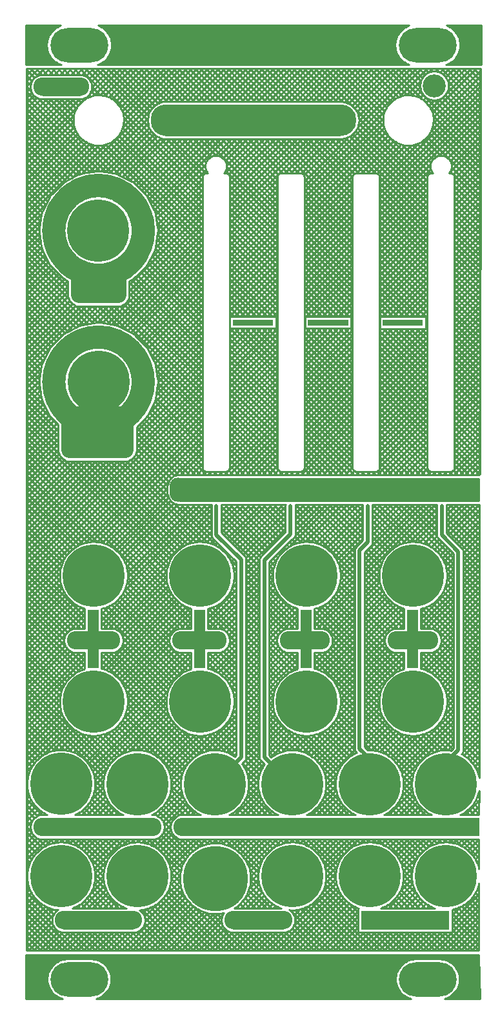
<source format=gtl>
G04 DipTrace 3.3.0.0*
G04 monsooon_panel.GTL*
%MOIN*%
G04 #@! TF.FileFunction,Copper,L1,Top*
G04 #@! TF.Part,Single*
G04 #@! TA.AperFunction,Conductor*
%ADD15C,0.02*%
G04 #@! TA.AperFunction,CopperBalancing*
%ADD17C,0.01*%
G04 #@! TA.AperFunction,Nonconductor*
%ADD20C,0.12*%
%ADD21O,0.15625X0.1625*%
%ADD22C,0.1625*%
%ADD23O,0.0875X0.09375*%
%ADD24O,0.087501X0.093751*%
%ADD25O,0.087501X0.125*%
%ADD26O,0.087503X0.093751*%
%ADD27O,0.087503X0.093752*%
%ADD28C,0.11875*%
G04 #@! TA.AperFunction,ComponentPad*
%ADD29C,0.32*%
%ADD30O,0.299213X0.177165*%
%ADD31C,0.334646*%
%FSLAX26Y26*%
G04*
G70*
G90*
G75*
G01*
G04 Top*
%LPD*%
X1397567Y2954340D2*
D15*
Y2805496D1*
X1525774Y2677289D1*
Y1655774D1*
X1389000Y1519000D1*
X1780294Y2955218D2*
Y2808508D1*
X1645656Y2673870D1*
Y1657727D1*
X1784383Y1519000D1*
X1789000D1*
X2189000D2*
Y1649930D1*
X2138236Y1700693D1*
Y2725171D1*
X2179203Y2766138D1*
Y2955424D1*
X2583000Y1519000D2*
Y1629379D1*
X2647234Y1693613D1*
Y2717429D1*
X2561913Y2802751D1*
Y2953411D1*
X421412Y5209138D2*
D17*
X415707Y5203433D1*
X449697Y5209138D2*
X415700Y5175142D1*
X477981Y5209138D2*
X415707Y5146864D1*
X506265Y5209138D2*
X467891Y5170764D1*
X444131Y5147004D2*
X415707Y5118580D1*
X534549Y5209138D2*
X504268Y5178857D1*
X435913Y5110502D2*
X415700Y5090289D1*
X562834Y5209138D2*
X532552Y5178857D1*
X441838Y5088143D2*
X415707Y5062012D1*
X591118Y5209138D2*
X560837Y5178857D1*
X453301Y5071321D2*
X415707Y5033727D1*
X619402Y5209138D2*
X589121Y5178857D1*
X469556Y5059292D2*
X415707Y5005443D1*
X647686Y5209138D2*
X617405Y5178857D1*
X491446Y5052898D2*
X415707Y4977159D1*
X675971Y5209138D2*
X645689Y5178857D1*
X519731Y5052898D2*
X415700Y4948868D1*
X704255Y5209138D2*
X673974Y5178857D1*
X548015Y5052898D2*
X415707Y4920590D1*
X732539Y5209138D2*
X702258Y5178857D1*
X576299Y5052898D2*
X415707Y4892306D1*
X760824Y5209138D2*
X723002Y5171316D1*
X604583Y5052898D2*
X415700Y4864015D1*
X789108Y5209138D2*
X738746Y5158776D1*
X632868Y5052898D2*
X415707Y4835737D1*
X817392Y5209138D2*
X749684Y5141430D1*
X661152Y5052898D2*
X415707Y4807453D1*
X845676Y5209138D2*
X754987Y5118449D1*
X689436Y5052898D2*
X415700Y4779162D1*
X873961Y5209138D2*
X718361Y5053539D1*
X679465Y5014642D2*
X415707Y4750885D1*
X902245Y5209138D2*
X765718Y5072611D1*
X660392Y4967286D2*
X415707Y4722600D1*
X930529Y5209138D2*
X796074Y5074683D1*
X658321Y4936930D2*
X415707Y4694316D1*
X958813Y5209138D2*
X820754Y5071078D1*
X661925Y4912250D2*
X415707Y4666032D1*
X987098Y5209138D2*
X841884Y5063924D1*
X669079Y4891120D2*
X415707Y4637748D1*
X1015382Y5209138D2*
X860280Y5054036D1*
X678968Y4872724D2*
X415707Y4609463D1*
X1043666Y5209138D2*
X876342Y5041813D1*
X691190Y4856662D2*
X415707Y4581179D1*
X1071951Y5209138D2*
X890194Y5027381D1*
X705608Y4842796D2*
X415700Y4552888D1*
X1100235Y5209138D2*
X901836Y5010739D1*
X722264Y4831167D2*
X415700Y4524604D1*
X1128519Y5209138D2*
X911062Y4991681D1*
X741323Y4821942D2*
X415700Y4496319D1*
X1156803Y5209138D2*
X917401Y4969736D1*
X763254Y4815589D2*
X415700Y4468035D1*
X1185088Y5209138D2*
X919831Y4943882D1*
X789108Y4813158D2*
X415700Y4439751D1*
X1213372Y5209138D2*
X915453Y4911220D1*
X821784Y4817550D2*
X649777Y4645544D1*
X518902Y4514668D2*
X415700Y4411466D1*
X1241656Y5209138D2*
X702009Y4669491D1*
X494857Y4462339D2*
X415700Y4383182D1*
X1269940Y5209138D2*
X1086430Y5025627D1*
X1057656Y4996854D2*
X735790Y4674988D1*
X489333Y4428531D2*
X415700Y4354898D1*
X1298225Y5209138D2*
X1130002Y5040916D1*
X1043100Y4954013D2*
X769419Y4680333D1*
X484030Y4394943D2*
X415700Y4326614D1*
X1326509Y5209138D2*
X1158287Y5040916D1*
X1043998Y4926627D2*
X799361Y4681990D1*
X482193Y4364822D2*
X415700Y4298329D1*
X1354793Y5209138D2*
X1186571Y5040916D1*
X1050337Y4904682D2*
X823792Y4678137D1*
X486005Y4340350D2*
X415700Y4270045D1*
X1383078Y5209138D2*
X1214855Y5040916D1*
X1059908Y4885968D2*
X848195Y4674256D1*
X489858Y4315919D2*
X415700Y4241761D1*
X1411362Y5209138D2*
X1243139Y5040916D1*
X1073718Y4871495D2*
X872613Y4670389D1*
X493725Y4291501D2*
X415700Y4213477D1*
X1439646Y5209138D2*
X1271424Y5040916D1*
X1090153Y4859645D2*
X894157Y4663649D1*
X500299Y4269791D2*
X415700Y4185192D1*
X1467930Y5209138D2*
X1299708Y5040916D1*
X1109460Y4850668D2*
X912898Y4654106D1*
X509814Y4251022D2*
X415700Y4156908D1*
X1496215Y5209138D2*
X1327992Y5040916D1*
X1133298Y4846221D2*
X931612Y4644535D1*
X519344Y4232267D2*
X415700Y4128624D1*
X1524499Y5209138D2*
X1356277Y5040916D1*
X1161582Y4846221D2*
X950325Y4634965D1*
X528873Y4213512D2*
X415700Y4100339D1*
X1552783Y5209138D2*
X1384561Y5040916D1*
X1189866Y4846221D2*
X968555Y4624911D1*
X538844Y4195200D2*
X415700Y4072055D1*
X1581067Y5209138D2*
X1412845Y5040916D1*
X1218150Y4846221D2*
X983554Y4611625D1*
X552034Y4180104D2*
X415700Y4043771D1*
X1609352Y5209138D2*
X1441129Y5040916D1*
X1246435Y4846221D2*
X997668Y4597455D1*
X566162Y4165948D2*
X415700Y4015487D1*
X1637636Y5209138D2*
X1469414Y5040916D1*
X1274719Y4846221D2*
X1011797Y4583299D1*
X580277Y4151779D2*
X415700Y3987202D1*
X1665920Y5209138D2*
X1497698Y5040916D1*
X1303003Y4846221D2*
X1025911Y4569129D1*
X594405Y4137623D2*
X415700Y3958918D1*
X1694204Y5209138D2*
X1525982Y5040916D1*
X1331287Y4846221D2*
X1039114Y4554048D1*
X609389Y4124323D2*
X415700Y3930634D1*
X1722489Y5209138D2*
X1554266Y5040916D1*
X1359572Y4846221D2*
X1049099Y4535749D1*
X627606Y4114255D2*
X415700Y3902350D1*
X1750773Y5209138D2*
X1582551Y5040916D1*
X1387856Y4846221D2*
X1058629Y4516994D1*
X629139Y4087504D2*
X415700Y3874065D1*
X1779057Y5209138D2*
X1610835Y5040916D1*
X1416140Y4846221D2*
X1068158Y4498239D1*
X629139Y4059220D2*
X415700Y3845781D1*
X1807342Y5209138D2*
X1639119Y5040916D1*
X1444425Y4846221D2*
X1077674Y4479470D1*
X630989Y4032786D2*
X415700Y3817497D1*
X1835626Y5209138D2*
X1667403Y5040916D1*
X1472709Y4846221D2*
X1388842Y4762354D1*
X1340251Y4713763D2*
X1084261Y4457774D1*
X638903Y4012415D2*
X415700Y3789212D1*
X1863910Y5209138D2*
X1695688Y5040916D1*
X1500993Y4846221D2*
X1414406Y4759634D1*
X1342971Y4688199D2*
X1088128Y4433356D1*
X652037Y3997265D2*
X415700Y3760928D1*
X1892194Y5209138D2*
X1723972Y5040916D1*
X1529277Y4846221D2*
X1432194Y4749138D1*
X1324645Y4641588D2*
X1091982Y4408925D1*
X667201Y3984145D2*
X415700Y3732644D1*
X1920479Y5209138D2*
X1752256Y5040916D1*
X1557562Y4846221D2*
X1444596Y4733255D1*
X1324645Y4613304D2*
X1095793Y4384453D1*
X695485Y3984145D2*
X415700Y3704360D1*
X1948763Y5209138D2*
X1780541Y5040916D1*
X1585846Y4846221D2*
X1450659Y4711034D1*
X1324645Y4585020D2*
X1093984Y4354359D1*
X723769Y3984145D2*
X415700Y3676075D1*
X1977047Y5209138D2*
X1808825Y5040916D1*
X1614130Y4846221D2*
X1440038Y4672129D1*
X1324645Y4556735D2*
X1088681Y4320772D1*
X752054Y3984145D2*
X613331Y3845422D1*
X537574Y3769665D2*
X415700Y3647791D1*
X2005331Y5209138D2*
X1837109Y5040916D1*
X1642414Y4846221D2*
X1461279Y4665086D1*
X1324645Y4528451D2*
X1083170Y4286977D1*
X780338Y3984145D2*
X671778Y3875584D1*
X507411Y3711218D2*
X415700Y3619507D1*
X2033616Y5209138D2*
X1865393Y5040916D1*
X1670699Y4846221D2*
X1466044Y4641566D1*
X1324645Y4500167D2*
X1059195Y4234717D1*
X808622Y3984145D2*
X714936Y3890459D1*
X492551Y3668073D2*
X415700Y3591223D1*
X2061900Y5209138D2*
X1893678Y5040916D1*
X1698983Y4846221D2*
X1466044Y4613282D1*
X1324645Y4471883D2*
X948861Y4096100D1*
X836907Y3984145D2*
X748538Y3895776D1*
X487220Y3634458D2*
X415700Y3562938D1*
X2090184Y5209138D2*
X1921962Y5040916D1*
X1727267Y4846221D2*
X1466044Y4584998D1*
X1324645Y4443598D2*
X948861Y4067815D1*
X865191Y3984145D2*
X782015Y3900969D1*
X482041Y3600995D2*
X415700Y3534654D1*
X2118469Y5209138D2*
X1950246Y5040916D1*
X1755552Y4846221D2*
X1466044Y4556713D1*
X1324645Y4415314D2*
X948861Y4039531D1*
X893475Y3984145D2*
X808628Y3899297D1*
X483698Y3574368D2*
X415700Y3506370D1*
X2146753Y5209138D2*
X1978530Y5040916D1*
X1783836Y4846221D2*
X1466044Y4528429D1*
X1324645Y4387030D2*
X833045Y3895430D1*
X487565Y3549951D2*
X415700Y3478086D1*
X2175037Y5209138D2*
X2006815Y5040916D1*
X1812120Y4846221D2*
X1466044Y4500145D1*
X1324645Y4358746D2*
X857462Y3891563D1*
X491432Y3525533D2*
X415700Y3449801D1*
X2203321Y5209138D2*
X2035099Y5040916D1*
X1840404Y4846221D2*
X1466044Y4471861D1*
X1324645Y4330461D2*
X881438Y3887254D1*
X495741Y3501558D2*
X415700Y3421517D1*
X2231606Y5209138D2*
X2060690Y5038223D1*
X1868689Y4846221D2*
X1466044Y4443576D1*
X1324645Y4302177D2*
X901284Y3878816D1*
X504180Y3481712D2*
X415700Y3393233D1*
X2259890Y5209138D2*
X2081503Y5030751D1*
X1896973Y4846221D2*
X1466044Y4415292D1*
X1324645Y4273893D2*
X920025Y3869273D1*
X513723Y3462971D2*
X415700Y3364948D1*
X2288174Y5209138D2*
X2099360Y5020324D1*
X1925257Y4846221D2*
X1750710Y4671673D1*
X1711399Y4632363D2*
X1466044Y4387008D1*
X1324645Y4245608D2*
X938766Y3859730D1*
X523280Y3444244D2*
X415700Y3336664D1*
X2316458Y5209138D2*
X2113502Y5006182D1*
X1953541Y4846221D2*
X1778994Y4671673D1*
X1711399Y4604078D2*
X1466044Y4358723D1*
X1324645Y4217324D2*
X957493Y3850173D1*
X532823Y3425503D2*
X415700Y3308380D1*
X2344743Y5209138D2*
X2124523Y4988919D1*
X1981826Y4846221D2*
X1807278Y4671673D1*
X1711399Y4575794D2*
X1466044Y4330439D1*
X1324645Y4189040D2*
X974674Y3839069D1*
X543927Y3408322D2*
X415700Y3280096D1*
X2373027Y5209138D2*
X2132727Y4968838D1*
X2010110Y4846221D2*
X1835397Y4671508D1*
X1711399Y4547510D2*
X1466044Y4302155D1*
X1324645Y4160756D2*
X988968Y3825079D1*
X557917Y3394028D2*
X415700Y3251811D1*
X2401311Y5209138D2*
X2136345Y4944172D1*
X2038394Y4846221D2*
X1851348Y4659175D1*
X1711399Y4519226D2*
X1466044Y4273871D1*
X1324645Y4132471D2*
X1003110Y3810937D1*
X572059Y3379886D2*
X415700Y3223527D1*
X2429596Y5209138D2*
X2128252Y4907795D1*
X2075214Y4854756D2*
X1852798Y4632341D1*
X1711399Y4490941D2*
X1466044Y4245586D1*
X1324645Y4104187D2*
X1017252Y3796795D1*
X579144Y3358687D2*
X415700Y3195243D1*
X2457880Y5209138D2*
X1852798Y4604056D1*
X1711399Y4462657D2*
X1466044Y4217302D1*
X1324645Y4075903D2*
X1031380Y3782639D1*
X579144Y3330402D2*
X415700Y3166959D1*
X2486164Y5209138D2*
X2343312Y5066286D1*
X2266712Y4989686D2*
X1852798Y4575772D1*
X1711399Y4434373D2*
X1466044Y4189018D1*
X1324645Y4047619D2*
X1043257Y3766232D1*
X579144Y3302118D2*
X415700Y3138674D1*
X2514448Y5209138D2*
X2497909Y5192598D1*
X2452908Y5147598D2*
X2379772Y5074462D1*
X2258536Y4953226D2*
X1852798Y4547488D1*
X1711399Y4406089D2*
X1466044Y4160734D1*
X1324645Y4019334D2*
X1052814Y3747504D1*
X579144Y3273834D2*
X415700Y3110390D1*
X2542733Y5209138D2*
X2530391Y5196797D1*
X2448696Y5115101D2*
X2407242Y5073647D1*
X2259351Y4925757D2*
X1852798Y4519204D1*
X1711399Y4377804D2*
X1466044Y4132449D1*
X1324645Y3991050D2*
X1062371Y3728777D1*
X579144Y3245550D2*
X415700Y3082106D1*
X2571018Y5209139D2*
X2553056Y5191177D1*
X2526478Y5164600D2*
X2480909Y5119030D1*
X2454331Y5092453D2*
X2430237Y5068359D1*
X2264642Y4902763D2*
X1852799Y4490920D1*
X1711400Y4349521D2*
X1466045Y4104166D1*
X1324645Y3962767D2*
X1071916Y3710037D1*
X584200Y3222321D2*
X415701Y3053822D1*
X2599302Y5209139D2*
X2570899Y5180736D1*
X2547471Y5157308D2*
X2488187Y5098024D1*
X2464772Y5074609D2*
X2450125Y5059962D1*
X2273039Y4882876D2*
X1852799Y4462636D1*
X1711400Y4321237D2*
X1466045Y4075882D1*
X1324645Y3934482D2*
X1080920Y3690757D1*
X594958Y3204795D2*
X415701Y3025538D1*
X2627586Y5209139D2*
X2584848Y5166401D1*
X2560618Y5142171D2*
X2503323Y5084876D1*
X2479094Y5060647D2*
X2467485Y5049037D1*
X2283963Y4865516D2*
X1852799Y4434352D1*
X1711400Y4292952D2*
X1466045Y4047597D1*
X1324645Y3906198D2*
X1085795Y3667348D1*
X610523Y3192076D2*
X415701Y2997254D1*
X2655871Y5209139D2*
X2594474Y5147742D1*
X2566129Y5119397D2*
X2526097Y5079366D1*
X2497752Y5051021D2*
X2482580Y5035848D1*
X2297152Y4850421D2*
X2118724Y4671992D1*
X2099770Y4653038D2*
X1852799Y4406067D1*
X1711400Y4264668D2*
X1466045Y4019313D1*
X1324645Y3877914D2*
X1089662Y3642931D1*
X630880Y3184148D2*
X415701Y2968970D1*
X2684155Y5209139D2*
X2598824Y5123808D1*
X2521686Y5046670D2*
X2495493Y5020477D1*
X2312510Y4837494D2*
X2147146Y4672130D1*
X2099646Y4624630D2*
X1852799Y4377783D1*
X1711400Y4236384D2*
X1466045Y3991029D1*
X1324645Y3849630D2*
X1093529Y3618513D1*
X659164Y3184148D2*
X415701Y2940685D1*
X2712439Y5209139D2*
X2587500Y5084199D1*
X2561295Y5057995D2*
X2506141Y5002841D1*
X2330160Y4826859D2*
X2175430Y4672130D1*
X2099646Y4596345D2*
X1852799Y4349499D1*
X1711400Y4208100D2*
X1466045Y3962745D1*
X1324645Y3821345D2*
X1096333Y3593033D1*
X687448Y3184148D2*
X415701Y2912401D1*
X2740723Y5209139D2*
X2514192Y4982608D1*
X2350392Y4818808D2*
X2203715Y4672130D1*
X2099646Y4568061D2*
X1852799Y4321215D1*
X1711400Y4179815D2*
X1466045Y3934460D1*
X1324645Y3793061D2*
X1091844Y3560260D1*
X715733Y3184148D2*
X415701Y2884117D1*
X2761799Y5201930D2*
X2519026Y4959158D1*
X2373829Y4813960D2*
X2229927Y4670059D1*
X2099646Y4539777D2*
X1852799Y4292930D1*
X1711400Y4151531D2*
X1491166Y3931298D1*
X1324645Y3764777D2*
X1086513Y3526645D1*
X744017Y3184148D2*
X415701Y2855832D1*
X2761743Y5173590D2*
X2519109Y4930956D1*
X2402044Y4813891D2*
X2241031Y4652878D1*
X2099646Y4511493D2*
X1852799Y4264646D1*
X1711400Y4123247D2*
X1519451Y3931298D1*
X1324645Y3736493D2*
X1076459Y3488306D1*
X772301Y3184148D2*
X415701Y2827548D1*
X2761688Y5145251D2*
X2508889Y4892452D1*
X2440548Y4824111D2*
X2241045Y4624608D1*
X2099646Y4483208D2*
X1852799Y4236362D1*
X1711400Y4094963D2*
X1547735Y3931298D1*
X1485319Y3868882D2*
X1466045Y3849608D1*
X1324645Y3708208D2*
X1047070Y3430633D1*
X800585Y3184148D2*
X415701Y2799264D1*
X2761633Y5116911D2*
X2241045Y4596323D1*
X2099646Y4454924D2*
X1852799Y4208078D1*
X1711400Y4066678D2*
X1576019Y3931298D1*
X1513603Y3868882D2*
X1466045Y3821323D1*
X1324645Y3679924D2*
X986358Y3341637D1*
X828870Y3184148D2*
X415701Y2770980D1*
X2761578Y5088572D2*
X2241045Y4568039D1*
X2099646Y4426640D2*
X1852799Y4179793D1*
X1711400Y4038394D2*
X1604303Y3931298D1*
X1541887Y3868882D2*
X1466045Y3793039D1*
X1324645Y3651640D2*
X986358Y3313353D1*
X857154Y3184148D2*
X415701Y2742695D1*
X2761522Y5060232D2*
X2241045Y4539755D1*
X2099646Y4398356D2*
X1852799Y4151509D1*
X1711400Y4010110D2*
X1632588Y3931298D1*
X1570172Y3868882D2*
X1466045Y3764755D1*
X1324645Y3623355D2*
X986358Y3285068D1*
X885438Y3184148D2*
X415701Y2714411D1*
X2761467Y5031893D2*
X2241045Y4511471D1*
X2099646Y4370071D2*
X1852799Y4123225D1*
X1711400Y3981825D2*
X1660872Y3931298D1*
X1598456Y3868882D2*
X1466045Y3736470D1*
X1324645Y3595071D2*
X986358Y3256784D1*
X913723Y3184148D2*
X415701Y2686127D1*
X2761412Y5003553D2*
X2241045Y4483186D1*
X2099646Y4341787D2*
X1852799Y4094940D1*
X1711400Y3953541D2*
X1689156Y3931298D1*
X1626740Y3868882D2*
X1466045Y3708186D1*
X1324645Y3566787D2*
X981027Y3223169D1*
X942007Y3184148D2*
X415701Y2657843D1*
X2761357Y4975214D2*
X2547946Y4761803D1*
X2503276Y4717134D2*
X2241045Y4454902D1*
X2099646Y4313503D2*
X1852799Y4066656D1*
X1711400Y3925257D2*
X1706337Y3920194D1*
X1655025Y3868882D2*
X1466045Y3679902D1*
X1324645Y3538503D2*
X415701Y2629558D1*
X2761301Y4946874D2*
X2574766Y4760339D1*
X2504754Y4690327D2*
X2241045Y4426618D1*
X2099646Y4285218D2*
X1852799Y4038372D1*
X1711400Y3896973D2*
X1706337Y3891910D1*
X1683309Y3868882D2*
X1466045Y3651618D1*
X1324645Y3510218D2*
X415701Y2601274D1*
X2761246Y4918535D2*
X2593148Y4750437D1*
X2487146Y4644434D2*
X2241045Y4398333D1*
X2099646Y4256934D2*
X1852799Y4010088D1*
X1711400Y3868688D2*
X1466045Y3623333D1*
X1324645Y3481934D2*
X415701Y2572990D1*
X2761191Y4890195D2*
X2606075Y4735079D1*
X2487146Y4616150D2*
X2241045Y4370049D1*
X2099646Y4228650D2*
X1852799Y3981803D1*
X1711400Y3840404D2*
X1466045Y3595049D1*
X1324645Y3453650D2*
X415701Y2544706D1*
X2761136Y4861856D2*
X2612925Y4713645D1*
X2487146Y4587866D2*
X2241045Y4341765D1*
X2099646Y4200366D2*
X1852799Y3953519D1*
X1711400Y3812120D2*
X1466045Y3566765D1*
X1324645Y3425366D2*
X415701Y2516421D1*
X2761080Y4833516D2*
X2600357Y4672793D1*
X2487146Y4559581D2*
X2241045Y4313481D1*
X2099646Y4172081D2*
X1852799Y3925235D1*
X1711400Y3783836D2*
X1466045Y3538481D1*
X1324645Y3397081D2*
X669735Y2742171D1*
X615826Y2688262D2*
X415701Y2488137D1*
X2761025Y4805177D2*
X2622399Y4666551D1*
X2487146Y4531297D2*
X2241045Y4285196D1*
X2099646Y4143797D2*
X1886580Y3930731D1*
X1855376Y3899528D2*
X1852797Y3896949D1*
X1711400Y3755551D2*
X1466045Y3510196D1*
X1324645Y3368797D2*
X720227Y2764378D1*
X593632Y2637784D2*
X415701Y2459853D1*
X2760956Y4776823D2*
X2628545Y4644412D1*
X2487146Y4503013D2*
X2241045Y4256912D1*
X2099646Y4115513D2*
X1914864Y3930731D1*
X1855376Y3871243D2*
X1852797Y3868665D1*
X1711400Y3727267D2*
X1466045Y3481912D1*
X1324645Y3340513D2*
X753911Y2769778D1*
X588232Y2604100D2*
X415701Y2431568D1*
X2760901Y4748484D2*
X2628545Y4616128D1*
X2487146Y4474729D2*
X2241045Y4228628D1*
X2099646Y4087229D2*
X1943148Y3930731D1*
X1880732Y3868315D2*
X1852799Y3840382D1*
X1711400Y3698983D2*
X1466045Y3453628D1*
X1324645Y3312228D2*
X781698Y2769281D1*
X588716Y2576299D2*
X415701Y2403284D1*
X2760846Y4720144D2*
X2628545Y4587844D1*
X2487146Y4446444D2*
X2241045Y4200344D1*
X2099646Y4058944D2*
X1971433Y3930731D1*
X1909017Y3868315D2*
X1852799Y3812098D1*
X1711400Y3670698D2*
X1466045Y3425343D1*
X1324645Y3283944D2*
X805908Y2765207D1*
X592804Y2552103D2*
X415701Y2375000D1*
X2760790Y4691805D2*
X2628545Y4559559D1*
X2487146Y4418160D2*
X2241045Y4172059D1*
X2099646Y4030660D2*
X1999717Y3930731D1*
X1937301Y3868315D2*
X1852799Y3783813D1*
X1711400Y3642414D2*
X1466045Y3397059D1*
X1324645Y3255660D2*
X1178562Y3109576D1*
X1155548Y3086562D2*
X827480Y2758495D1*
X599516Y2530530D2*
X415701Y2346716D1*
X2760735Y4663465D2*
X2628545Y4531275D1*
X2487146Y4389876D2*
X2241045Y4143775D1*
X2099646Y4002376D2*
X2028001Y3930731D1*
X1965585Y3868315D2*
X1852799Y3755529D1*
X1711400Y3614130D2*
X1466045Y3368775D1*
X1324645Y3227376D2*
X1213378Y3116109D1*
X1142455Y3045185D2*
X846912Y2749642D1*
X608355Y2511085D2*
X415701Y2318431D1*
X2760680Y4635126D2*
X2628545Y4502991D1*
X2487146Y4361592D2*
X2241045Y4115491D1*
X2099646Y3974091D2*
X2056286Y3930731D1*
X1993870Y3868315D2*
X1852799Y3727245D1*
X1711400Y3585846D2*
X1466045Y3340491D1*
X1324645Y3199091D2*
X1241663Y3116109D1*
X1143643Y3018089D2*
X864507Y2738953D1*
X619044Y2493490D2*
X415701Y2290147D1*
X2760625Y4606786D2*
X2628545Y4474707D1*
X2487146Y4333307D2*
X2241045Y4087206D1*
X2099646Y3945807D2*
X2084570Y3930731D1*
X2022154Y3868315D2*
X1852799Y3698961D1*
X1711400Y3557561D2*
X1466045Y3312206D1*
X1324645Y3170807D2*
X1269947Y3116109D1*
X1150382Y2996544D2*
X880389Y2726551D1*
X631446Y2477608D2*
X415701Y2261863D1*
X2760569Y4578447D2*
X2628545Y4446422D1*
X2487146Y4305023D2*
X2241045Y4058922D1*
X2099646Y3917523D2*
X2094928Y3912805D1*
X2050438Y3868315D2*
X1852799Y3670676D1*
X1711400Y3529277D2*
X1466045Y3283922D1*
X1325930Y3143807D2*
X1298231Y3116109D1*
X1161348Y2979225D2*
X894642Y2712519D1*
X645478Y2463355D2*
X415701Y2233579D1*
X2760514Y4550107D2*
X2628545Y4418138D1*
X2487146Y4276739D2*
X2241045Y4030638D1*
X2099646Y3889239D2*
X2094928Y3884521D1*
X2078722Y3868315D2*
X1852799Y3642392D1*
X1711400Y3500993D2*
X1466045Y3255638D1*
X1341522Y3131115D2*
X1326515Y3116109D1*
X1176678Y2966271D2*
X907278Y2696872D1*
X661125Y2450718D2*
X415701Y2205294D1*
X2760459Y4521768D2*
X2628545Y4389854D1*
X2487146Y4248454D2*
X2241045Y4002354D1*
X2099646Y3860954D2*
X1852799Y3614108D1*
X1711400Y3472709D2*
X1466045Y3227354D1*
X1369572Y3130880D2*
X1354800Y3116109D1*
X1197891Y2959200D2*
X918230Y2679539D1*
X678458Y2439766D2*
X415701Y2177010D1*
X2760404Y4493428D2*
X2628545Y4361569D1*
X2487146Y4220170D2*
X2241045Y3974069D1*
X2099646Y3832670D2*
X1852799Y3585824D1*
X1711400Y3444424D2*
X1466045Y3199069D1*
X1397856Y3130880D2*
X1383084Y3116109D1*
X1225899Y2958924D2*
X927345Y2660370D1*
X697627Y2430651D2*
X415701Y2148726D1*
X2760348Y4465089D2*
X2628545Y4333285D1*
X2487146Y4191886D2*
X2241045Y3945785D1*
X2099646Y3804386D2*
X1852799Y3557539D1*
X1711400Y3416140D2*
X1466045Y3170785D1*
X1426140Y3130880D2*
X1411368Y3116109D1*
X1254183Y2958924D2*
X934389Y2639129D1*
X716644Y2421384D2*
X415701Y2120441D1*
X2760293Y4436749D2*
X2628545Y4305001D1*
X2487146Y4163602D2*
X2254137Y3930593D1*
X2099646Y3776102D2*
X1852799Y3529255D1*
X1711400Y3387856D2*
X1439653Y3116109D1*
X1282468Y2958924D2*
X938891Y2615347D1*
X716644Y2393100D2*
X415701Y2092157D1*
X2760238Y4408410D2*
X2628545Y4276717D1*
X2487146Y4135317D2*
X2282422Y3930593D1*
X2099646Y3747817D2*
X1852799Y3500971D1*
X1711400Y3359571D2*
X1467937Y3116109D1*
X1310752Y2958924D2*
X939982Y2588154D1*
X716644Y2364816D2*
X674430Y2322602D1*
X610399Y2258570D2*
X415701Y2063873D1*
X2760183Y4380070D2*
X2628545Y4248432D1*
X2487146Y4107033D2*
X2310706Y3930593D1*
X2248290Y3868177D2*
X2241045Y3860932D1*
X2099646Y3719533D2*
X1852799Y3472686D1*
X1711400Y3331287D2*
X1496221Y3116109D1*
X1339050Y2958937D2*
X935687Y2555575D1*
X716644Y2336532D2*
X702715Y2322602D1*
X615288Y2235175D2*
X415701Y2035589D1*
X2760127Y4351731D2*
X2628545Y4220148D1*
X2487146Y4078749D2*
X2338990Y3930593D1*
X2276574Y3868177D2*
X2241045Y3832648D1*
X2099646Y3691249D2*
X1852799Y3444402D1*
X1711400Y3303003D2*
X1524505Y3116109D1*
X1367334Y2958937D2*
X918175Y2509778D1*
X848218Y2439822D2*
X805107Y2396710D1*
X625963Y2217566D2*
X415701Y2007304D1*
X2760072Y4323391D2*
X2628545Y4191864D1*
X2487146Y4050465D2*
X2367274Y3930593D1*
X2304858Y3868177D2*
X2241045Y3804364D1*
X2099646Y3662964D2*
X1852799Y3416118D1*
X1711400Y3274719D2*
X1552790Y3116109D1*
X1371464Y2934783D2*
X805107Y2368426D1*
X641431Y2204750D2*
X415701Y1979020D1*
X2760003Y4295038D2*
X2628545Y4163580D1*
X2487146Y4022180D2*
X2395559Y3930593D1*
X2333143Y3868177D2*
X2241045Y3776079D1*
X2099646Y3634680D2*
X1852799Y3387834D1*
X1711400Y3246434D2*
X1581074Y3116109D1*
X1371464Y2906498D2*
X805107Y2340142D1*
X661609Y2196643D2*
X415701Y1950736D1*
X2759948Y4266698D2*
X2628545Y4135295D1*
X2487146Y3993896D2*
X2423843Y3930593D1*
X2361427Y3868177D2*
X2241045Y3747795D1*
X2099646Y3606396D2*
X1852799Y3359549D1*
X1711400Y3218150D2*
X1609358Y3116109D1*
X1452201Y2958951D2*
X1423674Y2930424D1*
X1371464Y2878214D2*
X1251620Y2758371D1*
X1149637Y2656387D2*
X815852Y2322602D1*
X689893Y2196643D2*
X415701Y1922452D1*
X2759893Y4238359D2*
X2628545Y4107011D1*
X2487146Y3965612D2*
X2452127Y3930593D1*
X2389711Y3868177D2*
X2241045Y3719511D1*
X2099646Y3578112D2*
X1852799Y3331265D1*
X1711400Y3189866D2*
X1637642Y3116109D1*
X1480485Y2958951D2*
X1423674Y2902140D1*
X1371464Y2849930D2*
X1289876Y2768342D1*
X1139665Y2618131D2*
X844136Y2322602D1*
X716644Y2195110D2*
X415701Y1894167D1*
X2759837Y4210019D2*
X2628545Y4078727D1*
X2487146Y3937327D2*
X2480412Y3930593D1*
X2417996Y3868177D2*
X2241045Y3691227D1*
X2099646Y3549827D2*
X1852799Y3302981D1*
X1711400Y3161582D2*
X1665927Y3116109D1*
X1508783Y2958965D2*
X1423674Y2873855D1*
X1371464Y2821646D2*
X1319845Y2770027D1*
X1137967Y2588148D2*
X870583Y2320765D1*
X716644Y2166826D2*
X415701Y1865883D1*
X2759782Y4181680D2*
X2628545Y4050442D1*
X2487146Y3909043D2*
X2480688Y3902585D1*
X2446280Y3868177D2*
X2241045Y3662942D1*
X2099646Y3521543D2*
X1852799Y3274697D1*
X1715888Y3137786D2*
X1694211Y3116109D1*
X1537068Y2958965D2*
X1423674Y2845571D1*
X1373328Y2795226D2*
X1345491Y2767389D1*
X1140618Y2562516D2*
X890471Y2312368D1*
X716644Y2138542D2*
X671213Y2093110D1*
X614887Y2036785D2*
X415701Y1837599D1*
X2759727Y4153340D2*
X2628545Y4022158D1*
X2487146Y3880759D2*
X2480688Y3874301D1*
X2474579Y3868193D2*
X2241045Y3634658D1*
X2099646Y3493259D2*
X1852799Y3246412D1*
X1736811Y3130425D2*
X1722495Y3116109D1*
X1565352Y2958965D2*
X1423674Y2817287D1*
X1386062Y2779675D2*
X1368155Y2761768D1*
X1146239Y2539852D2*
X904944Y2298558D1*
X593439Y1987052D2*
X415701Y1809314D1*
X2759672Y4125001D2*
X2628545Y3993874D1*
X2487146Y3852475D2*
X2241045Y3606374D1*
X2099646Y3464975D2*
X1852799Y3218128D1*
X1765096Y3130425D2*
X1750780Y3116109D1*
X1593636Y2958965D2*
X1437539Y2802869D1*
X1400204Y2765533D2*
X1388498Y2753827D1*
X1154166Y2519495D2*
X914598Y2279927D1*
X831314Y2196643D2*
X805107Y2170436D1*
X588191Y1953520D2*
X415701Y1781030D1*
X2759616Y4096661D2*
X2628545Y3965590D1*
X2487146Y3824190D2*
X2241045Y3578090D1*
X2099646Y3436690D2*
X1852799Y3189844D1*
X1793380Y3130425D2*
X1779064Y3116109D1*
X1621934Y2958979D2*
X1451682Y2788726D1*
X1414346Y2751391D2*
X1406894Y2743938D1*
X1164069Y2501113D2*
X916822Y2253866D1*
X859598Y2196643D2*
X805107Y2142152D1*
X588771Y1925816D2*
X415701Y1752746D1*
X2759561Y4068322D2*
X2628545Y3937305D1*
X2487146Y3795906D2*
X2241045Y3549805D1*
X2099646Y3408406D2*
X1852799Y3161559D1*
X1821664Y3130425D2*
X1807348Y3116109D1*
X1650218Y2958979D2*
X1465824Y2774584D1*
X1428488Y2737248D2*
X1423522Y2732282D1*
X1175725Y2484485D2*
X806336Y2115097D1*
X592900Y1901661D2*
X415701Y1724462D1*
X2759506Y4039982D2*
X2628545Y3909021D1*
X2487146Y3767622D2*
X2241045Y3521521D1*
X2099646Y3380122D2*
X1835632Y3116109D1*
X1678503Y2958979D2*
X1479966Y2760442D1*
X1442630Y2723106D2*
X1438491Y2718968D1*
X1189025Y2469501D2*
X827867Y2108343D1*
X599654Y1880130D2*
X415701Y1696177D1*
X2759451Y4011643D2*
X2628545Y3880737D1*
X2487146Y3739338D2*
X2241045Y3493237D1*
X2099646Y3351838D2*
X1863917Y3116109D1*
X1706801Y2958993D2*
X1494108Y2746300D1*
X1456772Y2708964D2*
X1451861Y2704053D1*
X1203954Y2456146D2*
X847271Y2099463D1*
X608534Y1860726D2*
X415701Y1667893D1*
X2759396Y3983303D2*
X2628545Y3852453D1*
X2487146Y3711053D2*
X2241045Y3464952D1*
X2099646Y3323553D2*
X1892201Y3116109D1*
X1735085Y2958993D2*
X1508250Y2732158D1*
X1470914Y2694822D2*
X1463573Y2687480D1*
X1220527Y2444434D2*
X864824Y2088732D1*
X619265Y1843173D2*
X415701Y1639609D1*
X2759340Y3954964D2*
X2628545Y3824168D1*
X2487146Y3682769D2*
X2241045Y3436668D1*
X2099646Y3295269D2*
X1920485Y3116109D1*
X1754185Y2949809D2*
X1522392Y2718016D1*
X1485057Y2680680D2*
X1473530Y2669154D1*
X1238854Y2434477D2*
X880679Y2076303D1*
X631695Y1827318D2*
X415701Y1611325D1*
X2759285Y3926624D2*
X2628545Y3795884D1*
X2487146Y3654485D2*
X2241045Y3408384D1*
X2099646Y3266985D2*
X1948769Y3116109D1*
X1754185Y2921524D2*
X1536534Y2703874D1*
X1499199Y2666538D2*
X1481540Y2648879D1*
X1259128Y2426467D2*
X894904Y2062243D1*
X645754Y1813093D2*
X500499Y1667838D1*
X446991Y1614330D2*
X415701Y1583040D1*
X2759230Y3898285D2*
X2628545Y3767600D1*
X2487146Y3626200D2*
X2241045Y3380100D1*
X2099646Y3238700D2*
X1977054Y3116109D1*
X1819952Y2959007D2*
X1806395Y2945450D1*
X1754185Y2893240D2*
X1549558Y2688613D1*
X1499668Y2638723D2*
X1487244Y2626299D1*
X1266641Y2405695D2*
X907499Y2046554D1*
X661443Y1800498D2*
X551101Y1690156D1*
X424659Y1563714D2*
X415701Y1554756D1*
X2759175Y3869945D2*
X2628545Y3739315D1*
X2487146Y3597916D2*
X2241045Y3351815D1*
X2099646Y3210416D2*
X2005338Y3116109D1*
X1848236Y2959007D2*
X1806395Y2917166D1*
X1754185Y2864956D2*
X1551878Y2662649D1*
X1499668Y2610439D2*
X1490006Y2600777D1*
X1266641Y2377411D2*
X1211832Y2322602D1*
X1154981Y2265752D2*
X918424Y2029194D1*
X678803Y1789573D2*
X584813Y1695584D1*
X419231Y1530002D2*
X415701Y1526472D1*
X2759119Y3841606D2*
X2628545Y3711031D1*
X2487146Y3569632D2*
X2241045Y3323531D1*
X2099646Y3182132D2*
X2033622Y3116109D1*
X1876520Y2959007D2*
X1806395Y2888881D1*
X1754185Y2836672D2*
X1551878Y2634364D1*
X1499668Y2582155D2*
X1488501Y2570987D1*
X1266641Y2349127D2*
X1240116Y2322602D1*
X1157081Y2239567D2*
X927511Y2009997D1*
X698014Y1780500D2*
X612628Y1695114D1*
X419715Y1502201D2*
X415701Y1498187D1*
X2759050Y3813252D2*
X2628545Y3682747D1*
X2487146Y3541348D2*
X2241045Y3295247D1*
X2099646Y3153848D2*
X2061906Y3116109D1*
X1904818Y2959020D2*
X1806395Y2860597D1*
X1619559Y2673761D2*
X1551878Y2606080D1*
X1499668Y2553870D2*
X1478958Y2533160D1*
X1374847Y2429049D2*
X1355104Y2409306D1*
X1166651Y2220853D2*
X934499Y1988701D1*
X719296Y1773498D2*
X636838Y1691040D1*
X423789Y1477991D2*
X415701Y1469903D1*
X2758995Y3784913D2*
X2628545Y3654463D1*
X2487146Y3513063D2*
X2241045Y3266963D1*
X2108402Y3134319D2*
X2090191Y3116109D1*
X1933103Y2959020D2*
X1806395Y2832313D1*
X1619545Y2645463D2*
X1551878Y2577796D1*
X1499668Y2525586D2*
X1355104Y2381021D1*
X1181083Y2207001D2*
X938946Y1964864D1*
X743133Y1769051D2*
X658410Y1684328D1*
X430487Y1456405D2*
X415701Y1441619D1*
X2758940Y3756573D2*
X2628545Y3626178D1*
X2487146Y3484779D2*
X2241045Y3238678D1*
X2133247Y3130880D2*
X2118475Y3116109D1*
X1961387Y2959020D2*
X1805718Y2803352D1*
X1619545Y2617178D2*
X1551878Y2549512D1*
X1499668Y2497302D2*
X1355104Y2352737D1*
X1199010Y2196643D2*
X939968Y1937602D1*
X770409Y1768043D2*
X677855Y1675489D1*
X439326Y1436959D2*
X415701Y1413335D1*
X2758885Y3728234D2*
X2628545Y3597894D1*
X2487146Y3456495D2*
X2241045Y3210394D1*
X2161531Y3130880D2*
X2146759Y3116109D1*
X1989685Y2959034D2*
X1777600Y2746949D1*
X1711054Y2680404D2*
X1671769Y2641118D1*
X1619545Y2588894D2*
X1551878Y2521227D1*
X1499668Y2469017D2*
X1355104Y2324453D1*
X1227294Y2196643D2*
X935521Y1904871D1*
X803127Y1772476D2*
X695450Y1664800D1*
X450015Y1419364D2*
X415701Y1385050D1*
X2758829Y3699894D2*
X2628545Y3569610D1*
X2487146Y3428211D2*
X2241045Y3182110D1*
X2189815Y3130880D2*
X2175044Y3116109D1*
X2017969Y2959034D2*
X1824335Y2765400D1*
X1692603Y2633668D2*
X1671769Y2612834D1*
X1619545Y2560610D2*
X1551878Y2492943D1*
X1499668Y2440733D2*
X1381537Y2322602D1*
X1255578Y2196643D2*
X917498Y1858563D1*
X849448Y1790513D2*
X711346Y1652411D1*
X462403Y1403468D2*
X415701Y1356766D1*
X2758774Y3671555D2*
X2628545Y3541326D1*
X2487146Y3399926D2*
X2241045Y3153826D1*
X2218100Y3130880D2*
X2203328Y3116109D1*
X2046253Y2959034D2*
X1857163Y2769944D1*
X1688060Y2600840D2*
X1671769Y2584549D1*
X1619545Y2532326D2*
X1551878Y2464659D1*
X1499668Y2412449D2*
X1409821Y2322602D1*
X1266641Y2179421D2*
X725613Y1638393D1*
X476435Y1389216D2*
X415701Y1328482D1*
X2758719Y3643215D2*
X2628545Y3513041D1*
X2487146Y3371642D2*
X2231612Y3116109D1*
X2074552Y2959048D2*
X1884495Y2768991D1*
X1689013Y2573509D2*
X1671769Y2556265D1*
X1619545Y2504041D2*
X1551878Y2436375D1*
X1499668Y2384165D2*
X1432319Y2316815D1*
X1266641Y2151137D2*
X738250Y1622746D1*
X492082Y1376579D2*
X467077Y1351573D1*
X444477Y1328974D2*
X415701Y1300198D1*
X2758664Y3614876D2*
X2628545Y3484757D1*
X2487146Y3343358D2*
X2259896Y3116109D1*
X2102836Y2959048D2*
X1908373Y2764585D1*
X1693418Y2549630D2*
X1671769Y2527981D1*
X1619545Y2475757D2*
X1551878Y2408090D1*
X1499668Y2355880D2*
X1448864Y2305076D1*
X1266641Y2122853D2*
X1252490Y2108702D1*
X1149305Y2005517D2*
X749201Y1605414D1*
X509401Y1365613D2*
X503896Y1360108D1*
X435859Y1292071D2*
X415701Y1271913D1*
X2758608Y3586536D2*
X2628545Y3456473D1*
X2487146Y3315073D2*
X2288181Y3116109D1*
X2131120Y2959048D2*
X1929697Y2757625D1*
X1700379Y2528307D2*
X1671769Y2499696D1*
X1619545Y2447473D2*
X1551878Y2379806D1*
X1499668Y2327596D2*
X1460603Y2288531D1*
X1368715Y2196643D2*
X1355104Y2183031D1*
X1139569Y1967496D2*
X758330Y1586258D1*
X441715Y1269643D2*
X415701Y1243629D1*
X2758553Y3558197D2*
X2628545Y3428188D1*
X2487146Y3286789D2*
X2316465Y3116109D1*
X2153093Y2952736D2*
X1948921Y2748565D1*
X1709439Y2509082D2*
X1671769Y2471412D1*
X1619545Y2419189D2*
X1551878Y2351522D1*
X1499668Y2299312D2*
X1466860Y2266503D1*
X1397000Y2196643D2*
X1355104Y2154747D1*
X1137980Y1937624D2*
X765374Y1565017D1*
X453109Y1252752D2*
X415701Y1215345D1*
X2758498Y3529857D2*
X2628545Y3399904D1*
X2487146Y3258505D2*
X2344749Y3116109D1*
X2153093Y2924452D2*
X1966323Y2737682D1*
X1720321Y2491681D2*
X1671769Y2443128D1*
X1619545Y2390904D2*
X1551878Y2323237D1*
X1499668Y2271028D2*
X1460438Y2231797D1*
X1431292Y2202651D2*
X1355104Y2126463D1*
X1140701Y1912060D2*
X897652Y1669012D1*
X838993Y1610352D2*
X769876Y1541235D1*
X469322Y1240682D2*
X415701Y1187060D1*
X2758443Y3501518D2*
X2628545Y3371620D1*
X2487146Y3230221D2*
X2373033Y3116109D1*
X2215987Y2959062D2*
X2205317Y2948392D1*
X2153093Y2896168D2*
X1982026Y2725101D1*
X1732903Y2475978D2*
X1671769Y2414844D1*
X1619545Y2362620D2*
X1551878Y2294953D1*
X1499668Y2242743D2*
X1368555Y2111630D1*
X1146363Y1889438D2*
X946667Y1689742D1*
X818249Y1561324D2*
X770995Y1514070D1*
X491074Y1234149D2*
X415701Y1158776D1*
X2758387Y3473178D2*
X2628545Y3343336D1*
X2487146Y3201936D2*
X2401318Y3116109D1*
X2244271Y2959062D2*
X2205317Y2920107D1*
X2153093Y2867884D2*
X1996099Y2710889D1*
X1747100Y2461891D2*
X1671769Y2386559D1*
X1619545Y2334336D2*
X1551878Y2266669D1*
X1499668Y2214459D2*
X1388871Y2103661D1*
X1154346Y1869137D2*
X980047Y1694838D1*
X813153Y1527944D2*
X766713Y1481504D1*
X519359Y1234149D2*
X415701Y1130492D1*
X2758332Y3444839D2*
X2628545Y3315051D1*
X2487146Y3173652D2*
X2429602Y3116109D1*
X2272569Y2959076D2*
X2205317Y2891823D1*
X2153093Y2839599D2*
X2008556Y2695062D1*
X1762941Y2449448D2*
X1671769Y2358275D1*
X1619545Y2306051D2*
X1551878Y2238385D1*
X1499668Y2186175D2*
X1407225Y2093732D1*
X1164276Y1850782D2*
X1007682Y1694189D1*
X813816Y1500323D2*
X749284Y1435791D1*
X679038Y1365544D2*
X673602Y1360108D1*
X547643Y1234149D2*
X512735Y1199242D1*
X439754Y1126260D2*
X415701Y1102208D1*
X2758277Y3416499D2*
X2628545Y3286767D1*
X2487753Y3145976D2*
X2457886Y3116109D1*
X2300853Y2959076D2*
X2205317Y2863539D1*
X2153093Y2811315D2*
X2019314Y2677537D1*
X1780467Y2438689D2*
X1671769Y2329991D1*
X1619545Y2277767D2*
X1551878Y2210100D1*
X1499668Y2157890D2*
X1423812Y2082034D1*
X1175960Y1834182D2*
X1031768Y1689990D1*
X818015Y1476237D2*
X701886Y1360108D1*
X575927Y1234149D2*
X557716Y1215939D1*
X423057Y1081279D2*
X415701Y1073923D1*
X2758222Y3388160D2*
X2628545Y3258483D1*
X2501688Y3131626D2*
X2486171Y3116109D1*
X2329138Y2959076D2*
X2205317Y2835255D1*
X2153093Y2783031D2*
X2028222Y2658160D1*
X1799830Y2429768D2*
X1671769Y2301707D1*
X1619545Y2249483D2*
X1551878Y2181816D1*
X1499668Y2129606D2*
X1438769Y2068707D1*
X1189301Y1819239D2*
X1053257Y1683195D1*
X824809Y1454747D2*
X730170Y1360108D1*
X604211Y1234149D2*
X590075Y1220013D1*
X418983Y1048921D2*
X415701Y1045639D1*
X2758166Y3359820D2*
X2628545Y3230199D1*
X2529227Y3130880D2*
X2514455Y3116109D1*
X2357436Y2959089D2*
X2205317Y2806970D1*
X2112130Y2713784D2*
X2035017Y2636671D1*
X1816637Y2418291D2*
X1671769Y2273422D1*
X1619545Y2221199D2*
X1551878Y2153532D1*
X1499668Y2101322D2*
X1452096Y2053750D1*
X1204258Y1805911D2*
X1072620Y1674274D1*
X833731Y1435385D2*
X758455Y1360108D1*
X632496Y1234149D2*
X617144Y1218797D1*
X420212Y1021865D2*
X415701Y1017355D1*
X2758097Y3331467D2*
X2628545Y3201914D1*
X2557511Y3130880D2*
X2542739Y3116109D1*
X2385720Y2959089D2*
X2205317Y2778686D1*
X2112130Y2685500D2*
X2039202Y2612571D1*
X1816637Y2390007D2*
X1739054Y2312424D1*
X1720819Y2294188D2*
X1671769Y2245138D1*
X1619545Y2192914D2*
X1551878Y2125248D1*
X1499668Y2073038D2*
X1463780Y2037149D1*
X1220858Y1794228D2*
X1090132Y1663501D1*
X844490Y1417859D2*
X786739Y1360108D1*
X660780Y1234149D2*
X640829Y1214198D1*
X424797Y998166D2*
X415701Y989071D1*
X2758042Y3303127D2*
X2628545Y3173630D1*
X2585795Y3130880D2*
X2571023Y3116109D1*
X2414004Y2959089D2*
X2164340Y2709425D1*
X2112130Y2657216D2*
X2039837Y2584922D1*
X1816637Y2361722D2*
X1777517Y2322602D1*
X1710695Y2255781D2*
X1671769Y2216854D1*
X1619545Y2164630D2*
X1551878Y2096963D1*
X1499668Y2044753D2*
X1473696Y2018781D1*
X1239213Y1784298D2*
X1105959Y1651044D1*
X856947Y1402032D2*
X815023Y1360108D1*
X689064Y1234149D2*
X662015Y1207100D1*
X431909Y976995D2*
X415701Y960786D1*
X2757987Y3274788D2*
X2626321Y3143122D1*
X2616303Y3133104D2*
X2599308Y3116109D1*
X2442289Y2959089D2*
X2164340Y2681141D1*
X2112130Y2628931D2*
X2034699Y2551500D1*
X1816637Y2333438D2*
X1805801Y2322602D1*
X1716275Y2233076D2*
X1671769Y2188570D1*
X1619545Y2136346D2*
X1551878Y2068679D1*
X1499668Y2016469D2*
X1481665Y1998466D1*
X1259528Y1776329D2*
X1120156Y1636957D1*
X871048Y1387848D2*
X843307Y1360108D1*
X717348Y1234149D2*
X681115Y1197916D1*
X441093Y957894D2*
X415701Y932502D1*
X2757932Y3246448D2*
X2627592Y3116109D1*
X2470587Y2959103D2*
X2164340Y2652857D1*
X2112130Y2600647D2*
X2013804Y2502321D1*
X1955683Y2444200D2*
X1905114Y2393630D1*
X1727448Y2215964D2*
X1671769Y2160285D1*
X1619545Y2108062D2*
X1551878Y2040395D1*
X1499668Y1988185D2*
X1487327Y1975844D1*
X1282164Y1770680D2*
X1132724Y1621241D1*
X886750Y1375267D2*
X871592Y1360108D1*
X745633Y1234149D2*
X698392Y1186909D1*
X452087Y940603D2*
X415701Y904218D1*
X2757876Y3218109D2*
X2655876Y3116109D1*
X2498871Y2959103D2*
X2164340Y2624573D1*
X2112130Y2572363D2*
X1905114Y2365346D1*
X1743427Y2203659D2*
X1671769Y2132001D1*
X1619545Y2079777D2*
X1551878Y2012110D1*
X1499668Y1959901D2*
X1490020Y1950252D1*
X1307755Y1767987D2*
X1143607Y1603839D1*
X904152Y1364384D2*
X899876Y1360108D1*
X773917Y1234149D2*
X713984Y1174217D1*
X464779Y925011D2*
X415701Y875933D1*
X2757821Y3189769D2*
X2684160Y3116109D1*
X2527155Y2959103D2*
X2164340Y2596288D1*
X2112130Y2544078D2*
X1905114Y2337062D1*
X1764695Y2196643D2*
X1671769Y2103717D1*
X1619545Y2051493D2*
X1551878Y1983826D1*
X1499668Y1931616D2*
X1488404Y1920352D1*
X1337641Y1769589D2*
X1152653Y1584601D1*
X802201Y1234149D2*
X727961Y1159909D1*
X479087Y911035D2*
X415701Y847649D1*
X2757766Y3161430D2*
X2712445Y3116109D1*
X2535801Y2939464D2*
X2356502Y2760166D1*
X2247834Y2651498D2*
X2164340Y2568004D1*
X2112130Y2515794D2*
X1918938Y2322602D1*
X1792979Y2196643D2*
X1671769Y2075432D1*
X1619545Y2023209D2*
X1551878Y1955542D1*
X1499668Y1903332D2*
X1478626Y1882290D1*
X1375717Y1779381D2*
X1159613Y1563277D1*
X830486Y1234149D2*
X740307Y1143971D1*
X495024Y898688D2*
X415701Y819365D1*
X2757711Y3133090D2*
X2740729Y3116109D1*
X2535801Y2911180D2*
X2393432Y2768811D1*
X2239189Y2614568D2*
X2164340Y2539720D1*
X2112130Y2487510D2*
X1947223Y2322602D1*
X1816637Y2192017D2*
X1671769Y2047148D1*
X1619545Y1994924D2*
X1551878Y1927258D1*
X1499668Y1875048D2*
X1285180Y1660560D1*
X1247444Y1622823D2*
X1164005Y1539385D1*
X858770Y1234149D2*
X750955Y1126335D1*
X512660Y888040D2*
X415701Y791081D1*
X2612022Y2959117D2*
X2588024Y2935120D1*
X2535801Y2882896D2*
X2422821Y2769916D1*
X2238084Y2585179D2*
X2164340Y2511436D1*
X2112130Y2459226D2*
X1967552Y2314647D1*
X1816637Y2163732D2*
X1671769Y2018864D1*
X1619545Y1966640D2*
X1551878Y1898973D1*
X1499668Y1846763D2*
X1341155Y1688250D1*
X1219740Y1566835D2*
X1164944Y1512040D1*
X887054Y1234149D2*
X759739Y1106834D1*
X532175Y879270D2*
X415701Y762796D1*
X2640320Y2959131D2*
X2588024Y2906835D1*
X2535801Y2854612D2*
X2448095Y2766906D1*
X2241095Y2559906D2*
X2164340Y2483151D1*
X2112130Y2430941D2*
X1983089Y2301900D1*
X1816637Y2135448D2*
X1778843Y2097654D1*
X1710350Y2029161D2*
X1671769Y1990580D1*
X1619545Y1938356D2*
X1551878Y1870689D1*
X1499668Y1818479D2*
X1375737Y1694548D1*
X1213456Y1532267D2*
X1160359Y1479170D1*
X915338Y1234149D2*
X766368Y1085179D1*
X553816Y872627D2*
X415701Y734512D1*
X2668604Y2959131D2*
X2588024Y2878551D1*
X2535801Y2826327D2*
X2470482Y2761008D1*
X2246992Y2537518D2*
X2164340Y2454867D1*
X2112130Y2402657D2*
X1993834Y2284360D1*
X1692438Y1982964D2*
X1671769Y1962295D1*
X1619545Y1910072D2*
X1551878Y1842405D1*
X1499668Y1790195D2*
X1403993Y1694520D1*
X1213470Y1503996D2*
X1141784Y1432311D1*
X1075694Y1366221D2*
X1069582Y1360108D1*
X943623Y1234149D2*
X910855Y1201382D1*
X831618Y1122145D2*
X770359Y1060886D1*
X556772Y847298D2*
X415701Y706228D1*
X2696888Y2959131D2*
X2588024Y2850267D1*
X2536077Y2798319D2*
X2490604Y2752846D1*
X2255154Y2517396D2*
X2164340Y2426583D1*
X2112130Y2374373D2*
X1998833Y2261076D1*
X1934401Y2196643D2*
X1905114Y2167356D1*
X1688032Y1950275D2*
X1671769Y1934011D1*
X1619545Y1881787D2*
X1551878Y1814121D1*
X1499668Y1761911D2*
X1428521Y1690764D1*
X1217240Y1479482D2*
X1093046Y1355288D1*
X971907Y1234149D2*
X954249Y1216491D1*
X816509Y1078752D2*
X770718Y1032961D1*
X548389Y810631D2*
X415701Y677944D1*
X2725173Y2959131D2*
X2588024Y2821983D1*
X2546683Y2780642D2*
X2508779Y2742737D1*
X2265263Y2499221D2*
X2164340Y2398298D1*
X2112130Y2346089D2*
X1905114Y2139072D1*
X1689068Y1923026D2*
X1671769Y1905727D1*
X1619545Y1853503D2*
X1551878Y1785836D1*
X1499668Y1733626D2*
X1450342Y1684300D1*
X1223703Y1457661D2*
X1110047Y1344005D1*
X1000191Y1234149D2*
X986110Y1220068D1*
X812932Y1046890D2*
X765042Y999000D1*
X554286Y788244D2*
X426142Y660100D1*
X2753471Y2959145D2*
X2598161Y2803835D1*
X2560826Y2766499D2*
X2525227Y2730901D1*
X2277099Y2482773D2*
X2164340Y2370014D1*
X2112130Y2317804D2*
X1908801Y2114475D1*
X1693529Y1899203D2*
X1671769Y1877443D1*
X1619545Y1825219D2*
X1551878Y1757552D1*
X1499668Y1705342D2*
X1469981Y1675655D1*
X1232349Y1438023D2*
X1122214Y1327888D1*
X1028475Y1234149D2*
X1012889Y1218563D1*
X814438Y1020111D2*
X741467Y947141D1*
X691854Y897528D2*
X673187Y878861D1*
X565721Y771395D2*
X454426Y660100D1*
X2757324Y2934714D2*
X2612303Y2789693D1*
X2574968Y2752357D2*
X2540032Y2717422D1*
X2290578Y2467968D2*
X2164340Y2341730D1*
X2112130Y2289520D2*
X1930084Y2107473D1*
X1700531Y1877920D2*
X1671769Y1849158D1*
X1619545Y1796935D2*
X1551878Y1729268D1*
X1499668Y1677058D2*
X1487755Y1665145D1*
X1242859Y1420248D2*
X1129009Y1306399D1*
X1056760Y1234149D2*
X1036394Y1213784D1*
X819216Y996606D2*
X701472Y878861D1*
X581962Y759352D2*
X482711Y660100D1*
X2757269Y2906374D2*
X2626446Y2775551D1*
X2589110Y2738215D2*
X2553221Y2702327D1*
X2305673Y2454779D2*
X2164340Y2313446D1*
X2112130Y2261236D2*
X1949267Y2098372D1*
X1709618Y1858724D2*
X1671769Y1820874D1*
X1619545Y1768650D2*
X1551878Y1700983D1*
X1255081Y1404186D2*
X1211003Y1360108D1*
X1162467Y1311572D2*
X1125432Y1274537D1*
X1088220Y1237326D2*
X1057414Y1206520D1*
X826480Y975586D2*
X729756Y878861D1*
X603783Y752889D2*
X510995Y660100D1*
X2757213Y2878035D2*
X2640588Y2761409D1*
X2603252Y2724073D2*
X2564740Y2685561D1*
X2322439Y2443261D2*
X2164340Y2285161D1*
X2112130Y2232952D2*
X1966627Y2087448D1*
X1720542Y1841364D2*
X1671769Y1792590D1*
X1619545Y1740366D2*
X1551878Y1672699D1*
X1268947Y1389768D2*
X1239287Y1360108D1*
X1162204Y1283025D2*
X1076376Y1197198D1*
X835803Y956624D2*
X758040Y878861D1*
X632068Y752889D2*
X539279Y660100D1*
X2757144Y2849681D2*
X2654730Y2747267D1*
X2617394Y2709931D2*
X2574504Y2667041D1*
X2340960Y2433496D2*
X2164340Y2256877D1*
X2112130Y2204667D2*
X1982302Y2074839D1*
X1733152Y1825688D2*
X1671769Y1764305D1*
X1619545Y1712082D2*
X1531038Y1623575D1*
X1284415Y1376952D2*
X1267571Y1360108D1*
X1170076Y1262613D2*
X1093543Y1186080D1*
X846920Y939457D2*
X786325Y878861D1*
X660352Y752889D2*
X567563Y660100D1*
X2757089Y2821342D2*
X2668623Y2732876D1*
X2621123Y2685376D2*
X2582279Y2646532D1*
X2361468Y2425721D2*
X2164340Y2228593D1*
X2112130Y2176383D2*
X1996361Y2060614D1*
X1747390Y1811643D2*
X1671769Y1736021D1*
X1619545Y1683797D2*
X1542169Y1606422D1*
X1301582Y1365834D2*
X1295856Y1360108D1*
X1183141Y1247394D2*
X1109025Y1173277D1*
X859723Y923975D2*
X814609Y878861D1*
X688636Y752889D2*
X595848Y660100D1*
X2757034Y2793002D2*
X2673347Y2709315D1*
X2621123Y2657091D2*
X2587693Y2623661D1*
X2366647Y2402616D2*
X2164340Y2200309D1*
X2112130Y2148099D2*
X2008777Y2044745D1*
X1763245Y1799213D2*
X1671769Y1707737D1*
X1619586Y1655555D2*
X1551491Y1587460D1*
X1201233Y1237202D2*
X1122891Y1158859D1*
X874141Y910109D2*
X842893Y878861D1*
X716920Y752889D2*
X624132Y660100D1*
X2756979Y2764663D2*
X2673347Y2681031D1*
X2621123Y2628807D2*
X2590082Y2597766D1*
X2366647Y2374331D2*
X2314918Y2322602D1*
X2269172Y2276856D2*
X2164340Y2172024D1*
X2112130Y2119814D2*
X2019508Y2027192D1*
X1780812Y1788496D2*
X1671769Y1679453D1*
X1629185Y1636869D2*
X1558770Y1566454D1*
X1226452Y1234136D2*
X1135113Y1142797D1*
X890203Y897887D2*
X871177Y878861D1*
X745205Y752889D2*
X652416Y660100D1*
X2756923Y2736323D2*
X2673347Y2652746D1*
X2621123Y2600523D2*
X2587969Y2567369D1*
X2366647Y2346047D2*
X2343202Y2322602D1*
X2268150Y2247549D2*
X2164340Y2143740D1*
X2112130Y2091530D2*
X2028374Y2007774D1*
X1800230Y1779630D2*
X1680663Y1660062D1*
X1643327Y1622727D2*
X1563562Y1542962D1*
X1254736Y1234136D2*
X1145637Y1125037D1*
X907963Y887363D2*
X899462Y878861D1*
X773489Y752889D2*
X680700Y660100D1*
X2756868Y2707984D2*
X2673347Y2624462D1*
X2621123Y2572238D2*
X2576962Y2528077D1*
X2479923Y2431038D2*
X2455110Y2406226D1*
X2275566Y2226681D2*
X2164340Y2115456D1*
X2112130Y2063246D2*
X2035114Y1986229D1*
X1821761Y1772876D2*
X1735353Y1686468D1*
X1621520Y1572635D2*
X1565067Y1516183D1*
X1283020Y1234136D2*
X1154269Y1105384D1*
X801773Y752889D2*
X708985Y660100D1*
X2756813Y2679644D2*
X2673347Y2596178D1*
X2621123Y2543954D2*
X2455110Y2377942D1*
X2288258Y2211089D2*
X2164340Y2087172D1*
X2112130Y2034962D2*
X2039243Y1962074D1*
X1845930Y1768761D2*
X1771302Y1694133D1*
X1613855Y1536686D2*
X1561504Y1484335D1*
X1311304Y1234136D2*
X1160746Y1083577D1*
X830057Y752889D2*
X737269Y660100D1*
X2756758Y2651305D2*
X2673347Y2567894D1*
X2621123Y2515670D2*
X2455110Y2349657D1*
X2305811Y2200358D2*
X2164340Y2058887D1*
X2112130Y2006677D2*
X2039796Y1934343D1*
X1873648Y1768195D2*
X1800249Y1694796D1*
X1613206Y1507753D2*
X1546464Y1441011D1*
X1339589Y1234136D2*
X1287694Y1182241D1*
X1241768Y1136315D2*
X1164516Y1059063D1*
X858342Y752889D2*
X765553Y660100D1*
X2756702Y2622965D2*
X2673347Y2539609D1*
X2621123Y2487386D2*
X2456339Y2322602D1*
X2330381Y2196643D2*
X2164340Y2030603D1*
X2112130Y1978393D2*
X2034520Y1900783D1*
X1907221Y1773484D2*
X1825219Y1691482D1*
X1616520Y1482783D2*
X1493846Y1360108D1*
X1367873Y1234136D2*
X1341983Y1208246D1*
X1215748Y1082011D2*
X1164558Y1030820D1*
X886626Y752889D2*
X793838Y660100D1*
X2756647Y2594626D2*
X2673347Y2511325D1*
X2621123Y2459101D2*
X2484624Y2322602D1*
X2358665Y2196643D2*
X2164340Y2002319D1*
X2112130Y1950109D2*
X2012906Y1850885D1*
X1957119Y1795098D2*
X1847371Y1685350D1*
X1622639Y1460617D2*
X1522130Y1360108D1*
X1396157Y1234136D2*
X1376759Y1214737D1*
X1209271Y1047249D2*
X1158288Y996266D1*
X1036734Y874713D2*
X1017156Y855135D1*
X914910Y752889D2*
X822122Y660100D1*
X2756592Y2566286D2*
X2673347Y2483041D1*
X2621123Y2430817D2*
X2511555Y2321249D1*
X2366647Y2176342D2*
X2164340Y1974034D1*
X2112130Y1921825D2*
X1867314Y1677008D1*
X1630994Y1440688D2*
X1550414Y1360108D1*
X1424441Y1234136D2*
X1405305Y1214999D1*
X1209009Y1018703D2*
X1130763Y940457D1*
X1092543Y902237D2*
X1026934Y836628D1*
X943195Y752889D2*
X850406Y660100D1*
X2756537Y2537947D2*
X2673347Y2454757D1*
X2621123Y2402533D2*
X2532105Y2313515D1*
X2366647Y2148057D2*
X2164340Y1945750D1*
X2112130Y1893540D2*
X1885337Y1666747D1*
X1641255Y1422665D2*
X1578698Y1360108D1*
X1452726Y1234136D2*
X1430151Y1211561D1*
X1212448Y993857D2*
X1029420Y810830D1*
X971479Y752889D2*
X878690Y660100D1*
X2756481Y2509607D2*
X2673347Y2426472D1*
X2621123Y2374249D2*
X2547131Y2300256D1*
X2366647Y2119773D2*
X2357331Y2110456D1*
X2247544Y2000670D2*
X2164340Y1917466D1*
X2112130Y1865256D2*
X1901634Y1654759D1*
X1653243Y1406369D2*
X1606983Y1360108D1*
X1481010Y1234136D2*
X1452303Y1205429D1*
X1218566Y971691D2*
X906975Y660100D1*
X2756426Y2481268D2*
X2673347Y2398188D1*
X2621123Y2345964D2*
X2557365Y2282206D1*
X2471802Y2196643D2*
X2455110Y2179952D1*
X2239120Y1963961D2*
X2164340Y1889182D1*
X2112130Y1836972D2*
X1916287Y1641128D1*
X1666874Y1391715D2*
X1635267Y1360108D1*
X1509294Y1234136D2*
X1472329Y1197170D1*
X1226824Y951666D2*
X935259Y660100D1*
X2756371Y2452928D2*
X2673347Y2369904D1*
X2621123Y2317680D2*
X2561135Y2257692D1*
X2500086Y2196643D2*
X2455110Y2151667D1*
X2238111Y1934668D2*
X2164340Y1860897D1*
X2112130Y1808687D2*
X1929324Y1625881D1*
X1682121Y1378678D2*
X1663551Y1360108D1*
X1537579Y1234136D2*
X1490503Y1187060D1*
X1236948Y933505D2*
X963543Y660100D1*
X2756316Y2424589D2*
X2673347Y2341619D1*
X2621123Y2289396D2*
X2455110Y2123383D1*
X2241191Y1909464D2*
X2164340Y1832613D1*
X2112130Y1780403D2*
X1940690Y1608963D1*
X1699025Y1367298D2*
X1691836Y1360108D1*
X1565863Y1234136D2*
X1506993Y1175266D1*
X1248728Y917001D2*
X991827Y660100D1*
X2756260Y2396249D2*
X2673347Y2313335D1*
X2621123Y2261111D2*
X2470882Y2110871D1*
X2247130Y1887118D2*
X2164340Y1804329D1*
X2112130Y1752119D2*
X1950289Y1590277D1*
X1594147Y1234136D2*
X1521923Y1161911D1*
X1262097Y902085D2*
X1020112Y660100D1*
X2756191Y2367896D2*
X2673347Y2285051D1*
X2621123Y2232827D2*
X2490963Y2102667D1*
X2255333Y1867038D2*
X2164340Y1776045D1*
X2112130Y1723835D2*
X1957871Y1569575D1*
X1622431Y1234136D2*
X1535278Y1146982D1*
X1277012Y888717D2*
X1048396Y660100D1*
X2756136Y2339556D2*
X2673347Y2256767D1*
X2621123Y2204543D2*
X2509110Y2092530D1*
X2265470Y1848890D2*
X2164340Y1747760D1*
X2112462Y1695882D2*
X1963050Y1546470D1*
X1650716Y1234136D2*
X1547072Y1130492D1*
X1293516Y876936D2*
X1076680Y660100D1*
X2756081Y2311217D2*
X2673347Y2228482D1*
X2621123Y2176259D2*
X2525531Y2080667D1*
X2277334Y1832469D2*
X2164340Y1719476D1*
X2023659Y1578795D2*
X1965107Y1520243D1*
X1679000Y1234136D2*
X1557181Y1112317D1*
X1311691Y866827D2*
X1104965Y660100D1*
X2756026Y2282877D2*
X2673347Y2200198D1*
X2621123Y2147974D2*
X2540295Y2067146D1*
X2290854Y1817706D2*
X2174712Y1701564D1*
X2014406Y1541257D2*
X1962456Y1489307D1*
X1707284Y1234136D2*
X1565440Y1092292D1*
X1331703Y858554D2*
X1133249Y660100D1*
X2755970Y2254538D2*
X2673347Y2171914D1*
X2621123Y2119690D2*
X2553456Y2052023D1*
X2305977Y1804544D2*
X2196409Y1694976D1*
X2013025Y1511592D2*
X1950054Y1448621D1*
X1735568Y1234136D2*
X1691407Y1189975D1*
X1643023Y1141590D2*
X1571558Y1070125D1*
X1353869Y852436D2*
X1161533Y660100D1*
X2755915Y2226198D2*
X2673347Y2143630D1*
X2621123Y2091406D2*
X2564947Y2035230D1*
X2322771Y1793054D2*
X2221848Y1692131D1*
X2015870Y1486153D2*
X1889825Y1360108D1*
X1763853Y1234136D2*
X1743681Y1213964D1*
X1619034Y1089317D2*
X1574997Y1045280D1*
X1378714Y848997D2*
X1189817Y660100D1*
X2755860Y2197859D2*
X2673347Y2115345D1*
X2621123Y2063122D2*
X2574669Y2016668D1*
X2341332Y1783331D2*
X2244373Y1686372D1*
X2021629Y1463628D2*
X1918110Y1360108D1*
X1792137Y1234136D2*
X1777697Y1219695D1*
X1613302Y1055301D2*
X1574735Y1016733D1*
X1407275Y849273D2*
X1218102Y660100D1*
X2755805Y2169519D2*
X2673347Y2087061D1*
X2621123Y2034837D2*
X2582403Y1996118D1*
X2361883Y1775597D2*
X2264606Y1678320D1*
X2029681Y1443395D2*
X1946394Y1360108D1*
X1820421Y1234136D2*
X1805663Y1219377D1*
X1613620Y1027334D2*
X1568244Y981958D1*
X1430131Y843846D2*
X1246386Y660100D1*
X2755749Y2141180D2*
X2673347Y2058777D1*
X2621123Y2006553D2*
X2587776Y1973206D1*
X2384795Y1770225D2*
X2282877Y1668307D1*
X2039693Y1425123D2*
X1974678Y1360108D1*
X1848706Y1234136D2*
X1829984Y1215414D1*
X1617584Y1003014D2*
X1542183Y927613D1*
X1496395Y881825D2*
X1493440Y878870D1*
X1423627Y809057D2*
X1274670Y660100D1*
X2755694Y2112840D2*
X2673347Y2030492D1*
X2621123Y1978269D2*
X2590082Y1947228D1*
X2410759Y1767905D2*
X2299423Y1656568D1*
X2051432Y1408578D2*
X2002963Y1360108D1*
X1876990Y1234136D2*
X1851653Y1208798D1*
X1624199Y981345D2*
X1521716Y878861D1*
X1429883Y787029D2*
X1302954Y660100D1*
X2755639Y2084501D2*
X2673347Y2002208D1*
X2621123Y1949985D2*
X2587859Y1916720D1*
X2441280Y1770142D2*
X2314297Y1643158D1*
X2064843Y1393704D2*
X2031247Y1360108D1*
X1905274Y1234136D2*
X1871181Y1200043D1*
X1632955Y961817D2*
X1550000Y878861D1*
X1441594Y770456D2*
X1331239Y660100D1*
X2755584Y2056161D2*
X2673347Y1973924D1*
X2621123Y1921700D2*
X2576575Y1877153D1*
X2480848Y1781425D2*
X2327569Y1628146D1*
X2079855Y1380432D2*
X2059531Y1360108D1*
X1933558Y1234136D2*
X1888831Y1189408D1*
X1643589Y944167D2*
X1578284Y878861D1*
X1458140Y758717D2*
X1359523Y660100D1*
X2755529Y2027821D2*
X2673347Y1945640D1*
X2621123Y1893416D2*
X2339184Y1611476D1*
X2096524Y1368817D2*
X2087815Y1360108D1*
X1961843Y1234136D2*
X1904782Y1177075D1*
X1655922Y928215D2*
X1606568Y878861D1*
X1480596Y752889D2*
X1387807Y660100D1*
X2755473Y1999482D2*
X2673347Y1917355D1*
X2621123Y1865132D2*
X2349044Y1593053D1*
X1990127Y1234136D2*
X1919104Y1163113D1*
X1669885Y913894D2*
X1634853Y878861D1*
X1508880Y752889D2*
X1416092Y660100D1*
X2755418Y1971142D2*
X2673347Y1889071D1*
X2621123Y1836847D2*
X2356930Y1572655D1*
X2018411Y1234136D2*
X1931810Y1147534D1*
X1685463Y901188D2*
X1663137Y878861D1*
X1537164Y752889D2*
X1444376Y660100D1*
X2755363Y1942803D2*
X2673347Y1860787D1*
X2621123Y1808563D2*
X2362482Y1549922D1*
X2046695Y1234136D2*
X1942831Y1130271D1*
X1702740Y890181D2*
X1691421Y878861D1*
X1565448Y752889D2*
X1472660Y660100D1*
X2755308Y1914463D2*
X2673347Y1832503D1*
X2621123Y1780279D2*
X2526291Y1685446D1*
X2416559Y1575715D2*
X2365051Y1524207D1*
X2074980Y1234136D2*
X1952029Y1111185D1*
X1593733Y752889D2*
X1500944Y660100D1*
X2755239Y1886110D2*
X2673347Y1804218D1*
X2621123Y1751995D2*
X2563013Y1693885D1*
X2408121Y1538993D2*
X2363228Y1494100D1*
X2103264Y1234136D2*
X1959155Y1090027D1*
X1622017Y752889D2*
X1529229Y660100D1*
X2755183Y1857771D2*
X2673347Y1775934D1*
X2621123Y1723710D2*
X2592306Y1694893D1*
X2407099Y1509686D2*
X2352939Y1455526D1*
X2131548Y1234136D2*
X2073507Y1176095D1*
X2056902Y1159489D2*
X1963768Y1066355D1*
X1650301Y752889D2*
X1557513Y660100D1*
X2755128Y1829431D2*
X2673347Y1747650D1*
X2410179Y1484482D2*
X2285805Y1360108D1*
X2159832Y1234136D2*
X2138017Y1212320D1*
X2020690Y1094993D2*
X1965025Y1039328D1*
X1793670Y867973D2*
X1786687Y860990D1*
X1678586Y752889D2*
X1585797Y660100D1*
X2755073Y1801092D2*
X2673347Y1719365D1*
X2416117Y1462136D2*
X2314089Y1360108D1*
X2188117Y1234136D2*
X2173317Y1219336D1*
X2013660Y1059679D2*
X1961019Y1007038D1*
X1825973Y871992D2*
X1798316Y844335D1*
X1706870Y752889D2*
X1614081Y660100D1*
X2755018Y1772752D2*
X2673098Y1690833D1*
X2424321Y1442055D2*
X2342374Y1360108D1*
X2216401Y1234136D2*
X2201947Y1219681D1*
X2013315Y1031050D2*
X1944516Y962250D1*
X1870747Y888482D2*
X1804448Y822182D1*
X1735154Y752889D2*
X1642366Y660100D1*
X2754962Y1744413D2*
X2678098Y1667548D1*
X2434458Y1423908D2*
X2370658Y1360108D1*
X2244685Y1234136D2*
X2226709Y1216160D1*
X2016837Y1006287D2*
X1797335Y786786D1*
X1770233Y759683D2*
X1670650Y660100D1*
X2754907Y1716073D2*
X2694505Y1655671D1*
X2446321Y1407487D2*
X2398942Y1360108D1*
X2272970Y1234136D2*
X2248724Y1209890D1*
X2023121Y984287D2*
X1698934Y660100D1*
X2754852Y1687734D2*
X2709282Y1642164D1*
X2459842Y1392724D2*
X2427227Y1360108D1*
X2301254Y1234136D2*
X2268514Y1201396D1*
X2031600Y964482D2*
X1727218Y660100D1*
X2754797Y1659394D2*
X2722444Y1627041D1*
X2474965Y1379562D2*
X2455511Y1360108D1*
X2329538Y1234136D2*
X2286427Y1191024D1*
X2041972Y946570D2*
X1755503Y660100D1*
X2754741Y1631054D2*
X2733934Y1610247D1*
X2491758Y1368072D2*
X2483795Y1360108D1*
X2357822Y1234136D2*
X2302613Y1178926D1*
X2054070Y930383D2*
X1783787Y660100D1*
X2754686Y1602715D2*
X2743657Y1591686D1*
X2386107Y1234136D2*
X2317169Y1165198D1*
X2067798Y915827D2*
X1812071Y660100D1*
X2754631Y1574375D2*
X2751403Y1571148D1*
X2414391Y1234136D2*
X2330096Y1149841D1*
X2083156Y902900D2*
X1840356Y660100D1*
X2442675Y1234136D2*
X2341366Y1132826D1*
X2100170Y891631D2*
X1868640Y660100D1*
X2470959Y1234136D2*
X2350840Y1114016D1*
X2118994Y882170D2*
X1896924Y660100D1*
X2499244Y1234136D2*
X2358284Y1093175D1*
X2129145Y864037D2*
X1925208Y660100D1*
X2754410Y1461017D2*
X2745604Y1452212D1*
X2527528Y1234136D2*
X2479017Y1185624D1*
X2441128Y1147736D2*
X2363283Y1069891D1*
X2129145Y835753D2*
X1953493Y660100D1*
X2754355Y1432678D2*
X2681785Y1360108D1*
X2555812Y1234136D2*
X2534936Y1213259D1*
X2413493Y1091817D2*
X2365106Y1043429D1*
X2129145Y807468D2*
X1981777Y660100D1*
X2754286Y1404325D2*
X2710069Y1360108D1*
X2584097Y1234136D2*
X2569518Y1219557D1*
X2407196Y1057235D2*
X2362040Y1012079D1*
X2129145Y779184D2*
X2010061Y660100D1*
X2754230Y1375985D2*
X2738354Y1360108D1*
X2612381Y1234136D2*
X2597761Y1219516D1*
X2407223Y1028978D2*
X2348547Y970302D1*
X2262708Y884463D2*
X2257107Y878861D1*
X2131134Y752889D2*
X2038345Y660100D1*
X2640665Y1234136D2*
X2622289Y1215759D1*
X2410994Y1004464D2*
X2285391Y878861D1*
X2159418Y752889D2*
X2066630Y660100D1*
X2668949Y1234136D2*
X2644109Y1209296D1*
X2417457Y982643D2*
X2313675Y878861D1*
X2187702Y752889D2*
X2094914Y660100D1*
X2697234Y1234136D2*
X2663748Y1200650D1*
X2426102Y963004D2*
X2341959Y878861D1*
X2215987Y752889D2*
X2123198Y660100D1*
X2725518Y1234136D2*
X2681523Y1190140D1*
X2436612Y945230D2*
X2370244Y878861D1*
X2244271Y752889D2*
X2151483Y660100D1*
X2753802Y1234136D2*
X2697571Y1177904D1*
X2448849Y929182D2*
X2398528Y878861D1*
X2272555Y752889D2*
X2179767Y660100D1*
X2753899Y1205948D2*
X2712003Y1164052D1*
X2462701Y914750D2*
X2426812Y878861D1*
X2300840Y752889D2*
X2208051Y660100D1*
X2753844Y1177608D2*
X2724805Y1148570D1*
X2478182Y901947D2*
X2455097Y878861D1*
X2329124Y752889D2*
X2236335Y660100D1*
X2753788Y1149269D2*
X2735923Y1131403D1*
X2495335Y890816D2*
X2483381Y878861D1*
X2357408Y752889D2*
X2264620Y660100D1*
X2753733Y1120929D2*
X2745245Y1112441D1*
X2514311Y881507D2*
X2511660Y878856D1*
X2385692Y752889D2*
X2292904Y660100D1*
X2413977Y752889D2*
X2321188Y660100D1*
X2442261Y752889D2*
X2349472Y660100D1*
X2470545Y752889D2*
X2377757Y660100D1*
X2498829Y752889D2*
X2406041Y660100D1*
X2753457Y979232D2*
X2740190Y965965D1*
X2660787Y886562D2*
X2617607Y843382D1*
X2527114Y752889D2*
X2434325Y660100D1*
X2753402Y950892D2*
X2617607Y815097D1*
X2555398Y752889D2*
X2462610Y660100D1*
X2753333Y922539D2*
X2617607Y786813D1*
X2583682Y752889D2*
X2490894Y660100D1*
X2753277Y894200D2*
X2617607Y758529D1*
X2611968Y752890D2*
X2519178Y660100D1*
X2753222Y865860D2*
X2547462Y660100D1*
X2753167Y837520D2*
X2575747Y660100D1*
X2753112Y809181D2*
X2604031Y660100D1*
X2753056Y780841D2*
X2632315Y660100D1*
X2753001Y752502D2*
X2660599Y660100D1*
X2752946Y724162D2*
X2688884Y660100D1*
X2752891Y695823D2*
X2717168Y660100D1*
X2752835Y667483D2*
X2745452Y660100D1*
X2756556Y5209138D2*
X2761799Y5203896D1*
X2728272Y5209138D2*
X2761743Y5175667D1*
X2699987Y5209138D2*
X2761688Y5147438D1*
X2671703Y5209138D2*
X2761633Y5119209D1*
X2643419Y5209138D2*
X2761578Y5090979D1*
X2615135Y5209138D2*
X2761522Y5062750D1*
X2586850Y5209138D2*
X2761467Y5034521D1*
X2558566Y5209138D2*
X2761412Y5006292D1*
X2530282Y5209138D2*
X2545344Y5194076D1*
X2595330Y5144090D2*
X2761357Y4978063D1*
X2501998Y5209138D2*
X2514615Y5196521D1*
X2597775Y5113361D2*
X2761301Y4949834D1*
X2473713Y5209138D2*
X2492366Y5190485D1*
X2518529Y5164322D2*
X2565576Y5117275D1*
X2591739Y5091112D2*
X2761246Y4921605D1*
X2445429Y5209138D2*
X2474840Y5179727D1*
X2498034Y5156533D2*
X2557773Y5096794D1*
X2580967Y5073600D2*
X2761191Y4893376D1*
X2417145Y5209138D2*
X2461140Y5165143D1*
X2485439Y5140844D2*
X2542084Y5084198D1*
X2566397Y5059886D2*
X2761136Y4865147D1*
X2388861Y5209138D2*
X2451680Y5146319D1*
X2481005Y5116993D2*
X2518247Y5079751D1*
X2547573Y5050426D2*
X2761080Y4836918D1*
X2360576Y5209138D2*
X2447923Y5121791D1*
X2523031Y5046683D2*
X2761025Y4808689D1*
X2332292Y5209138D2*
X2461430Y5080000D1*
X2481240Y5060190D2*
X2760970Y4780460D1*
X2304008Y5209138D2*
X2459552Y5053594D1*
X2498586Y5014559D2*
X2760915Y4752231D1*
X2275723Y5209138D2*
X2412250Y5072611D1*
X2517617Y4967244D2*
X2760859Y4724002D1*
X2247439Y5209138D2*
X2381894Y5074683D1*
X2519675Y4936902D2*
X2760804Y4695773D1*
X2219155Y5209138D2*
X2357215Y5071078D1*
X2516071Y4912222D2*
X2760749Y4667544D1*
X2190871Y5209138D2*
X2336098Y5063911D1*
X2508917Y4891092D2*
X2760694Y4639315D1*
X2162586Y5209138D2*
X2317702Y5054022D1*
X2499028Y4872696D2*
X2760638Y4611086D1*
X2134302Y5209138D2*
X2301641Y5041800D1*
X2486792Y4856648D2*
X2760569Y4582871D1*
X2106018Y5209138D2*
X2287788Y5027368D1*
X2472374Y4842782D2*
X2552525Y4762631D1*
X2613035Y4702120D2*
X2760514Y4554642D1*
X2077734Y5209138D2*
X2276146Y5010726D1*
X2455718Y4831154D2*
X2530760Y4756112D1*
X2606503Y4680369D2*
X2617864Y4669008D1*
X2625421Y4661451D2*
X2760459Y4526413D1*
X2049449Y5209138D2*
X2266934Y4991653D1*
X2436659Y4821928D2*
X2515195Y4743392D1*
X2628545Y4630043D2*
X2760404Y4498184D1*
X2021165Y5209138D2*
X2260581Y4969722D1*
X2414714Y4815589D2*
X2505044Y4725259D1*
X2628545Y4601758D2*
X2760348Y4469955D1*
X1992881Y5209138D2*
X2258165Y4943854D1*
X2388861Y4813158D2*
X2503014Y4699005D1*
X2628545Y4573474D2*
X2760293Y4441726D1*
X1964596Y5209138D2*
X2262556Y4911178D1*
X2356184Y4817550D2*
X2502213Y4671522D1*
X2628545Y4545190D2*
X2760238Y4413497D1*
X1936312Y5209138D2*
X2487891Y4657559D1*
X2628545Y4516905D2*
X2760183Y4385268D1*
X1908028Y5209138D2*
X2092961Y5024205D1*
X2119193Y4997973D2*
X2487146Y4630020D1*
X2628545Y4488621D2*
X2760127Y4357039D1*
X1879744Y5209138D2*
X2047966Y5040916D1*
X2134855Y4954027D2*
X2487146Y4601736D1*
X2628545Y4460337D2*
X2760072Y4328810D1*
X1851459Y5209138D2*
X2019682Y5040916D1*
X2133915Y4926682D2*
X2487146Y4573452D1*
X2628545Y4432053D2*
X2760017Y4300581D1*
X1823175Y5209138D2*
X1991397Y5040916D1*
X2127466Y4904847D2*
X2487146Y4545168D1*
X2628545Y4403768D2*
X2759962Y4272351D1*
X1794891Y5209138D2*
X1963113Y5040916D1*
X2117743Y4886286D2*
X2487146Y4516883D1*
X2628545Y4375484D2*
X2759907Y4244122D1*
X1766607Y5209138D2*
X1934829Y5040916D1*
X2103711Y4872033D2*
X2487146Y4488599D1*
X2628545Y4347200D2*
X2759851Y4215893D1*
X1738322Y5209138D2*
X1906545Y5040916D1*
X2087277Y4860184D2*
X2487146Y4460315D1*
X2628545Y4318916D2*
X2759796Y4187664D1*
X1710038Y5209138D2*
X1878260Y5040916D1*
X2068190Y4850986D2*
X2487146Y4432031D1*
X2628545Y4290631D2*
X2759741Y4159435D1*
X1681754Y5209138D2*
X1849976Y5040916D1*
X2044671Y4846221D2*
X2218763Y4672129D1*
X2241045Y4649847D2*
X2487146Y4403746D1*
X2628545Y4262347D2*
X2759686Y4131206D1*
X1653469Y5209138D2*
X1821692Y5040916D1*
X2016386Y4846221D2*
X2190478Y4672129D1*
X2241045Y4621563D2*
X2487146Y4375462D1*
X2628545Y4234063D2*
X2759630Y4102977D1*
X1625185Y5209138D2*
X1793408Y5040916D1*
X1988102Y4846221D2*
X2162194Y4672129D1*
X2241045Y4593279D2*
X2487146Y4347178D1*
X2628545Y4205778D2*
X2759575Y4074748D1*
X1596901Y5209138D2*
X1765123Y5040916D1*
X1959818Y4846221D2*
X2133910Y4672129D1*
X2241045Y4564994D2*
X2487146Y4318893D1*
X2628545Y4177494D2*
X2759520Y4046519D1*
X1568617Y5209138D2*
X1736839Y5040916D1*
X1931534Y4846221D2*
X2108816Y4668939D1*
X2241045Y4536710D2*
X2487146Y4290609D1*
X2628545Y4149210D2*
X2759465Y4018290D1*
X1540332Y5209138D2*
X1708555Y5040916D1*
X1903249Y4846221D2*
X2099646Y4649825D1*
X2241045Y4508426D2*
X2487146Y4262325D1*
X2628545Y4120926D2*
X2759409Y3990061D1*
X1512048Y5209138D2*
X1680270Y5040916D1*
X1874965Y4846221D2*
X2099646Y4621541D1*
X2241045Y4480141D2*
X2487146Y4234041D1*
X2628545Y4092641D2*
X2759354Y3961832D1*
X1483764Y5209138D2*
X1651986Y5040916D1*
X1846681Y4846221D2*
X2099646Y4593256D1*
X2241045Y4451857D2*
X2487146Y4205756D1*
X2628545Y4064357D2*
X2759299Y3933603D1*
X1455480Y5209138D2*
X1623702Y5040916D1*
X1818397Y4846221D2*
X2099646Y4564972D1*
X2241045Y4423573D2*
X2487146Y4177472D1*
X2628545Y4036073D2*
X2759230Y3905388D1*
X1427195Y5209138D2*
X1595418Y5040916D1*
X1790112Y4846221D2*
X2099646Y4536688D1*
X2241045Y4395289D2*
X2487146Y4149188D1*
X2628545Y4007789D2*
X2759175Y3877159D1*
X1398911Y5209138D2*
X1567133Y5040916D1*
X1761828Y4846221D2*
X2099646Y4508404D1*
X2241045Y4367004D2*
X2487146Y4120904D1*
X2628545Y3979504D2*
X2759119Y3848930D1*
X1370627Y5209138D2*
X1538849Y5040916D1*
X1733544Y4846221D2*
X2099646Y4480119D1*
X2241045Y4338720D2*
X2487146Y4092619D1*
X2628545Y3951220D2*
X2759064Y3820701D1*
X1342342Y5209138D2*
X1510565Y5040916D1*
X1705260Y4846221D2*
X2099646Y4451835D1*
X2241045Y4310436D2*
X2487146Y4064335D1*
X2628545Y3922936D2*
X2759009Y3792472D1*
X1314058Y5209138D2*
X1482281Y5040916D1*
X1676975Y4846221D2*
X2099646Y4423551D1*
X2241045Y4282152D2*
X2487146Y4036051D1*
X2628545Y3894651D2*
X2758954Y3764243D1*
X1285774Y5209138D2*
X1453996Y5040916D1*
X1648691Y4846221D2*
X1823239Y4671673D1*
X1852799Y4642113D2*
X2099646Y4395267D1*
X2241045Y4253867D2*
X2487146Y4007766D1*
X2628545Y3866367D2*
X2758898Y3736014D1*
X1257490Y5209138D2*
X1425712Y5040916D1*
X1620407Y4846221D2*
X1794954Y4671673D1*
X1852799Y4613829D2*
X2099646Y4366982D1*
X2241045Y4225583D2*
X2487146Y3979482D1*
X2628545Y3838083D2*
X2758843Y3707785D1*
X1229205Y5209138D2*
X1397428Y5040916D1*
X1592122Y4846221D2*
X1766670Y4671673D1*
X1852799Y4585545D2*
X2099646Y4338698D1*
X2241045Y4197299D2*
X2487146Y3951198D1*
X2628545Y3809799D2*
X2758788Y3679556D1*
X1200921Y5209138D2*
X1369143Y5040916D1*
X1563838Y4846221D2*
X1738386Y4671673D1*
X1852799Y4557260D2*
X2099646Y4310414D1*
X2241045Y4169014D2*
X2487146Y3922914D1*
X2628545Y3781514D2*
X2758733Y3651327D1*
X1172637Y5209138D2*
X1340859Y5040916D1*
X1535554Y4846221D2*
X1716620Y4665155D1*
X1852799Y4528976D2*
X2099646Y4282129D1*
X2241045Y4140730D2*
X2451183Y3930592D1*
X2480688Y3901087D2*
X2487146Y3894629D1*
X2628545Y3753230D2*
X2758677Y3623098D1*
X1144353Y5209138D2*
X1312575Y5040916D1*
X1507270Y4846221D2*
X1711400Y4642091D1*
X1852799Y4500692D2*
X2099646Y4253845D1*
X2241045Y4112446D2*
X2422898Y3930592D1*
X2480688Y3872803D2*
X2487146Y3866345D1*
X2628545Y3724946D2*
X2758622Y3594869D1*
X1116068Y5209138D2*
X1284291Y5040916D1*
X1478985Y4846221D2*
X1711400Y4613807D1*
X1852799Y4472407D2*
X2099646Y4225561D1*
X2241045Y4084162D2*
X2394614Y3930592D1*
X2457030Y3868176D2*
X2487146Y3838061D1*
X2628545Y3696662D2*
X2758567Y3566640D1*
X1087784Y5209138D2*
X1256006Y5040916D1*
X1450701Y4846221D2*
X1711400Y4585522D1*
X1852799Y4444123D2*
X2099646Y4197277D1*
X2241045Y4055877D2*
X2366330Y3930592D1*
X2428746Y3868176D2*
X2487146Y3809777D1*
X2628545Y3668377D2*
X2758512Y3538411D1*
X1059500Y5209138D2*
X1227722Y5040916D1*
X1422417Y4846221D2*
X1711400Y4557238D1*
X1852799Y4415839D2*
X2099646Y4168992D1*
X2241045Y4027593D2*
X2338046Y3930592D1*
X2400461Y3868176D2*
X2487146Y3781492D1*
X2628545Y3640093D2*
X2758456Y3510182D1*
X1031215Y5209138D2*
X1199438Y5040916D1*
X1394133Y4846221D2*
X1711400Y4528954D1*
X1852799Y4387555D2*
X2099646Y4140708D1*
X2241045Y3999309D2*
X2309761Y3930592D1*
X2372177Y3868176D2*
X2487146Y3753208D1*
X2628545Y3611809D2*
X2758401Y3481952D1*
X1002931Y5209138D2*
X1171154Y5040916D1*
X1365848Y4846221D2*
X1711400Y4500670D1*
X1852799Y4359270D2*
X2099646Y4112424D1*
X2241045Y3971025D2*
X2281477Y3930592D1*
X2343893Y3868176D2*
X2487146Y3724924D1*
X2628545Y3583525D2*
X2758346Y3453723D1*
X974647Y5209138D2*
X1142869Y5040916D1*
X1337564Y4846221D2*
X1711400Y4472385D1*
X1852799Y4330986D2*
X2099646Y4084140D1*
X2241045Y3942740D2*
X2253193Y3930592D1*
X2315609Y3868176D2*
X2487146Y3696640D1*
X2628545Y3555240D2*
X2758291Y3425494D1*
X946363Y5209138D2*
X1116643Y5038858D1*
X1309280Y4846221D2*
X1392705Y4762796D1*
X1450701Y4704800D2*
X1711400Y4444101D1*
X1852799Y4302702D2*
X2099646Y4055855D1*
X2287324Y3868176D2*
X2487146Y3668355D1*
X2628545Y3526956D2*
X2758235Y3397265D1*
X918078Y5209138D2*
X1095844Y5031373D1*
X1280995Y4846221D2*
X1370138Y4757079D1*
X1444997Y4682219D2*
X1711400Y4415817D1*
X1852799Y4274418D2*
X2099646Y4027571D1*
X2259040Y3868176D2*
X2487146Y3640071D1*
X2628545Y3498672D2*
X2758180Y3369036D1*
X889794Y5209138D2*
X1077987Y5020946D1*
X1252711Y4846221D2*
X1354035Y4744898D1*
X1466045Y4632888D2*
X1711400Y4387533D1*
X1852799Y4246133D2*
X2099646Y3999287D1*
X2241045Y3857887D2*
X2487146Y3611787D1*
X2628545Y3470387D2*
X2758125Y3340807D1*
X861510Y5209138D2*
X1064121Y5006527D1*
X1224427Y4846221D2*
X1343290Y4727358D1*
X1466045Y4604603D2*
X1711400Y4359248D1*
X1852799Y4217849D2*
X2099646Y3971002D1*
X2241045Y3829603D2*
X2487146Y3583502D1*
X2628545Y3442103D2*
X2758070Y3312578D1*
X833226Y5209138D2*
X1053197Y4989167D1*
X1196143Y4846221D2*
X1340086Y4702278D1*
X1466045Y4576319D2*
X1711400Y4330964D1*
X1852799Y4189565D2*
X2099646Y3942718D1*
X2241045Y3801319D2*
X2487146Y3555218D1*
X2628545Y3413819D2*
X2758014Y3284349D1*
X804941Y5209138D2*
X1045159Y4968921D1*
X1167858Y4846221D2*
X1342116Y4671963D1*
X1466045Y4548035D2*
X1711400Y4302680D1*
X1852799Y4161280D2*
X2083349Y3930731D1*
X2094928Y3919152D2*
X2099646Y3914434D1*
X2241045Y3773035D2*
X2487146Y3526934D1*
X2628545Y3385535D2*
X2757945Y3256134D1*
X776657Y5209138D2*
X1041651Y4944144D1*
X1139574Y4846221D2*
X1326123Y4659672D1*
X1466045Y4519750D2*
X1711400Y4274395D1*
X1852799Y4132996D2*
X2055065Y3930731D1*
X2094928Y3890867D2*
X2099646Y3886150D1*
X2241045Y3744750D2*
X2487146Y3498650D1*
X2628545Y3357250D2*
X2757890Y3227905D1*
X748373Y5209138D2*
X1049288Y4908223D1*
X1104951Y4852560D2*
X1324645Y4632865D1*
X1466045Y4491466D2*
X1711400Y4246111D1*
X1852799Y4104712D2*
X2026780Y3930731D1*
X2089196Y3868315D2*
X2099646Y3857865D1*
X2241045Y3716466D2*
X2487146Y3470365D1*
X2628545Y3328966D2*
X2757835Y3199676D1*
X720089Y5209138D2*
X1324645Y4604581D1*
X1466045Y4463182D2*
X1711400Y4217827D1*
X1852799Y4076428D2*
X1998496Y3930731D1*
X2060912Y3868315D2*
X2099646Y3829581D1*
X2241045Y3688182D2*
X2487146Y3442081D1*
X2628545Y3300682D2*
X2757780Y3171447D1*
X691804Y5209138D2*
X834629Y5066314D1*
X911311Y4989631D2*
X1324645Y4576297D1*
X1466045Y4434898D2*
X1711400Y4189543D1*
X1852799Y4048143D2*
X1970212Y3930731D1*
X2032628Y3868315D2*
X2099646Y3801297D1*
X2241045Y3659898D2*
X2487146Y3413797D1*
X2628545Y3272398D2*
X2757724Y3143218D1*
X663520Y5209138D2*
X693801Y5178857D1*
X754891Y5117767D2*
X798196Y5074462D1*
X919459Y4953199D2*
X1324645Y4548013D1*
X1466045Y4406613D2*
X1711400Y4161258D1*
X1852799Y4019859D2*
X1941928Y3930731D1*
X2004344Y3868315D2*
X2099646Y3773013D1*
X2241045Y3631613D2*
X2487146Y3385513D1*
X2628545Y3244113D2*
X2756537Y3116121D1*
X635236Y5209138D2*
X665517Y5178857D1*
X751093Y5093280D2*
X770727Y5073647D1*
X918645Y4925729D2*
X1324645Y4519728D1*
X1466045Y4378329D2*
X1711400Y4132974D1*
X1852799Y3991575D2*
X1913643Y3930731D1*
X1976059Y3868315D2*
X2099646Y3744728D1*
X2241045Y3603329D2*
X2487146Y3357228D1*
X2628545Y3215829D2*
X2728252Y3116121D1*
X606950Y5209139D2*
X637232Y5178858D1*
X740859Y5075231D2*
X747731Y5068359D1*
X913354Y4902735D2*
X1324645Y4491445D1*
X1466044Y4350046D2*
X1711399Y4104691D1*
X1852798Y3963292D2*
X1885358Y3930731D1*
X1947774Y3868315D2*
X2099645Y3716445D1*
X2241044Y3575046D2*
X2487145Y3328945D1*
X2628544Y3187546D2*
X2699981Y3116109D1*
X578666Y5209139D2*
X608947Y5178858D1*
X904957Y4882848D2*
X1324645Y4463161D1*
X1466044Y4321762D2*
X1711399Y4076407D1*
X1852798Y3935007D2*
X1857074Y3930731D1*
X1919490Y3868315D2*
X2099645Y3688161D1*
X2241044Y3546761D2*
X2487145Y3300661D1*
X2628544Y3159261D2*
X2671697Y3116109D1*
X550382Y5209139D2*
X580663Y5178858D1*
X706636Y5052885D2*
X710509Y5049012D1*
X894019Y4865502D2*
X1324645Y4434877D1*
X1466044Y4293477D2*
X1711399Y4048122D1*
X1852798Y3906723D2*
X1855386Y3904135D1*
X1891206Y3868315D2*
X2099645Y3659876D1*
X2241044Y3518477D2*
X2487145Y3272376D1*
X2622743Y3136778D2*
X2643412Y3116109D1*
X522098Y5209139D2*
X552379Y5178858D1*
X678352Y5052885D2*
X695402Y5035834D1*
X880844Y4850393D2*
X1324645Y4406592D1*
X1466044Y4265193D2*
X1711399Y4019838D1*
X1852798Y3878439D2*
X1855386Y3875851D1*
X1862921Y3868315D2*
X2099645Y3631592D1*
X2241044Y3490193D2*
X2487145Y3244092D1*
X2600356Y3130880D2*
X2615128Y3116109D1*
X493813Y5209139D2*
X524095Y5178858D1*
X650067Y5052885D2*
X682489Y5020463D1*
X865459Y4837494D2*
X1324645Y4378308D1*
X1466044Y4236909D2*
X1711399Y3991554D1*
X1852798Y3850154D2*
X2099645Y3603308D1*
X2241044Y3461909D2*
X2487145Y3215808D1*
X2572072Y3130880D2*
X2586844Y3116109D1*
X2743808Y2959145D2*
X2757337Y2945616D1*
X465529Y5209139D2*
X495810Y5178858D1*
X621783Y5052885D2*
X671855Y5002813D1*
X847809Y4826859D2*
X1324645Y4350024D1*
X1466044Y4208624D2*
X1711399Y3963269D1*
X1852798Y3821870D2*
X2099645Y3575024D1*
X2241044Y3433624D2*
X2487145Y3187524D1*
X2543788Y3130880D2*
X2558560Y3116109D1*
X2715537Y2959131D2*
X2757282Y2917387D1*
X437245Y5209139D2*
X472387Y5173996D1*
X593499Y5052885D2*
X663804Y4982580D1*
X827590Y4818794D2*
X1324645Y4321739D1*
X1466044Y4180340D2*
X1711399Y3934985D1*
X1852798Y3793586D2*
X2099645Y3546739D1*
X2241044Y3405340D2*
X2487145Y3159239D1*
X2515503Y3130880D2*
X2530275Y3116109D1*
X2687253Y2959131D2*
X2757226Y2889158D1*
X415707Y5202393D2*
X455400Y5162699D1*
X565215Y5052885D2*
X658970Y4959130D1*
X804139Y4813960D2*
X1324645Y4293455D1*
X1466044Y4152056D2*
X1686802Y3931298D1*
X1706336Y3911764D2*
X1711388Y3906711D1*
X1852798Y3765302D2*
X2099645Y3518455D1*
X2241044Y3377056D2*
X2501991Y3116109D1*
X2658969Y2959131D2*
X2757171Y2860929D1*
X415707Y5174108D2*
X443247Y5146568D1*
X536930Y5052885D2*
X658901Y4930915D1*
X775924Y4813891D2*
X961175Y4628640D1*
X1042332Y4547483D2*
X1324645Y4265171D1*
X1466044Y4123772D2*
X1658518Y3931298D1*
X1706336Y3883480D2*
X1711388Y3878427D1*
X1852798Y3737017D2*
X2099645Y3490171D1*
X2241044Y3348772D2*
X2473707Y3116109D1*
X2630698Y2959117D2*
X2757116Y2832700D1*
X415707Y5145824D2*
X436480Y5125051D1*
X508646Y5052885D2*
X669148Y4892383D1*
X737392Y4824139D2*
X903198Y4658333D1*
X1071735Y4489796D2*
X1324645Y4236887D1*
X1466044Y4095487D2*
X1630233Y3931298D1*
X1692649Y3868882D2*
X1711399Y3850132D1*
X1852798Y3708733D2*
X2099645Y3461887D1*
X2241044Y3320487D2*
X2445423Y3116109D1*
X2602414Y2959117D2*
X2757061Y2804471D1*
X415707Y5117540D2*
X440167Y5093080D1*
X477116Y5056131D2*
X861282Y4671964D1*
X1085656Y4447591D2*
X1324645Y4208602D1*
X1466044Y4067203D2*
X1601949Y3931298D1*
X1664365Y3868882D2*
X1711399Y3821848D1*
X1852798Y3680449D2*
X2099645Y3433602D1*
X2241044Y3292203D2*
X2417138Y3116109D1*
X2588023Y2945223D2*
X2757005Y2776242D1*
X415707Y5089255D2*
X827667Y4677295D1*
X1090960Y4414003D2*
X1324645Y4180318D1*
X1466044Y4038919D2*
X1573665Y3931298D1*
X1636081Y3868882D2*
X1711399Y3793564D1*
X1852798Y3652165D2*
X2099645Y3405318D1*
X2241044Y3263919D2*
X2388854Y3116109D1*
X2588023Y2916939D2*
X2756950Y2748013D1*
X415707Y5060971D2*
X794314Y4682364D1*
X1096056Y4380623D2*
X1324645Y4152034D1*
X1466044Y4010635D2*
X1545381Y3931298D1*
X1607797Y3868882D2*
X1711399Y3765280D1*
X1852798Y3623880D2*
X2099645Y3377034D1*
X2241044Y3235634D2*
X2360570Y3116109D1*
X2517575Y2959103D2*
X2535800Y2940879D1*
X2588023Y2888655D2*
X2756895Y2719783D1*
X415707Y5032687D2*
X768060Y4680334D1*
X1094177Y4354217D2*
X1324645Y4123750D1*
X1466044Y3982350D2*
X1517096Y3931298D1*
X1579512Y3868882D2*
X1711399Y3736995D1*
X1852798Y3595596D2*
X2099645Y3348749D1*
X2241044Y3207350D2*
X2332285Y3116109D1*
X2489291Y2959103D2*
X2535800Y2912594D1*
X2588023Y2860371D2*
X2756840Y2691554D1*
X415707Y5004403D2*
X743643Y4676467D1*
X1090324Y4329786D2*
X1324645Y4095465D1*
X1466044Y3954066D2*
X1488812Y3931298D1*
X1551228Y3868882D2*
X1711399Y3708711D1*
X1852798Y3567312D2*
X2099645Y3320465D1*
X2241044Y3179066D2*
X2304001Y3116109D1*
X2461007Y2959103D2*
X2535800Y2884310D1*
X2588023Y2832086D2*
X2756784Y2663325D1*
X415707Y4976118D2*
X719240Y4672586D1*
X1086471Y4305354D2*
X1324645Y4067181D1*
X1522944Y3868882D2*
X1711399Y3680427D1*
X1852798Y3539027D2*
X2099645Y3292181D1*
X2241044Y3150782D2*
X2275717Y3116109D1*
X2432736Y2959089D2*
X2535800Y2856026D1*
X2673277Y2718549D2*
X2756729Y2635096D1*
X415707Y4947834D2*
X695402Y4668139D1*
X1082107Y4281434D2*
X1324645Y4038897D1*
X1494660Y3868882D2*
X1711399Y3652142D1*
X1852798Y3510743D2*
X2099645Y3263897D1*
X2230368Y3133173D2*
X2247433Y3116109D1*
X2404452Y2959089D2*
X2535800Y2827742D1*
X2673346Y2690195D2*
X2756674Y2606867D1*
X415707Y4919550D2*
X675736Y4659521D1*
X1073600Y4261657D2*
X1324645Y4010612D1*
X1466044Y3869213D2*
X1711399Y3623858D1*
X1852798Y3482459D2*
X2099645Y3235612D1*
X2204377Y3130880D2*
X2219148Y3116109D1*
X2376168Y2959089D2*
X2536186Y2799071D1*
X2673346Y2661911D2*
X2756619Y2578638D1*
X415707Y4891266D2*
X657009Y4649964D1*
X1064070Y4242903D2*
X1324645Y3982328D1*
X1466044Y3840929D2*
X1711399Y3595574D1*
X1852798Y3454175D2*
X2099645Y3207328D1*
X2176092Y3130880D2*
X2190864Y3116109D1*
X2347897Y2959076D2*
X2621122Y2685851D1*
X2673346Y2633627D2*
X2756550Y2550423D1*
X415707Y4862981D2*
X638295Y4640393D1*
X1054541Y4224148D2*
X1324645Y3954044D1*
X1466044Y3812645D2*
X1711399Y3567290D1*
X1852798Y3425890D2*
X2099645Y3179044D1*
X2147808Y3130880D2*
X2162580Y3116109D1*
X2319613Y2959076D2*
X2621122Y2657566D1*
X2673346Y2605343D2*
X2756494Y2522194D1*
X415707Y4834697D2*
X619568Y4630836D1*
X1045011Y4205393D2*
X1324645Y3925760D1*
X1466044Y3784360D2*
X1711399Y3539005D1*
X1852798Y3397606D2*
X2099700Y3150704D1*
X2119468Y3130936D2*
X2134296Y3116109D1*
X2291329Y2959076D2*
X2508178Y2742226D1*
X2562225Y2688179D2*
X2621122Y2629282D1*
X2673346Y2577058D2*
X2756439Y2493965D1*
X415707Y4806413D2*
X602581Y4619539D1*
X1033839Y4188281D2*
X1324645Y3897475D1*
X1466044Y3756076D2*
X1711399Y3510721D1*
X1852798Y3369322D2*
X2106011Y3116109D1*
X2263044Y2959076D2*
X2457742Y2764378D1*
X2584377Y2637743D2*
X2621122Y2600998D1*
X2673346Y2548774D2*
X2756384Y2465736D1*
X415707Y4778129D2*
X588342Y4605494D1*
X1019848Y4173987D2*
X1324645Y3869191D1*
X1466044Y3727792D2*
X1711399Y3482437D1*
X1852798Y3341038D2*
X2077727Y3116109D1*
X2234774Y2959062D2*
X2424057Y2769778D1*
X2589777Y2604058D2*
X2621122Y2572714D1*
X2673346Y2520490D2*
X2756329Y2437507D1*
X415707Y4749844D2*
X574214Y4591338D1*
X1005734Y4159817D2*
X1324645Y3840907D1*
X1466044Y3699508D2*
X1711399Y3454153D1*
X1852798Y3312753D2*
X2049443Y3116109D1*
X2206490Y2959062D2*
X2396270Y2769281D1*
X2589280Y2576271D2*
X2621122Y2544429D1*
X2673346Y2492206D2*
X2756273Y2409278D1*
X415707Y4721560D2*
X560099Y4577168D1*
X991606Y4145662D2*
X1324645Y3812623D1*
X1466044Y3671223D2*
X1711399Y3425868D1*
X1852798Y3284469D2*
X2021159Y3116109D1*
X2205316Y2931951D2*
X2372074Y2765193D1*
X2585192Y2552075D2*
X2621122Y2516145D1*
X2673346Y2463921D2*
X2756218Y2381049D1*
X415707Y4693276D2*
X546012Y4562971D1*
X977463Y4131519D2*
X1324645Y3784338D1*
X1466044Y3642939D2*
X1711399Y3397584D1*
X1852798Y3256185D2*
X1992874Y3116109D1*
X2149935Y2959048D2*
X2153088Y2955895D1*
X2205316Y2903667D2*
X2350502Y2758481D1*
X2578480Y2530503D2*
X2621122Y2487861D1*
X2673346Y2435637D2*
X2756163Y2352820D1*
X415707Y4664991D2*
X534301Y4546398D1*
X961001Y4119697D2*
X1324645Y3756054D1*
X1466044Y3614655D2*
X1711399Y3369300D1*
X1852798Y3227900D2*
X1964590Y3116109D1*
X2121651Y2959048D2*
X2153092Y2927607D1*
X2205316Y2875383D2*
X2331056Y2749642D1*
X2569641Y2511057D2*
X2621122Y2459576D1*
X2673346Y2407353D2*
X2756108Y2324591D1*
X415707Y4636707D2*
X524771Y4527643D1*
X948861Y4103553D2*
X1324645Y3727770D1*
X1466044Y3586370D2*
X1711399Y3341015D1*
X1852798Y3199616D2*
X1936306Y3116109D1*
X2093366Y2959048D2*
X2153092Y2899322D1*
X2205316Y2847099D2*
X2313475Y2738939D1*
X2558938Y2493476D2*
X2621122Y2431292D1*
X2673346Y2379069D2*
X2756052Y2296362D1*
X415707Y4608423D2*
X515242Y4508888D1*
X948861Y4075269D2*
X1324645Y3699485D1*
X1466044Y3558086D2*
X1711399Y3312731D1*
X1852798Y3171332D2*
X1908021Y3116109D1*
X2065096Y2959034D2*
X2153092Y2871038D1*
X2205316Y2818814D2*
X2297593Y2726537D1*
X2546536Y2477594D2*
X2621122Y2403008D1*
X2673346Y2350784D2*
X2755997Y2268133D1*
X415707Y4580139D2*
X505713Y4490133D1*
X948861Y4046984D2*
X1324645Y3671201D1*
X1466044Y3529802D2*
X1711399Y3284447D1*
X1851762Y3144083D2*
X1879737Y3116109D1*
X2036812Y2959034D2*
X2153092Y2842754D1*
X2205316Y2790530D2*
X2283340Y2712505D1*
X2532504Y2463341D2*
X2621122Y2374724D1*
X2673346Y2322500D2*
X2755942Y2239904D1*
X415707Y4551854D2*
X496805Y4470757D1*
X944263Y4023299D2*
X1324645Y3642917D1*
X1466044Y3501518D2*
X1711399Y3256163D1*
X1836750Y3130811D2*
X1851453Y3116109D1*
X2008527Y2959034D2*
X2153092Y2814470D1*
X2205136Y2762425D2*
X2270704Y2696858D1*
X2516857Y2450704D2*
X2621122Y2346439D1*
X2673346Y2294216D2*
X2755887Y2211675D1*
X415707Y4523570D2*
X492068Y4447209D1*
X933739Y4005538D2*
X1324645Y3614633D1*
X1466044Y3473233D2*
X1711399Y3227878D1*
X1808852Y3130425D2*
X1823169Y3116109D1*
X1980243Y2959034D2*
X2153092Y2786185D1*
X2194833Y2744444D2*
X2259766Y2679512D1*
X2499511Y2439766D2*
X2621122Y2318155D1*
X2673346Y2265931D2*
X2755831Y2183446D1*
X415707Y4495286D2*
X488201Y4422792D1*
X918409Y3992584D2*
X1324645Y3586348D1*
X1466044Y3444949D2*
X1711399Y3199594D1*
X1780568Y3130425D2*
X1794884Y3116109D1*
X1951973Y2959020D2*
X2143355Y2767637D1*
X2180691Y2730302D2*
X2250637Y2660356D1*
X2480355Y2430638D2*
X2621122Y2289871D1*
X2673346Y2237647D2*
X2755776Y2155217D1*
X415707Y4467002D2*
X484348Y4398361D1*
X898563Y3984146D2*
X1324645Y3558064D1*
X1466044Y3416665D2*
X1711399Y3171310D1*
X1752284Y3130425D2*
X1766600Y3116109D1*
X1923688Y2959020D2*
X2129213Y2753495D1*
X2166549Y2716160D2*
X2243607Y2639101D1*
X2459101Y2423608D2*
X2621122Y2261587D1*
X2673346Y2209363D2*
X2755721Y2126988D1*
X415707Y4438717D2*
X481682Y4372742D1*
X870279Y3984146D2*
X1324645Y3529780D1*
X1466044Y3388381D2*
X1738316Y3116109D1*
X1895404Y2959020D2*
X2115651Y2738773D1*
X2164339Y2690085D2*
X2239105Y2615320D1*
X2455109Y2399315D2*
X2621122Y2233302D1*
X2673346Y2181079D2*
X2755666Y2098759D1*
X415707Y4410433D2*
X486309Y4339831D1*
X841994Y3984146D2*
X1324645Y3501496D1*
X1466044Y3360096D2*
X1710032Y3116109D1*
X1867134Y2959007D2*
X2112129Y2714011D1*
X2164339Y2661801D2*
X2238014Y2588126D1*
X2455109Y2371031D2*
X2503538Y2322602D1*
X2560540Y2265600D2*
X2621122Y2205018D1*
X2673346Y2152794D2*
X2755610Y2070530D1*
X415707Y4382149D2*
X491612Y4306244D1*
X813710Y3984146D2*
X938940Y3858916D1*
X1053919Y3743937D2*
X1324645Y3473211D1*
X1466044Y3331812D2*
X1681747Y3116109D1*
X1838849Y2959007D2*
X2112129Y2685726D1*
X2164339Y2633516D2*
X2242323Y2555533D1*
X2455109Y2342746D2*
X2475254Y2322602D1*
X2558399Y2239456D2*
X2621122Y2176734D1*
X2673346Y2124510D2*
X2755555Y2042301D1*
X415707Y4353864D2*
X502232Y4267339D1*
X785426Y3984146D2*
X883310Y3886261D1*
X1081264Y3688307D2*
X1324645Y3444927D1*
X1466044Y3303528D2*
X1653463Y3116109D1*
X1810565Y2959007D2*
X2112129Y2657442D1*
X2164339Y2605232D2*
X2259862Y2509709D1*
X2329708Y2439863D2*
X2366646Y2402925D1*
X2548787Y2220784D2*
X2621122Y2148449D1*
X2673346Y2096226D2*
X2755500Y2014072D1*
X415707Y4325580D2*
X531442Y4209845D1*
X624946Y4116341D2*
X629144Y4112143D1*
X757142Y3984146D2*
X848535Y3892752D1*
X1087755Y3653532D2*
X1324645Y3416643D1*
X1466044Y3275243D2*
X1625179Y3116109D1*
X1806408Y2934879D2*
X2112129Y2629158D1*
X2164339Y2576948D2*
X2366646Y2374641D1*
X2534341Y2206946D2*
X2621122Y2120165D1*
X2673346Y2067942D2*
X2755445Y1985843D1*
X415707Y4297296D2*
X629139Y4083864D1*
X728857Y3984146D2*
X814920Y3898083D1*
X1093073Y3619930D2*
X1324645Y3388358D1*
X1466044Y3246959D2*
X1596894Y3116109D1*
X1806408Y2906595D2*
X2112129Y2600874D1*
X2164339Y2548664D2*
X2366646Y2346357D1*
X2514495Y2198508D2*
X2621122Y2091881D1*
X2673346Y2039657D2*
X2755389Y1957614D1*
X415707Y4269012D2*
X629139Y4055580D1*
X700573Y3984146D2*
X783514Y3901204D1*
X1096208Y3588511D2*
X1324645Y3360074D1*
X1466044Y3218675D2*
X1568610Y3116109D1*
X1725726Y2958993D2*
X1754184Y2930534D1*
X1806408Y2878311D2*
X1926334Y2758384D1*
X2028387Y2656332D2*
X2112129Y2572589D1*
X2164339Y2520379D2*
X2362117Y2322602D1*
X2488075Y2196643D2*
X2621122Y2063597D1*
X2673346Y2011373D2*
X2755334Y1929384D1*
X415707Y4240727D2*
X635561Y4020874D1*
X672289Y3984146D2*
X758807Y3897627D1*
X1092631Y3563804D2*
X1324645Y3331790D1*
X1466044Y3190391D2*
X1540326Y3116109D1*
X1697442Y2958993D2*
X1754184Y2902250D1*
X1806408Y2850026D2*
X1888093Y2768342D1*
X2038345Y2618090D2*
X2112129Y2544305D1*
X2164339Y2492095D2*
X2333832Y2322602D1*
X2459791Y2196643D2*
X2621122Y2035312D1*
X2673346Y1983089D2*
X2755279Y1901155D1*
X415707Y4212443D2*
X734390Y3893760D1*
X1088764Y3539387D2*
X1324645Y3303506D1*
X1466044Y3162106D2*
X1512042Y3116109D1*
X1669171Y2958979D2*
X1754184Y2873966D1*
X1806408Y2821742D2*
X1858123Y2770027D1*
X2040029Y2588121D2*
X2112129Y2516021D1*
X2164339Y2463811D2*
X2308352Y2319799D1*
X2455109Y2173041D2*
X2621122Y2007028D1*
X2673346Y1954804D2*
X2755210Y1872940D1*
X415707Y4184159D2*
X709973Y3889893D1*
X1084897Y3514969D2*
X1324645Y3275221D1*
X1461583Y3138283D2*
X1483757Y3116109D1*
X1640887Y2958979D2*
X1754184Y2845682D1*
X1803618Y2796248D2*
X1832491Y2767375D1*
X2037378Y2562488D2*
X2112129Y2487736D1*
X2164339Y2435527D2*
X2289983Y2309883D1*
X2455109Y2144757D2*
X2506701Y2093165D1*
X2563164Y2036702D2*
X2621122Y1978744D1*
X2673346Y1926520D2*
X2755155Y1844711D1*
X415707Y4155875D2*
X687489Y3884093D1*
X1079096Y3492485D2*
X1324645Y3246937D1*
X1440701Y3130880D2*
X1455473Y3116109D1*
X1612603Y2958979D2*
X1753010Y2818571D1*
X1790346Y2781235D2*
X1809827Y2761754D1*
X2031757Y2539825D2*
X2112129Y2459452D1*
X2164339Y2407242D2*
X2276684Y2294898D1*
X2584571Y1987011D2*
X2621122Y1950460D1*
X2673346Y1898236D2*
X2755099Y1816482D1*
X415707Y4127590D2*
X668610Y3874688D1*
X1069691Y3473606D2*
X1324645Y3218653D1*
X1412417Y3130880D2*
X1427189Y3116109D1*
X1584332Y2958965D2*
X1738868Y2804429D1*
X1776204Y2767093D2*
X1789484Y2753813D1*
X2023816Y2519482D2*
X2112129Y2431168D1*
X2164339Y2378958D2*
X2268604Y2274693D1*
X2346654Y2196643D2*
X2366646Y2176651D1*
X2589805Y1953492D2*
X2621122Y1922175D1*
X2673346Y1869952D2*
X2755044Y1788253D1*
X415707Y4099306D2*
X649869Y3865145D1*
X1060148Y3454865D2*
X1324645Y3190369D1*
X1384133Y3130880D2*
X1398905Y3116109D1*
X1556048Y2958965D2*
X1724726Y2790287D1*
X1762062Y2752951D2*
X1771089Y2743925D1*
X2013913Y2501100D2*
X2112129Y2402884D1*
X2164339Y2350674D2*
X2268522Y2246492D1*
X2318370Y2196643D2*
X2366646Y2148367D1*
X2589225Y1925788D2*
X2621122Y1893891D1*
X2673346Y1841667D2*
X2754989Y1760024D1*
X415707Y4071022D2*
X631127Y3855601D1*
X1050591Y3436138D2*
X1324645Y3162084D1*
X1355848Y3130880D2*
X1370620Y3116109D1*
X1527764Y2958965D2*
X1710584Y2776145D1*
X1747920Y2738809D2*
X1754460Y2732268D1*
X2002257Y2484472D2*
X2112129Y2374599D1*
X2164339Y2322389D2*
X2366646Y2120082D1*
X2585096Y1901633D2*
X2621122Y1865607D1*
X2673346Y1813383D2*
X2754934Y1731795D1*
X415707Y4042737D2*
X612594Y3845851D1*
X1040854Y3417590D2*
X1342336Y3116109D1*
X1499493Y2958951D2*
X1696442Y2762003D1*
X1733778Y2724667D2*
X1739490Y2718955D1*
X1988958Y2469487D2*
X2112129Y2346315D1*
X2164339Y2294105D2*
X2350115Y2108329D1*
X2578328Y1880116D2*
X2621122Y1837323D1*
X2673346Y1785099D2*
X2754878Y1703566D1*
X415707Y4014453D2*
X597057Y3833104D1*
X1028107Y3402053D2*
X1314052Y3116109D1*
X1471209Y2958951D2*
X1682300Y2747861D1*
X1719635Y2710525D2*
X1726135Y2704026D1*
X1974028Y2456132D2*
X2112129Y2318031D1*
X2164339Y2265821D2*
X2330711Y2099449D1*
X2569448Y1860712D2*
X2621122Y1809038D1*
X2673346Y1756815D2*
X2754823Y1675337D1*
X415707Y3986169D2*
X582914Y3818962D1*
X1013965Y3387911D2*
X1285767Y3116109D1*
X1442925Y2958951D2*
X1668158Y2733718D1*
X1705493Y2696383D2*
X1714423Y2687453D1*
X1957455Y2444421D2*
X2112129Y2289747D1*
X2164339Y2237537D2*
X2313158Y2088718D1*
X2558717Y1843159D2*
X2621122Y1780754D1*
X2673346Y1728530D2*
X2754768Y1647108D1*
X415707Y3957885D2*
X568772Y3804820D1*
X999823Y3373769D2*
X1257483Y3116109D1*
X1423673Y2949919D2*
X1654015Y2719576D1*
X1691351Y2682241D2*
X1704466Y2669126D1*
X1939129Y2434463D2*
X2112129Y2261462D1*
X2164339Y2209252D2*
X2297303Y2076289D1*
X2546287Y1827304D2*
X2621122Y1752470D1*
X2673346Y1700246D2*
X2754713Y1618879D1*
X415707Y3929600D2*
X554630Y3790677D1*
X986357Y3358950D2*
X1229199Y3116109D1*
X1423673Y2921635D2*
X1639873Y2705434D1*
X1677209Y2668098D2*
X1696456Y2648852D1*
X1918855Y2426453D2*
X2112129Y2233178D1*
X2164339Y2180968D2*
X2283078Y2062229D1*
X2532228Y1813079D2*
X2621122Y1724185D1*
X2667987Y1677320D2*
X2679804Y1665504D1*
X2729500Y1615807D2*
X2754658Y1590650D1*
X415707Y3901316D2*
X540999Y3776024D1*
X986357Y3330666D2*
X1200666Y3116357D1*
X1358086Y2958937D2*
X1371463Y2945560D1*
X1423673Y2893351D2*
X1625786Y2691237D1*
X1671768Y2645256D2*
X1690752Y2626271D1*
X1905113Y2411910D2*
X2112129Y2204894D1*
X2164339Y2152684D2*
X2270483Y2046540D1*
X2516539Y1800484D2*
X2616647Y1700376D1*
X415707Y3873032D2*
X530600Y3758139D1*
X986357Y3302381D2*
X1178320Y3110419D1*
X1329801Y2958937D2*
X1371463Y2917276D1*
X1423673Y2865066D2*
X1619544Y2669195D1*
X1671768Y2616971D2*
X1688003Y2600735D1*
X1905113Y2383626D2*
X2112129Y2176609D1*
X2164339Y2124400D2*
X2259572Y2029167D1*
X2499165Y1789573D2*
X2594025Y1694713D1*
X415707Y3844748D2*
X521056Y3739398D1*
X986357Y3274097D2*
X1162521Y3097934D1*
X1301531Y2958924D2*
X1371463Y2888992D1*
X1423673Y2836782D2*
X1619544Y2640911D1*
X1671768Y2588687D2*
X1689509Y2570946D1*
X1905113Y2355342D2*
X1937852Y2322602D1*
X1998584Y2261871D2*
X2112129Y2148325D1*
X2164339Y2096115D2*
X2250485Y2009970D1*
X2479969Y1780486D2*
X2566100Y1694354D1*
X415707Y3816463D2*
X511499Y3720671D1*
X986357Y3245813D2*
X1151141Y3081029D1*
X1273247Y2958924D2*
X1371463Y2860708D1*
X1551560Y2680611D2*
X1619544Y2612626D1*
X1671768Y2560403D2*
X1699066Y2533105D1*
X1803107Y2429063D2*
X1816650Y2415520D1*
X1905113Y2327057D2*
X1909572Y2322598D1*
X1994938Y2237233D2*
X2112129Y2120041D1*
X2164339Y2067831D2*
X2243497Y1988674D1*
X2458673Y1773498D2*
X2541807Y1690363D1*
X415707Y3788179D2*
X501956Y3701930D1*
X981386Y3222500D2*
X1143932Y3059954D1*
X1244962Y2958924D2*
X1371463Y2832423D1*
X1551877Y2652009D2*
X1619544Y2584342D1*
X1671768Y2532118D2*
X1816650Y2387236D1*
X1984745Y2219141D2*
X2112129Y2091757D1*
X2164339Y2039547D2*
X2239050Y1964837D1*
X2434835Y1769051D2*
X2520152Y1683734D1*
X2747730Y1456156D2*
X2754381Y1449505D1*
X415707Y3759895D2*
X494457Y3681145D1*
X970669Y3204933D2*
X1142095Y3033507D1*
X1216692Y2958910D2*
X1371546Y2804056D1*
X1551877Y2623725D2*
X1619544Y2556058D1*
X1671768Y2503834D2*
X1816650Y2358952D1*
X1969774Y2205827D2*
X2112129Y2063472D1*
X2164339Y2011262D2*
X2238041Y1937560D1*
X2407559Y1768043D2*
X2500651Y1674950D1*
X2738946Y1436655D2*
X2754326Y1421276D1*
X415707Y3731610D2*
X490535Y3656783D1*
X955145Y3192172D2*
X1150961Y2996356D1*
X1184555Y2962763D2*
X1400327Y2746991D1*
X1466997Y2680321D2*
X1499667Y2647650D1*
X1551877Y2595440D2*
X1619544Y2527774D1*
X1671768Y2475550D2*
X1816650Y2330668D1*
X1950674Y2196643D2*
X2112129Y2035188D1*
X2164339Y1982978D2*
X2242488Y1904829D1*
X2374828Y1772490D2*
X2483015Y1664302D1*
X2728298Y1419019D2*
X2754271Y1393047D1*
X415707Y3703326D2*
X486668Y3632366D1*
X934885Y3184148D2*
X1353633Y2765400D1*
X1485406Y2633627D2*
X1499667Y2619366D1*
X1551877Y2567156D2*
X1619544Y2499489D1*
X1671768Y2447266D2*
X1796431Y2322602D1*
X1922390Y2196643D2*
X2112129Y2006904D1*
X2164339Y1954694D2*
X2260553Y1858480D1*
X2328479Y1790554D2*
X2467078Y1651956D1*
X2715952Y1403082D2*
X2754216Y1364818D1*
X415707Y3675042D2*
X482801Y3607948D1*
X906601Y3184148D2*
X1320805Y2769944D1*
X1489950Y2600799D2*
X1499667Y2591082D1*
X1551877Y2538872D2*
X1619544Y2471205D1*
X1671768Y2418981D2*
X1768147Y2322602D1*
X1905113Y2185636D2*
X2112129Y1978620D1*
X2164339Y1926410D2*
X2452770Y1637979D1*
X2701975Y1388774D2*
X2730641Y1360108D1*
X415707Y3646758D2*
X483132Y3579333D1*
X878317Y3184148D2*
X1293474Y2768991D1*
X1488983Y2573481D2*
X1499667Y2562797D1*
X1551877Y2510588D2*
X1619544Y2442921D1*
X1671768Y2390697D2*
X1745663Y2316802D1*
X1905113Y2157352D2*
X2112129Y1950335D1*
X2164339Y1898125D2*
X2440078Y1622387D1*
X2686383Y1376082D2*
X2702356Y1360108D1*
X415707Y3618473D2*
X488463Y3545717D1*
X850032Y3184148D2*
X1269595Y2764585D1*
X1484578Y2549603D2*
X1499667Y2534513D1*
X1551877Y2482303D2*
X1619544Y2414637D1*
X1671768Y2362413D2*
X1729118Y2305063D1*
X1905113Y2129068D2*
X1925464Y2108716D1*
X2028718Y2005462D2*
X2112129Y1922051D1*
X2164339Y1869841D2*
X2429085Y1605096D1*
X2669092Y1365088D2*
X2674072Y1360108D1*
X415707Y3590189D2*
X493780Y3512116D1*
X821748Y3184148D2*
X1248285Y2757611D1*
X1477617Y2528279D2*
X1499667Y2506229D1*
X1551877Y2454019D2*
X1619544Y2386352D1*
X1671768Y2334129D2*
X1717393Y2288504D1*
X1809253Y2196643D2*
X1816650Y2189246D1*
X2038427Y1967469D2*
X2112129Y1893767D1*
X2164339Y1841557D2*
X2419900Y1585996D1*
X415707Y3561905D2*
X514248Y3463364D1*
X793464Y3184148D2*
X1229061Y2748551D1*
X1468557Y2509055D2*
X1499667Y2477945D1*
X1551877Y2425735D2*
X1619544Y2358068D1*
X1671768Y2305844D2*
X1711136Y2266476D1*
X1780969Y2196643D2*
X1816650Y2160962D1*
X2040016Y1937596D2*
X2112129Y1865482D1*
X2164339Y1813273D2*
X2412788Y1564824D1*
X2743476Y1234136D2*
X2753926Y1223686D1*
X415707Y3533621D2*
X579144Y3370184D1*
X765179Y3184148D2*
X1211659Y2737668D1*
X1457661Y2491667D2*
X1499667Y2449660D1*
X1551877Y2397451D2*
X1619544Y2329784D1*
X1671768Y2277560D2*
X1717586Y2231742D1*
X1746649Y2202679D2*
X1816650Y2132678D1*
X2037295Y1912033D2*
X2112129Y1837198D1*
X2164339Y1784988D2*
X2280274Y1669053D1*
X2339058Y1610269D2*
X2408203Y1541125D1*
X2715192Y1234136D2*
X2753870Y1195457D1*
X415707Y3505336D2*
X579144Y3341899D1*
X736895Y3184148D2*
X1195957Y2725087D1*
X1445079Y2475964D2*
X1499667Y2421376D1*
X1551877Y2369166D2*
X1619544Y2301499D1*
X1671768Y2249276D2*
X1809413Y2111630D1*
X2031633Y1889411D2*
X2112129Y1808914D1*
X2164339Y1756704D2*
X2231288Y1689755D1*
X2359760Y1561283D2*
X2406987Y1514056D1*
X2686908Y1234136D2*
X2753815Y1167228D1*
X415707Y3477052D2*
X579144Y3313615D1*
X708611Y3184148D2*
X1181884Y2710876D1*
X1430882Y2461877D2*
X1499667Y2393092D1*
X1551877Y2340882D2*
X1619544Y2273215D1*
X1671768Y2220991D2*
X1789111Y2103648D1*
X2023650Y1869109D2*
X2112129Y1780630D1*
X2164339Y1728420D2*
X2197921Y1694838D1*
X2364843Y1527916D2*
X2411062Y1481698D1*
X2658624Y1234136D2*
X2753760Y1138999D1*
X415707Y3448768D2*
X579144Y3285331D1*
X680327Y3184148D2*
X1169426Y2695049D1*
X1415041Y2449434D2*
X1499667Y2364808D1*
X1551877Y2312598D2*
X1619544Y2244931D1*
X1671768Y2192707D2*
X1770757Y2093718D1*
X2013720Y1850755D2*
X2112129Y1752345D1*
X2364180Y1500295D2*
X2427786Y1436689D1*
X2500698Y1363776D2*
X2504367Y1360108D1*
X2630339Y1234136D2*
X2665482Y1198993D1*
X2737731Y1126744D2*
X2753705Y1110770D1*
X415707Y3420483D2*
X579144Y3257047D1*
X652042Y3184148D2*
X1158668Y2677523D1*
X1397515Y2438675D2*
X1499667Y2336523D1*
X1551877Y2284313D2*
X1619544Y2216647D1*
X1671768Y2164423D2*
X1754170Y2082020D1*
X2002022Y1834168D2*
X2112129Y1724061D1*
X2359981Y1476209D2*
X2476082Y1360108D1*
X2602055Y1234136D2*
X2620307Y1215883D1*
X415707Y3392199D2*
X584226Y3223680D1*
X623758Y3184148D2*
X1149760Y2658146D1*
X1378139Y2429768D2*
X1499667Y2308239D1*
X1551877Y2256029D2*
X1619544Y2188362D1*
X1671768Y2136139D2*
X1739213Y2068693D1*
X1988681Y1819225D2*
X2112958Y1694948D1*
X2353187Y1454720D2*
X2447798Y1360108D1*
X2573771Y1234136D2*
X2587894Y1220013D1*
X415707Y3363915D2*
X1142979Y2636643D1*
X1356636Y2422986D2*
X1499667Y2279955D1*
X1551877Y2227745D2*
X1619544Y2160078D1*
X1671768Y2107854D2*
X1725886Y2053736D1*
X1973724Y1805898D2*
X2105362Y1674260D1*
X2344265Y1435357D2*
X2419514Y1360108D1*
X2545486Y1234136D2*
X2560811Y1218811D1*
X415707Y3335631D2*
X1138808Y2612530D1*
X1355103Y2396235D2*
X1438873Y2312465D1*
X1457219Y2294119D2*
X1499667Y2251671D1*
X1551877Y2199461D2*
X1619544Y2131794D1*
X1671768Y2079570D2*
X1714216Y2037122D1*
X1957124Y1794214D2*
X2087836Y1663501D1*
X2333493Y1417845D2*
X2391229Y1360108D1*
X2517202Y1234136D2*
X2537084Y1214254D1*
X415707Y3307346D2*
X1138173Y2584881D1*
X1355103Y2367951D2*
X1400451Y2322602D1*
X1467301Y2255753D2*
X1499667Y2223386D1*
X1551877Y2171176D2*
X1619544Y2103510D1*
X1671768Y2051286D2*
X1704286Y2018767D1*
X1938756Y1784298D2*
X2072023Y1651030D1*
X2321035Y1402018D2*
X2362945Y1360108D1*
X2488918Y1234136D2*
X2515898Y1207155D1*
X2745907Y977146D2*
X2753428Y969625D1*
X415707Y3279062D2*
X1143310Y2551459D1*
X1355103Y2339667D2*
X1372167Y2322602D1*
X1461707Y2233062D2*
X1499667Y2195102D1*
X1551877Y2142892D2*
X1619544Y2075225D1*
X1671768Y2023002D2*
X1696331Y1998438D1*
X1918440Y1776329D2*
X2057826Y1636943D1*
X2306948Y1387821D2*
X2334661Y1360108D1*
X2460634Y1234136D2*
X2496784Y1197985D1*
X2736737Y958032D2*
X2753373Y941396D1*
X415707Y3250778D2*
X1164247Y2502238D1*
X1222244Y2444241D2*
X1266640Y2399845D1*
X1450534Y2215951D2*
X1499667Y2166818D1*
X1551877Y2114608D2*
X1619544Y2046941D1*
X1671768Y1994717D2*
X1690669Y1975816D1*
X1895818Y1770667D2*
X2045258Y1621227D1*
X2291232Y1375253D2*
X2306377Y1360108D1*
X2432349Y1234136D2*
X2479480Y1187005D1*
X2725743Y940741D2*
X2753318Y913167D1*
X415707Y3222494D2*
X1266640Y2371561D1*
X1434542Y2203659D2*
X1499667Y2138533D1*
X1551877Y2086324D2*
X1619544Y2018657D1*
X1671768Y1966433D2*
X1687976Y1950225D1*
X1870227Y1767974D2*
X2034375Y1603825D1*
X2273817Y1364384D2*
X2278092Y1360108D1*
X2404065Y1234136D2*
X2463874Y1174327D1*
X2713079Y925122D2*
X2753263Y884938D1*
X415707Y3194209D2*
X1266640Y2343277D1*
X1413273Y2196643D2*
X1499667Y2110249D1*
X1551877Y2058039D2*
X1619544Y1990372D1*
X1671768Y1938149D2*
X1689592Y1920325D1*
X1840313Y1769603D2*
X2025329Y1584587D1*
X2375781Y1234136D2*
X2449883Y1160033D1*
X2698785Y911131D2*
X2753207Y856709D1*
X415707Y3165925D2*
X821452Y2760180D1*
X930189Y2651443D2*
X1259030Y2322602D1*
X1384989Y2196643D2*
X1499667Y2081965D1*
X1551877Y2029755D2*
X1619544Y1962088D1*
X1671768Y1909864D2*
X1699397Y1882235D1*
X1802237Y1779395D2*
X2018383Y1563250D1*
X2347497Y1234136D2*
X2437523Y1144109D1*
X2682861Y898771D2*
X2753152Y828480D1*
X415707Y3137641D2*
X784536Y2768811D1*
X938821Y2614527D2*
X1230746Y2322602D1*
X1356705Y2196643D2*
X1499667Y2053681D1*
X1551877Y2001471D2*
X1619544Y1933804D1*
X1671768Y1881580D2*
X1892705Y1660642D1*
X1930649Y1622699D2*
X2013991Y1539357D1*
X2319212Y1234136D2*
X2426875Y1126473D1*
X2665225Y888123D2*
X2753097Y800251D1*
X415707Y3109357D2*
X755147Y2769916D1*
X939912Y2585151D2*
X1202461Y2322602D1*
X1355103Y2169961D2*
X1499667Y2025396D1*
X1551877Y1973186D2*
X1619544Y1905520D1*
X1671768Y1853296D2*
X1836800Y1688264D1*
X1958270Y1566793D2*
X2013065Y1511998D1*
X2290928Y1234136D2*
X2418077Y1106986D1*
X2645738Y879325D2*
X2753042Y772022D1*
X415707Y3081072D2*
X729888Y2766892D1*
X936901Y2559878D2*
X1183306Y2313473D1*
X1355103Y2141677D2*
X1399084Y2097695D1*
X1467687Y2029092D2*
X1499667Y1997112D1*
X1551877Y1944902D2*
X1619544Y1877235D1*
X1671768Y1825012D2*
X1802232Y1694548D1*
X1964554Y1532225D2*
X2017651Y1479129D1*
X2262644Y1234136D2*
X2411421Y1085359D1*
X2624111Y872669D2*
X2752986Y743793D1*
X415707Y3052788D2*
X707501Y2760995D1*
X930990Y2537505D2*
X1168308Y2300187D1*
X1485572Y1982923D2*
X1499667Y1968828D1*
X1551877Y1916618D2*
X1619544Y1848951D1*
X1671768Y1796727D2*
X1773975Y1694520D1*
X1964526Y1503969D2*
X2036267Y1432228D1*
X2102233Y1366262D2*
X2108387Y1360108D1*
X2234359Y1234136D2*
X2267071Y1201424D1*
X2346419Y1122076D2*
X2407416Y1061079D1*
X2617606Y850889D2*
X2752931Y715564D1*
X415707Y3024504D2*
X687378Y2752832D1*
X922828Y2517382D2*
X1158102Y2282109D1*
X1243568Y2196643D2*
X1266640Y2173571D1*
X1489964Y1950247D2*
X1499667Y1940544D1*
X1551877Y1888334D2*
X1619544Y1820667D1*
X1671768Y1768443D2*
X1749461Y1690750D1*
X1960756Y1479455D2*
X2080102Y1360108D1*
X2206075Y1234136D2*
X2223720Y1216491D1*
X2361487Y1078724D2*
X2407029Y1033182D1*
X2617606Y822605D2*
X2752876Y687335D1*
X415707Y2996219D2*
X669190Y2742737D1*
X912733Y2499194D2*
X1154386Y2257540D1*
X1215283Y2196643D2*
X1266640Y2145287D1*
X1488928Y1922998D2*
X1499667Y1912259D1*
X1551877Y1860049D2*
X1619544Y1792383D1*
X1671768Y1740159D2*
X1727640Y1684286D1*
X1954293Y1457634D2*
X2051818Y1360108D1*
X2177791Y1234136D2*
X2191859Y1220068D1*
X2365078Y1046849D2*
X2412622Y999304D1*
X2617606Y794321D2*
X2751826Y660100D1*
X415707Y2967935D2*
X652755Y2730887D1*
X900897Y2482745D2*
X1266640Y2117003D1*
X1484467Y1899175D2*
X1499667Y1883975D1*
X1551877Y1831765D2*
X1619544Y1764098D1*
X1671768Y1711875D2*
X1708001Y1675641D1*
X1945647Y1437995D2*
X2023534Y1360108D1*
X2149507Y1234136D2*
X2165080Y1218563D1*
X2363558Y1020084D2*
X2435852Y947790D1*
X2486542Y897100D2*
X2504781Y878861D1*
X2617606Y766036D2*
X2723542Y660100D1*
X415707Y2939651D2*
X637950Y2717408D1*
X887404Y2467954D2*
X1247899Y2107459D1*
X1477465Y1877893D2*
X1499667Y1855691D1*
X1551877Y1803481D2*
X1619544Y1735814D1*
X1671768Y1683590D2*
X1690227Y1665131D1*
X1935137Y1420221D2*
X1995250Y1360108D1*
X2121222Y1234136D2*
X2141588Y1213770D1*
X2358780Y996578D2*
X2476497Y878861D1*
X2602469Y752889D2*
X2695258Y660100D1*
X415707Y2911367D2*
X624775Y2702299D1*
X872309Y2454765D2*
X1228716Y2098358D1*
X1468364Y1858710D2*
X1499667Y1827406D1*
X1551877Y1775197D2*
X1619544Y1707530D1*
X1922901Y1404173D2*
X1966965Y1360108D1*
X2092938Y1234136D2*
X2120568Y1206506D1*
X2351502Y975572D2*
X2448212Y878861D1*
X2574185Y752889D2*
X2666973Y660100D1*
X415707Y2883082D2*
X613243Y2685547D1*
X855543Y2443247D2*
X1211356Y2087434D1*
X1457440Y1841350D2*
X1499667Y1799122D1*
X1551877Y1746912D2*
X1619544Y1679245D1*
X1909049Y1389740D2*
X1938681Y1360108D1*
X2064654Y1234136D2*
X2101606Y1197184D1*
X2342193Y956596D2*
X2419928Y878861D1*
X2545901Y752889D2*
X2638689Y660100D1*
X415707Y2854798D2*
X603492Y2667013D1*
X837009Y2433496D2*
X1195680Y2074825D1*
X1444831Y1825675D2*
X1499667Y1770838D1*
X1551877Y1718628D2*
X1621270Y1649235D1*
X1893567Y1376938D2*
X1910397Y1360108D1*
X2036370Y1234136D2*
X2084439Y1186066D1*
X2331062Y939443D2*
X2391644Y878861D1*
X2517617Y752889D2*
X2610405Y660100D1*
X415707Y2826514D2*
X595717Y2646504D1*
X816500Y2425721D2*
X1181621Y2060600D1*
X1430592Y1811629D2*
X1499667Y1742554D1*
X1551877Y1690344D2*
X1635813Y1606408D1*
X1876400Y1365820D2*
X1882113Y1360108D1*
X2008085Y1234136D2*
X2068957Y1173264D1*
X2318259Y923962D2*
X2363360Y878861D1*
X2489332Y752889D2*
X2582121Y660100D1*
X415707Y2798230D2*
X590289Y2623647D1*
X805106Y2408831D2*
X1169205Y2044731D1*
X1414723Y1799213D2*
X1499667Y1714269D1*
X1551877Y1662059D2*
X1626505Y1587432D1*
X1979801Y1234136D2*
X2055105Y1158831D1*
X2303841Y910096D2*
X2335075Y878861D1*
X2461048Y752889D2*
X2553836Y660100D1*
X415707Y2769945D2*
X587914Y2597739D1*
X805106Y2380546D2*
X863050Y2322602D1*
X916227Y2269426D2*
X1158488Y2027164D1*
X1397170Y1788482D2*
X1499667Y1685985D1*
X1546381Y1639272D2*
X1619226Y1566426D1*
X1951517Y1234136D2*
X2042869Y1142783D1*
X2287779Y897873D2*
X2306791Y878861D1*
X2432764Y752889D2*
X2525552Y660100D1*
X415707Y2741661D2*
X590041Y2567327D1*
X805106Y2352262D2*
X834766Y2322602D1*
X915288Y2242080D2*
X1149622Y2007746D1*
X1377752Y1779616D2*
X1495013Y1662355D1*
X1532349Y1625019D2*
X1614434Y1542934D1*
X1923233Y1234136D2*
X2032359Y1125009D1*
X2270019Y887349D2*
X2278507Y878861D1*
X2404479Y752889D2*
X2497268Y660100D1*
X415707Y2713377D2*
X601062Y2528022D1*
X698018Y2431066D2*
X716643Y2412441D1*
X906504Y2222580D2*
X1142868Y1986215D1*
X1356207Y1772876D2*
X1442588Y1686496D1*
X1556490Y1572594D2*
X1612929Y1516155D1*
X1894948Y1234136D2*
X2023713Y1105370D1*
X2376195Y752889D2*
X2468984Y660100D1*
X415707Y2685092D2*
X716643Y2384156D1*
X892652Y2208148D2*
X1138753Y1962047D1*
X1332053Y1768747D2*
X1406652Y1694147D1*
X1564141Y1536658D2*
X1616506Y1484294D1*
X1866664Y1234136D2*
X2017250Y1083549D1*
X2347911Y752889D2*
X2440699Y660100D1*
X415707Y2656808D2*
X716643Y2355872D1*
X873538Y2198977D2*
X1138200Y1934315D1*
X1304321Y1768195D2*
X1377733Y1694782D1*
X1564790Y1507725D2*
X1631573Y1440942D1*
X1838380Y1234136D2*
X1875787Y1196728D1*
X1941725Y1130790D2*
X2013480Y1059035D1*
X2319627Y752889D2*
X2412415Y660100D1*
X415707Y2628524D2*
X716643Y2327588D1*
X847588Y2196643D2*
X1143490Y1900741D1*
X1270733Y1773498D2*
X1352763Y1691468D1*
X1561476Y1482755D2*
X1684123Y1360108D1*
X1810095Y1234136D2*
X1828886Y1215345D1*
X1960342Y1083889D2*
X2013452Y1030779D1*
X2291342Y752889D2*
X2384131Y660100D1*
X415707Y2600240D2*
X693345Y2322602D1*
X819303Y2196643D2*
X1165159Y1850788D1*
X1220794Y1795153D2*
X1330597Y1685350D1*
X1555344Y1460603D2*
X1655838Y1360108D1*
X1781811Y1234136D2*
X1796003Y1219944D1*
X1964941Y1051006D2*
X2019722Y996225D1*
X2263058Y752889D2*
X2355847Y660100D1*
X415707Y2571955D2*
X665060Y2322602D1*
X805106Y2182556D2*
X1310668Y1676994D1*
X1546988Y1440674D2*
X1627554Y1360108D1*
X1753527Y1234136D2*
X1768658Y1219005D1*
X1964002Y1023661D2*
X2047316Y940347D1*
X2085342Y902320D2*
X2129144Y858518D1*
X2234774Y752889D2*
X2327562Y660100D1*
X415707Y2543671D2*
X643668Y2315711D1*
X805106Y2154272D2*
X1292645Y1666733D1*
X1536727Y1422651D2*
X1599270Y1360108D1*
X1725243Y1234136D2*
X1744765Y1214613D1*
X1959624Y999755D2*
X2129144Y830234D1*
X2206490Y752889D2*
X2299278Y660100D1*
X415707Y2515387D2*
X627633Y2303461D1*
X805106Y2125988D2*
X820624Y2110470D1*
X930479Y2000614D2*
X1276349Y1654745D1*
X1524739Y1406355D2*
X1570986Y1360108D1*
X1696958Y1234136D2*
X1723428Y1207666D1*
X1952677Y978417D2*
X2129144Y801950D1*
X2178205Y752889D2*
X2270994Y660100D1*
X415707Y2487103D2*
X616391Y2286418D1*
X706166Y2196643D2*
X716643Y2186166D1*
X938890Y1963919D2*
X1261695Y1641114D1*
X1511108Y1391702D2*
X1542701Y1360108D1*
X1668674Y1234136D2*
X1704190Y1198620D1*
X1943631Y959179D2*
X2129144Y773665D1*
X2149921Y752889D2*
X2242709Y660100D1*
X415707Y2458818D2*
X610743Y2263782D1*
X677882Y2196643D2*
X716643Y2157882D1*
X939898Y1934627D2*
X1248658Y1625867D1*
X1495861Y1378664D2*
X1514417Y1360108D1*
X1640390Y1234136D2*
X1686774Y1187751D1*
X1932748Y941777D2*
X2214425Y660100D1*
X415707Y2430534D2*
X620397Y2225845D1*
X639848Y2206394D2*
X716643Y2129598D1*
X936805Y1909436D2*
X1237292Y1608949D1*
X1478943Y1367298D2*
X1486133Y1360108D1*
X1612106Y1234136D2*
X1671058Y1175183D1*
X1920180Y926061D2*
X2186141Y660100D1*
X415707Y2402250D2*
X707100Y2110857D1*
X930866Y1887091D2*
X1227707Y1590249D1*
X1583821Y1234136D2*
X1656971Y1160986D1*
X1905983Y911974D2*
X2157857Y660100D1*
X415707Y2373965D2*
X687019Y2102653D1*
X922649Y1867024D2*
X1220125Y1569547D1*
X1555537Y1234136D2*
X1644514Y1145159D1*
X1890170Y899503D2*
X2129572Y660100D1*
X415707Y2345681D2*
X668872Y2092516D1*
X912526Y1848863D2*
X1214946Y1546442D1*
X1527253Y1234136D2*
X1633741Y1127647D1*
X1872644Y888744D2*
X2101288Y660100D1*
X415707Y2317397D2*
X652451Y2080653D1*
X900648Y1832456D2*
X1048749Y1684355D1*
X1154364Y1578740D2*
X1212889Y1520216D1*
X1498968Y1234136D2*
X1624820Y1108284D1*
X1853281Y879823D2*
X2073004Y660100D1*
X415707Y2289113D2*
X637688Y2067132D1*
X887128Y1817692D2*
X1011211Y1693609D1*
X1163604Y1541216D2*
X1215554Y1489266D1*
X1470684Y1234136D2*
X1618025Y1086795D1*
X1831806Y873014D2*
X2044720Y660100D1*
X415707Y2260828D2*
X624540Y2051996D1*
X872005Y1804530D2*
X981560Y1694976D1*
X1164971Y1511564D2*
X1227970Y1448566D1*
X1442400Y1234136D2*
X1490166Y1186370D1*
X1546367Y1130169D2*
X1613826Y1062709D1*
X1807720Y868815D2*
X2016435Y660100D1*
X415707Y2232544D2*
X613049Y2035202D1*
X855211Y1793040D2*
X956120Y1692131D1*
X1162126Y1486125D2*
X1288143Y1360108D1*
X1414116Y1234136D2*
X1439218Y1209033D1*
X1569030Y1079221D2*
X1613150Y1035102D1*
X1780099Y868153D2*
X1988151Y660100D1*
X415707Y2204260D2*
X603327Y2016640D1*
X836650Y1783317D2*
X933609Y1686358D1*
X1156367Y1463600D2*
X1259859Y1360108D1*
X1385831Y1234136D2*
X1405050Y1214917D1*
X1574913Y1045054D2*
X1618246Y1001721D1*
X1805110Y814857D2*
X1959867Y660100D1*
X415707Y2175976D2*
X595593Y1996090D1*
X816099Y1775583D2*
X913376Y1678306D1*
X1148301Y1443381D2*
X1231574Y1360108D1*
X1357547Y1234136D2*
X1376821Y1214861D1*
X1574858Y1016825D2*
X1638934Y952748D1*
X1697759Y893923D2*
X1712821Y878861D1*
X1800235Y791448D2*
X1931582Y660100D1*
X415707Y2147691D2*
X590220Y1973178D1*
X793174Y1770225D2*
X895105Y1668294D1*
X1138303Y1425096D2*
X1204146Y1359252D1*
X1329263Y1234136D2*
X1352197Y1211202D1*
X1571198Y992200D2*
X1684537Y878861D1*
X1789559Y773839D2*
X1903298Y660100D1*
X415707Y2119407D2*
X587914Y1947200D1*
X767210Y1767905D2*
X878573Y1656541D1*
X1126550Y1408564D2*
X1186054Y1349060D1*
X1300979Y1234136D2*
X1330196Y1204918D1*
X1564914Y970200D2*
X1656253Y878861D1*
X1774091Y761023D2*
X1875014Y660100D1*
X415707Y2091123D2*
X590151Y1916679D1*
X736688Y1770142D2*
X863685Y1643144D1*
X1113153Y1393677D2*
X1171995Y1334835D1*
X1272694Y1234136D2*
X1310323Y1196507D1*
X1556504Y950326D2*
X1627968Y878861D1*
X1753941Y752889D2*
X1846730Y660100D1*
X415707Y2062838D2*
X601448Y1877097D1*
X697093Y1781453D2*
X850413Y1628132D1*
X1098127Y1380418D2*
X1162894Y1315652D1*
X1244410Y1234136D2*
X1292272Y1186273D1*
X1546270Y932276D2*
X1599684Y878861D1*
X1725657Y752889D2*
X1818445Y660100D1*
X415707Y2034554D2*
X838799Y1611463D1*
X1081458Y1368803D2*
X1099006Y1351256D1*
X1120791Y1329471D2*
X1161582Y1288679D1*
X1216126Y1234136D2*
X1275893Y1174368D1*
X1534379Y915882D2*
X1571400Y878861D1*
X1697373Y752889D2*
X1790161Y660100D1*
X415707Y2006270D2*
X828952Y1593025D1*
X1129671Y1292306D2*
X1261074Y1160903D1*
X1520900Y901077D2*
X1543116Y878861D1*
X1669088Y752889D2*
X1761877Y660100D1*
X415707Y1977986D2*
X821066Y1572627D1*
X1123870Y1269822D2*
X1247830Y1145863D1*
X1505860Y887833D2*
X1514831Y878861D1*
X1640804Y752889D2*
X1733593Y660100D1*
X415707Y1949701D2*
X815514Y1549895D1*
X1112518Y1252890D2*
X1236159Y1129249D1*
X1612520Y752889D2*
X1705308Y660100D1*
X415707Y1921417D2*
X650421Y1686703D1*
X761879Y1575246D2*
X812945Y1524179D1*
X1096346Y1240779D2*
X1226174Y1110950D1*
X1584236Y752889D2*
X1677024Y660100D1*
X415707Y1893133D2*
X614030Y1694810D1*
X769999Y1538841D2*
X814782Y1494058D1*
X1074691Y1234149D2*
X1218054Y1090786D1*
X1555951Y752889D2*
X1648740Y660100D1*
X415707Y1864849D2*
X584889Y1695666D1*
X770856Y1509700D2*
X825071Y1455485D1*
X1046406Y1234149D2*
X1104226Y1176330D1*
X1121329Y1159226D2*
X1212101Y1068454D1*
X1428451Y852105D2*
X1431787Y848769D1*
X1527667Y752889D2*
X1620455Y660100D1*
X415707Y1836564D2*
X559781Y1692490D1*
X767679Y1484592D2*
X892163Y1360108D1*
X1018122Y1234149D2*
X1039937Y1212334D1*
X1157334Y1094938D2*
X1208883Y1043388D1*
X1403385Y848887D2*
X1424399Y827872D1*
X1499383Y752889D2*
X1592171Y660100D1*
X415707Y1808280D2*
X537505Y1686482D1*
X761658Y1462329D2*
X863879Y1360108D1*
X989838Y1234149D2*
X1004637Y1219350D1*
X1164349Y1059638D2*
X1209477Y1014510D1*
X1374507Y849481D2*
X1425449Y798538D1*
X1471098Y752889D2*
X1563887Y660100D1*
X415707Y1779996D2*
X517493Y1678210D1*
X753399Y1442304D2*
X835595Y1360108D1*
X961553Y1234149D2*
X976022Y1219681D1*
X1164681Y1031022D2*
X1216617Y979085D1*
X1339082Y856621D2*
X1535603Y660100D1*
X415707Y1751711D2*
X499387Y1668031D1*
X743207Y1424212D2*
X807310Y1360108D1*
X933269Y1234149D2*
X951259Y1216160D1*
X1161159Y1006259D2*
X1247664Y919755D1*
X1279752Y887667D2*
X1507318Y660100D1*
X415707Y1723427D2*
X483022Y1656113D1*
X731288Y1407846D2*
X779026Y1360108D1*
X904985Y1234149D2*
X929259Y1209876D1*
X1154875Y984259D2*
X1479034Y660100D1*
X415707Y1695143D2*
X468300Y1642550D1*
X717740Y1393110D2*
X750742Y1360108D1*
X876701Y1234149D2*
X909454Y1201396D1*
X1146396Y964454D2*
X1450750Y660100D1*
X415707Y1666859D2*
X455193Y1627373D1*
X702562Y1380004D2*
X722457Y1360108D1*
X848416Y1234149D2*
X891555Y1191010D1*
X1136010Y946556D2*
X1422466Y660100D1*
X415707Y1638574D2*
X443744Y1610537D1*
X685713Y1368569D2*
X694173Y1360108D1*
X820132Y1234149D2*
X875369Y1178912D1*
X1123912Y930370D2*
X1394181Y660100D1*
X415707Y1610290D2*
X434077Y1591921D1*
X791848Y1234149D2*
X860813Y1165184D1*
X1110184Y915813D2*
X1365897Y660100D1*
X415707Y1582006D2*
X426412Y1571301D1*
X763564Y1234149D2*
X847886Y1149827D1*
X1094827Y902886D2*
X1337613Y660100D1*
X415707Y1553722D2*
X421108Y1548320D1*
X735279Y1234149D2*
X836617Y1132812D1*
X1077812Y891617D2*
X1309328Y660100D1*
X415707Y1525437D2*
X418899Y1522246D1*
X706995Y1234149D2*
X827156Y1113988D1*
X1058988Y882157D2*
X1281044Y660100D1*
X415707Y1497153D2*
X421302Y1491558D1*
X678711Y1234149D2*
X819712Y1093148D1*
X1038148Y874713D2*
X1252760Y660100D1*
X415707Y1468869D2*
X433027Y1451549D1*
X650426Y1234149D2*
X699601Y1184975D1*
X735984Y1148592D2*
X814713Y1069863D1*
X1014863Y869713D2*
X1224476Y660100D1*
X415707Y1440585D2*
X496183Y1360108D1*
X622142Y1234149D2*
X643115Y1213176D1*
X764171Y1092120D2*
X812904Y1043388D1*
X1028397Y827894D2*
X1196191Y660100D1*
X415707Y1412300D2*
X472636Y1355371D1*
X593858Y1234149D2*
X608478Y1219529D1*
X770538Y1057469D2*
X815956Y1012052D1*
X1028024Y799983D2*
X1167907Y660100D1*
X415707Y1384016D2*
X455580Y1344143D1*
X565574Y1234149D2*
X580180Y1219543D1*
X770538Y1029185D2*
X829490Y970233D1*
X915232Y884491D2*
X920862Y878861D1*
X1019738Y779985D2*
X1139623Y660100D1*
X415707Y1355732D2*
X443371Y1328068D1*
X537289Y1234149D2*
X555638Y1215801D1*
X766795Y1004644D2*
X892577Y878861D1*
X1006259Y765180D2*
X1111339Y660100D1*
X415707Y1327447D2*
X436521Y1306633D1*
X509005Y1234149D2*
X533804Y1209351D1*
X760346Y982809D2*
X864293Y878861D1*
X987642Y755513D2*
X1083054Y660100D1*
X415707Y1299163D2*
X439836Y1275035D1*
X477683Y1237188D2*
X514151Y1200719D1*
X751728Y963142D2*
X836009Y878861D1*
X961982Y752889D2*
X1054770Y660100D1*
X415707Y1270879D2*
X496363Y1190223D1*
X741218Y945368D2*
X807725Y878861D1*
X933697Y752889D2*
X1026486Y660100D1*
X415707Y1242595D2*
X480287Y1178014D1*
X729009Y929292D2*
X779440Y878861D1*
X905413Y752889D2*
X998201Y660100D1*
X415707Y1214310D2*
X465855Y1164162D1*
X715157Y914860D2*
X751156Y878861D1*
X877129Y752889D2*
X969917Y660100D1*
X415707Y1186026D2*
X453039Y1148694D1*
X699689Y902044D2*
X722872Y878861D1*
X848845Y752889D2*
X941633Y660100D1*
X415707Y1157742D2*
X441894Y1131555D1*
X682550Y890899D2*
X694588Y878861D1*
X820560Y752889D2*
X913349Y660100D1*
X415707Y1129458D2*
X432571Y1112593D1*
X663602Y881563D2*
X666313Y878851D1*
X792276Y752889D2*
X885064Y660100D1*
X415707Y1101173D2*
X425279Y1091601D1*
X763992Y752889D2*
X856780Y660100D1*
X415707Y1072889D2*
X420459Y1068137D1*
X735707Y752889D2*
X828496Y660100D1*
X415707Y1044605D2*
X418926Y1041385D1*
X707423Y752889D2*
X800212Y660100D1*
X415707Y1016320D2*
X422448Y1009579D1*
X560588Y871440D2*
X568593Y863435D1*
X679139Y752889D2*
X771927Y660100D1*
X415707Y988036D2*
X437350Y966393D1*
X517402Y886341D2*
X556205Y847539D1*
X650855Y752889D2*
X743643Y660100D1*
X415707Y959752D2*
X549161Y826298D1*
X622570Y752889D2*
X715359Y660100D1*
X415707Y931468D2*
X551385Y795790D1*
X591634Y755540D2*
X687075Y660100D1*
X415707Y903183D2*
X658790Y660100D1*
X415707Y874899D2*
X630506Y660100D1*
X415707Y846615D2*
X602222Y660100D1*
X415707Y818331D2*
X573937Y660100D1*
X415707Y790046D2*
X545653Y660100D1*
X415707Y761762D2*
X517369Y660100D1*
X415707Y733478D2*
X489085Y660100D1*
X415707Y705193D2*
X460800Y660100D1*
X415707Y676909D2*
X432516Y660100D1*
X919035Y4939001D2*
X918268Y4929033D1*
X916737Y4919153D1*
X914453Y4909420D1*
X911428Y4899892D1*
X907680Y4890623D1*
X903232Y4881669D1*
X898110Y4873084D1*
X892344Y4864917D1*
X885968Y4857216D1*
X879019Y4850028D1*
X871539Y4843395D1*
X863572Y4837355D1*
X855165Y4831945D1*
X846367Y4827196D1*
X837231Y4823137D1*
X827810Y4819791D1*
X818160Y4817178D1*
X808338Y4815314D1*
X798401Y4814209D1*
X788410Y4813870D1*
X778421Y4814299D1*
X768495Y4815494D1*
X758691Y4817448D1*
X749065Y4820148D1*
X739674Y4823579D1*
X730575Y4827721D1*
X721821Y4832550D1*
X713463Y4838036D1*
X705551Y4844148D1*
X698132Y4850849D1*
X691249Y4858100D1*
X684943Y4865857D1*
X679251Y4874077D1*
X674207Y4882708D1*
X669840Y4891702D1*
X666177Y4901004D1*
X663239Y4910560D1*
X661043Y4920313D1*
X659602Y4930207D1*
X658925Y4940181D1*
X659016Y4950178D1*
X659873Y4960139D1*
X661493Y4970004D1*
X663866Y4979716D1*
X666977Y4989217D1*
X670809Y4998452D1*
X675338Y5007364D1*
X680538Y5015903D1*
X686378Y5024018D1*
X692824Y5031660D1*
X699837Y5038785D1*
X707377Y5045350D1*
X715398Y5051317D1*
X723854Y5056651D1*
X732695Y5061319D1*
X741868Y5065296D1*
X751319Y5068556D1*
X760992Y5071081D1*
X770831Y5072857D1*
X780776Y5073871D1*
X790771Y5074119D1*
X800755Y5073599D1*
X810670Y5072314D1*
X820456Y5070272D1*
X830057Y5067485D1*
X839416Y5063968D1*
X848477Y5059744D1*
X857187Y5054836D1*
X865495Y5049274D1*
X873351Y5043091D1*
X880709Y5036323D1*
X887526Y5029010D1*
X893762Y5021195D1*
X899379Y5012925D1*
X904345Y5004248D1*
X908629Y4995215D1*
X912208Y4985880D1*
X915060Y4976298D1*
X917167Y4966525D1*
X918518Y4956619D1*
X919104Y4946638D1*
X919035Y4939001D1*
X1449861Y4703049D2*
X1449356Y4698779D1*
X1448517Y4694561D1*
X1447349Y4690422D1*
X1445861Y4686387D1*
X1444060Y4682481D1*
X1441959Y4678729D1*
X1439570Y4675153D1*
X1436577Y4671418D1*
X1446906Y4671362D1*
X1450006Y4670871D1*
X1452991Y4669902D1*
X1455787Y4668477D1*
X1458326Y4666632D1*
X1460545Y4664413D1*
X1462390Y4661874D1*
X1463815Y4659078D1*
X1464785Y4656093D1*
X1465276Y4652993D1*
X1465337Y4626424D1*
X1465276Y3150012D1*
X1464785Y3146912D1*
X1463815Y3143928D1*
X1462390Y3141131D1*
X1460545Y3138592D1*
X1458326Y3136373D1*
X1455787Y3134529D1*
X1452991Y3133104D1*
X1450006Y3132134D1*
X1446906Y3131643D1*
X1420337Y3131581D1*
X1343779Y3131643D1*
X1340679Y3132134D1*
X1337694Y3133104D1*
X1334898Y3134529D1*
X1332359Y3136373D1*
X1330140Y3138592D1*
X1328295Y3141131D1*
X1326870Y3143928D1*
X1325900Y3146912D1*
X1325409Y3150012D1*
X1325348Y3176581D1*
X1325409Y4652993D1*
X1325900Y4656093D1*
X1326870Y4659078D1*
X1328295Y4661874D1*
X1330140Y4664413D1*
X1332359Y4666632D1*
X1334898Y4668477D1*
X1337694Y4669902D1*
X1340679Y4670871D1*
X1343779Y4671362D1*
X1353922Y4671424D1*
X1350950Y4675153D1*
X1348561Y4678729D1*
X1346459Y4682481D1*
X1344659Y4686387D1*
X1343170Y4690422D1*
X1342003Y4694561D1*
X1341164Y4698779D1*
X1340659Y4703049D1*
X1340490Y4707346D1*
X1340659Y4711644D1*
X1341164Y4715914D1*
X1342003Y4720132D1*
X1343170Y4724271D1*
X1344659Y4728306D1*
X1346459Y4732212D1*
X1348561Y4735964D1*
X1350950Y4739540D1*
X1353612Y4742917D1*
X1356532Y4746075D1*
X1359690Y4748994D1*
X1363067Y4751656D1*
X1366643Y4754046D1*
X1370395Y4756147D1*
X1374300Y4757947D1*
X1378335Y4759436D1*
X1382474Y4760603D1*
X1386692Y4761442D1*
X1390963Y4761948D1*
X1395260Y4762117D1*
X1399557Y4761948D1*
X1403828Y4761442D1*
X1408046Y4760603D1*
X1412185Y4759436D1*
X1416219Y4757947D1*
X1420125Y4756147D1*
X1423877Y4754046D1*
X1427453Y4751656D1*
X1430830Y4748994D1*
X1433988Y4746075D1*
X1436907Y4742917D1*
X1439570Y4739540D1*
X1441959Y4735964D1*
X1444060Y4732212D1*
X1445861Y4728306D1*
X1447349Y4724271D1*
X1448517Y4720132D1*
X1449356Y4715914D1*
X1449861Y4711644D1*
X1450030Y4707346D1*
X1449861Y4703049D1*
X2612341D2*
X2611836Y4698779D1*
X2610997Y4694561D1*
X2609830Y4690422D1*
X2608341Y4686387D1*
X2606541Y4682481D1*
X2604439Y4678729D1*
X2602050Y4675153D1*
X2599057Y4671418D1*
X2609406Y4671362D1*
X2612506Y4670871D1*
X2615491Y4669902D1*
X2618287Y4668477D1*
X2620826Y4666632D1*
X2623045Y4664413D1*
X2624890Y4661874D1*
X2626315Y4659078D1*
X2627285Y4656093D1*
X2627776Y4652993D1*
X2627837Y4626424D1*
X2627776Y3150012D1*
X2627285Y3146912D1*
X2626315Y3143928D1*
X2624890Y3141131D1*
X2623046Y3138592D1*
X2620826Y3136373D1*
X2618287Y3134528D1*
X2615491Y3133104D1*
X2612506Y3132134D1*
X2609406Y3131643D1*
X2582837Y3131581D1*
X2506279Y3131643D1*
X2503179Y3132134D1*
X2500194Y3133104D1*
X2497398Y3134528D1*
X2494859Y3136373D1*
X2492640Y3138592D1*
X2490795Y3141131D1*
X2489370Y3143928D1*
X2488400Y3146912D1*
X2487909Y3150012D1*
X2487848Y3176581D1*
X2487909Y4652993D1*
X2488400Y4656093D1*
X2489370Y4659078D1*
X2490795Y4661874D1*
X2492640Y4664413D1*
X2494859Y4666632D1*
X2497398Y4668477D1*
X2500194Y4669902D1*
X2503179Y4670871D1*
X2506279Y4671362D1*
X2516383Y4671424D1*
X2513430Y4675153D1*
X2511041Y4678729D1*
X2508940Y4682481D1*
X2507139Y4686387D1*
X2505651Y4690422D1*
X2504483Y4694561D1*
X2503644Y4698779D1*
X2503139Y4703049D1*
X2502970Y4707346D1*
X2503139Y4711644D1*
X2503644Y4715914D1*
X2504483Y4720132D1*
X2505651Y4724271D1*
X2507139Y4728306D1*
X2508940Y4732212D1*
X2511041Y4735964D1*
X2513430Y4739540D1*
X2516093Y4742917D1*
X2519012Y4746075D1*
X2522170Y4748994D1*
X2525547Y4751656D1*
X2529123Y4754046D1*
X2532875Y4756147D1*
X2536781Y4757947D1*
X2540815Y4759436D1*
X2544954Y4760603D1*
X2549172Y4761442D1*
X2553443Y4761948D1*
X2557740Y4762117D1*
X2562037Y4761948D1*
X2566308Y4761442D1*
X2570526Y4760603D1*
X2574665Y4759436D1*
X2578700Y4757947D1*
X2582605Y4756147D1*
X2586357Y4754046D1*
X2589933Y4751656D1*
X2593310Y4748994D1*
X2596468Y4746075D1*
X2599388Y4742917D1*
X2602050Y4739540D1*
X2604439Y4735964D1*
X2606541Y4732212D1*
X2608341Y4728306D1*
X2609830Y4724271D1*
X2610997Y4720132D1*
X2611836Y4715914D1*
X2612341Y4711644D1*
X2612510Y4707346D1*
X2612341Y4703049D1*
X2519035Y4939001D2*
X2518268Y4929033D1*
X2516737Y4919153D1*
X2514453Y4909420D1*
X2511428Y4899892D1*
X2507680Y4890623D1*
X2503232Y4881669D1*
X2498110Y4873084D1*
X2492344Y4864917D1*
X2485968Y4857216D1*
X2479019Y4850028D1*
X2471539Y4843395D1*
X2463572Y4837355D1*
X2455165Y4831945D1*
X2446367Y4827196D1*
X2437231Y4823137D1*
X2427810Y4819791D1*
X2418160Y4817178D1*
X2408338Y4815314D1*
X2398401Y4814209D1*
X2388410Y4813870D1*
X2378421Y4814299D1*
X2368495Y4815494D1*
X2358691Y4817448D1*
X2349065Y4820148D1*
X2339674Y4823579D1*
X2330575Y4827721D1*
X2321821Y4832550D1*
X2313463Y4838036D1*
X2305551Y4844148D1*
X2298132Y4850849D1*
X2291249Y4858100D1*
X2284943Y4865857D1*
X2279251Y4874077D1*
X2274207Y4882708D1*
X2269840Y4891702D1*
X2266177Y4901004D1*
X2263239Y4910560D1*
X2261043Y4920313D1*
X2259602Y4930207D1*
X2258925Y4940181D1*
X2259016Y4950178D1*
X2259873Y4960139D1*
X2261493Y4970004D1*
X2263866Y4979716D1*
X2266977Y4989217D1*
X2270809Y4998452D1*
X2275338Y5007364D1*
X2280538Y5015903D1*
X2286378Y5024018D1*
X2292824Y5031660D1*
X2299837Y5038785D1*
X2307377Y5045350D1*
X2315398Y5051317D1*
X2323854Y5056651D1*
X2332695Y5061319D1*
X2341868Y5065296D1*
X2351319Y5068556D1*
X2360992Y5071081D1*
X2370831Y5072857D1*
X2380776Y5073871D1*
X2390771Y5074119D1*
X2400755Y5073599D1*
X2410670Y5072314D1*
X2420456Y5070272D1*
X2430057Y5067485D1*
X2439416Y5063968D1*
X2448477Y5059744D1*
X2457187Y5054836D1*
X2465495Y5049274D1*
X2473351Y5043091D1*
X2480709Y5036323D1*
X2487526Y5029010D1*
X2493762Y5021195D1*
X2499379Y5012925D1*
X2504345Y5004248D1*
X2508629Y4995215D1*
X2512208Y4985880D1*
X2515060Y4976298D1*
X2517167Y4966525D1*
X2518518Y4956619D1*
X2519104Y4946638D1*
X2519035Y4939001D1*
X2364329Y1039001D2*
X2363759Y1029018D1*
X2362621Y1019085D1*
X2360920Y1009232D1*
X2358659Y999492D1*
X2355847Y989897D1*
X2352493Y980478D1*
X2348608Y971265D1*
X2344204Y962288D1*
X2339296Y953577D1*
X2333899Y945160D1*
X2328032Y937064D1*
X2321712Y929315D1*
X2314962Y921940D1*
X2307802Y914960D1*
X2300256Y908400D1*
X2292349Y902281D1*
X2284105Y896622D1*
X2275553Y891443D1*
X2266719Y886759D1*
X2257633Y882586D1*
X2248324Y878937D1*
X2246015Y878144D1*
X2525651Y878150D1*
X2515071Y882183D1*
X2505961Y886303D1*
X2497100Y890934D1*
X2488517Y896064D1*
X2480240Y901674D1*
X2472297Y907746D1*
X2464712Y914261D1*
X2457511Y921198D1*
X2450717Y928534D1*
X2444353Y936245D1*
X2438437Y944306D1*
X2432991Y952691D1*
X2428032Y961373D1*
X2423575Y970324D1*
X2419635Y979514D1*
X2416226Y988913D1*
X2413357Y998491D1*
X2411039Y1008218D1*
X2409279Y1018060D1*
X2408083Y1027987D1*
X2407454Y1037966D1*
X2407395Y1047964D1*
X2407906Y1057950D1*
X2408985Y1067890D1*
X2410629Y1077753D1*
X2412832Y1087506D1*
X2415587Y1097117D1*
X2418885Y1106556D1*
X2422716Y1115792D1*
X2427067Y1124794D1*
X2431924Y1133534D1*
X2437271Y1141983D1*
X2443090Y1150114D1*
X2449364Y1157899D1*
X2456070Y1165315D1*
X2463189Y1172336D1*
X2470696Y1178940D1*
X2478567Y1185106D1*
X2486777Y1190814D1*
X2495299Y1196044D1*
X2504104Y1200780D1*
X2513166Y1205007D1*
X2522453Y1208710D1*
X2531937Y1211878D1*
X2541585Y1214501D1*
X2551368Y1216570D1*
X2561252Y1218077D1*
X2571206Y1219020D1*
X2581198Y1219393D1*
X2591194Y1219197D1*
X2601164Y1218431D1*
X2611073Y1217098D1*
X2620890Y1215203D1*
X2630584Y1212752D1*
X2640122Y1209752D1*
X2649474Y1206213D1*
X2658608Y1202148D1*
X2667497Y1197568D1*
X2676110Y1192490D1*
X2684419Y1186929D1*
X2692398Y1180904D1*
X2700021Y1174433D1*
X2707263Y1167539D1*
X2714100Y1160243D1*
X2720510Y1152570D1*
X2726473Y1144544D1*
X2731969Y1136191D1*
X2736979Y1127538D1*
X2741489Y1118615D1*
X2745483Y1109448D1*
X2748948Y1100069D1*
X2751872Y1090508D1*
X2754359Y1080240D1*
X2754663Y1234832D1*
X1204850Y1234849D1*
Y1237251D1*
X1201556Y1238038D1*
X1199351Y1239026D1*
X1186039Y1246355D1*
X1184134Y1247842D1*
X1172875Y1259894D1*
X1171509Y1261887D1*
X1164352Y1276893D1*
X1163629Y1279199D1*
X1161134Y1296075D1*
X1161160Y1298496D1*
X1163573Y1314795D1*
X1164257Y1317112D1*
X1171454Y1332267D1*
X1172807Y1334270D1*
X1183339Y1345623D1*
X1185131Y1347244D1*
X1187154Y1348565D1*
X1200680Y1355868D1*
X1202970Y1356640D1*
X1204866Y1357010D1*
X1204850Y1359400D1*
X1316237D1*
X1307747Y1363555D1*
X1299021Y1368438D1*
X1290588Y1373810D1*
X1282475Y1379653D1*
X1274708Y1385950D1*
X1267312Y1392678D1*
X1260312Y1399818D1*
X1253729Y1407344D1*
X1247587Y1415234D1*
X1241904Y1423460D1*
X1236699Y1431997D1*
X1231989Y1440817D1*
X1227789Y1449891D1*
X1224113Y1459189D1*
X1220973Y1468682D1*
X1218378Y1478338D1*
X1216339Y1488126D1*
X1214860Y1498015D1*
X1213947Y1507972D1*
X1213603Y1517965D1*
X1213829Y1527961D1*
X1214624Y1537928D1*
X1215986Y1547833D1*
X1217910Y1557645D1*
X1220390Y1567331D1*
X1223418Y1576860D1*
X1226984Y1586201D1*
X1231077Y1595324D1*
X1235682Y1604199D1*
X1240786Y1612797D1*
X1246372Y1621090D1*
X1252421Y1629051D1*
X1258914Y1636655D1*
X1265829Y1643876D1*
X1273145Y1650692D1*
X1280837Y1657079D1*
X1288881Y1663018D1*
X1297250Y1668489D1*
X1305917Y1673475D1*
X1314854Y1677958D1*
X1324032Y1681924D1*
X1333422Y1685362D1*
X1342992Y1688258D1*
X1352711Y1690605D1*
X1362548Y1692394D1*
X1372472Y1693619D1*
X1382448Y1694278D1*
X1392447Y1694366D1*
X1402434Y1693885D1*
X1412377Y1692835D1*
X1422245Y1691221D1*
X1432004Y1689047D1*
X1441624Y1686320D1*
X1451072Y1683049D1*
X1460319Y1679246D1*
X1469335Y1674922D1*
X1478089Y1670091D1*
X1486553Y1664769D1*
X1493740Y1659677D1*
X1500376Y1666298D1*
X1500374Y2666770D1*
X1378253Y2789000D1*
X1375910Y2792225D1*
X1374100Y2795776D1*
X1372869Y2799567D1*
X1372245Y2803503D1*
X1372167Y2820496D1*
X1372245Y2956333D1*
X1372746Y2959650D1*
X1200332Y2959668D1*
X1197946Y2960046D1*
X1188348Y2962436D1*
X1183209Y2963667D1*
X1180977Y2964594D1*
X1178918Y2965858D1*
X1165579Y2975654D1*
X1163900Y2977392D1*
X1153209Y2992597D1*
X1152051Y2994718D1*
X1145391Y3013250D1*
X1144765Y3015544D1*
X1142367Y3037032D1*
X1142444Y3039447D1*
X1144755Y3059904D1*
X1145386Y3062237D1*
X1152263Y3081236D1*
X1153489Y3083318D1*
X1163900Y3098108D1*
X1165579Y3099846D1*
X1179093Y3109767D1*
X1181170Y3111003D1*
X1183414Y3111898D1*
X1198892Y3115428D1*
X1201299Y3115649D1*
X1206541Y3115408D1*
X2757617D1*
X2758391Y3120005D1*
X2762525Y5209864D1*
X414997Y5209849D1*
X415000Y659410D1*
X2753511Y659400D1*
X2754212Y1007020D1*
X2752410Y999492D1*
X2749598Y989897D1*
X2746244Y980478D1*
X2742359Y971265D1*
X2737955Y962288D1*
X2733047Y953577D1*
X2727650Y945160D1*
X2721782Y937064D1*
X2715463Y929315D1*
X2708713Y921940D1*
X2701553Y914960D1*
X2694007Y908400D1*
X2686099Y902281D1*
X2677856Y896622D1*
X2669304Y891443D1*
X2660470Y886759D1*
X2651384Y882586D1*
X2642075Y878937D1*
X2632573Y875825D1*
X2622909Y873259D1*
X2616894Y871968D1*
X2616901Y753599D1*
X2129850D1*
Y878150D1*
X2131901D1*
X2121321Y882183D1*
X2112210Y886303D1*
X2103349Y890934D1*
X2094766Y896064D1*
X2086490Y901674D1*
X2078546Y907746D1*
X2070962Y914261D1*
X2063761Y921198D1*
X2056967Y928534D1*
X2050602Y936245D1*
X2044687Y944306D1*
X2039240Y952691D1*
X2034281Y961373D1*
X2029824Y970324D1*
X2025885Y979514D1*
X2022475Y988913D1*
X2019607Y998491D1*
X2017289Y1008218D1*
X2015529Y1018060D1*
X2014332Y1027987D1*
X2013704Y1037966D1*
X2013645Y1047964D1*
X2014156Y1057950D1*
X2015235Y1067890D1*
X2016878Y1077753D1*
X2019081Y1087506D1*
X2021836Y1097117D1*
X2025135Y1106556D1*
X2028965Y1115792D1*
X2033316Y1124794D1*
X2038173Y1133534D1*
X2043520Y1141983D1*
X2049339Y1150114D1*
X2055613Y1157899D1*
X2062320Y1165315D1*
X2069438Y1172336D1*
X2076945Y1178940D1*
X2084817Y1185106D1*
X2093026Y1190814D1*
X2101548Y1196044D1*
X2110354Y1200780D1*
X2119415Y1205007D1*
X2128703Y1208710D1*
X2138186Y1211878D1*
X2147835Y1214501D1*
X2157617Y1216570D1*
X2167501Y1218077D1*
X2177455Y1219020D1*
X2187447Y1219393D1*
X2197444Y1219197D1*
X2207413Y1218431D1*
X2217322Y1217098D1*
X2227140Y1215203D1*
X2236833Y1212752D1*
X2246371Y1209752D1*
X2255723Y1206213D1*
X2264858Y1202148D1*
X2273746Y1197568D1*
X2282359Y1192490D1*
X2290668Y1186929D1*
X2298648Y1180904D1*
X2306270Y1174433D1*
X2313512Y1167539D1*
X2320349Y1160243D1*
X2326760Y1152570D1*
X2332722Y1144544D1*
X2338218Y1136191D1*
X2343229Y1127538D1*
X2347738Y1118615D1*
X2351732Y1109448D1*
X2355197Y1100069D1*
X2358122Y1090508D1*
X2360497Y1080795D1*
X2362315Y1070963D1*
X2363570Y1061044D1*
X2364258Y1051069D1*
X2364400Y1044000D1*
X2364329Y1039001D1*
X1164329D2*
X1163759Y1029018D1*
X1162621Y1019085D1*
X1160920Y1009232D1*
X1158659Y999492D1*
X1155847Y989897D1*
X1152493Y980478D1*
X1148608Y971265D1*
X1144204Y962288D1*
X1139296Y953577D1*
X1133899Y945160D1*
X1128032Y937064D1*
X1121712Y929315D1*
X1114962Y921940D1*
X1107802Y914960D1*
X1100256Y908400D1*
X1092349Y902281D1*
X1084105Y896622D1*
X1075553Y891443D1*
X1066719Y886759D1*
X1057633Y882586D1*
X1048324Y878937D1*
X1038822Y875825D1*
X1029158Y873259D1*
X1019364Y871248D1*
X1009471Y869799D1*
X1000310Y868975D1*
X1004460Y866643D1*
X1006365Y865156D1*
X1017625Y853105D1*
X1018991Y851112D1*
X1026148Y836106D1*
X1026871Y833800D1*
X1029341Y817241D1*
X1029366Y814825D1*
X1026927Y798205D1*
X1026244Y795887D1*
X1019046Y780733D1*
X1017693Y778730D1*
X1007161Y767376D1*
X1005369Y765755D1*
X1003345Y764435D1*
X989820Y757132D1*
X987530Y756359D1*
X985634Y755990D1*
X985650Y753599D1*
X592350D1*
Y756002D1*
X589057Y756789D1*
X586851Y757777D1*
X573540Y765106D1*
X571635Y766593D1*
X560376Y778644D1*
X559009Y780637D1*
X551853Y795643D1*
X551130Y797949D1*
X548660Y814508D1*
X548635Y816925D1*
X551073Y833544D1*
X551757Y835862D1*
X559009Y851112D1*
X560379Y853109D1*
X571703Y865218D1*
X573617Y866694D1*
X578443Y869383D1*
X570597Y870306D1*
X560739Y871979D1*
X550993Y874210D1*
X541390Y876994D1*
X531960Y880320D1*
X522736Y884178D1*
X513747Y888555D1*
X505021Y893438D1*
X496588Y898810D1*
X488475Y904653D1*
X480708Y910950D1*
X473312Y917678D1*
X466312Y924818D1*
X459729Y932344D1*
X453587Y940234D1*
X447904Y948460D1*
X442699Y956997D1*
X437989Y965817D1*
X433789Y974891D1*
X430113Y984189D1*
X426973Y993682D1*
X424378Y1003338D1*
X422339Y1013126D1*
X420860Y1023015D1*
X419947Y1032972D1*
X419603Y1042965D1*
X419829Y1052961D1*
X420624Y1062928D1*
X421986Y1072833D1*
X423910Y1082645D1*
X426390Y1092331D1*
X429418Y1101860D1*
X432984Y1111201D1*
X437077Y1120324D1*
X441682Y1129199D1*
X446786Y1137797D1*
X452372Y1146090D1*
X458421Y1154051D1*
X464914Y1161655D1*
X471829Y1168876D1*
X479145Y1175692D1*
X486837Y1182079D1*
X494881Y1188018D1*
X503250Y1193489D1*
X511917Y1198475D1*
X520854Y1202958D1*
X530032Y1206924D1*
X539422Y1210362D1*
X548992Y1213258D1*
X558711Y1215605D1*
X568548Y1217394D1*
X578472Y1218619D1*
X588448Y1219278D1*
X598447Y1219366D1*
X608434Y1218885D1*
X618377Y1217835D1*
X628245Y1216221D1*
X638004Y1214047D1*
X647624Y1211320D1*
X657072Y1208049D1*
X666319Y1204246D1*
X675335Y1199922D1*
X684089Y1195091D1*
X692553Y1189769D1*
X700701Y1183973D1*
X708505Y1177723D1*
X715940Y1171038D1*
X722983Y1163940D1*
X729609Y1156452D1*
X735798Y1148599D1*
X741530Y1140407D1*
X746785Y1131900D1*
X751547Y1123109D1*
X755800Y1114060D1*
X759531Y1104783D1*
X762728Y1095309D1*
X765379Y1085668D1*
X767476Y1075892D1*
X769013Y1066013D1*
X769985Y1056061D1*
X770388Y1046071D1*
X770329Y1039001D1*
X769759Y1029018D1*
X768621Y1019085D1*
X766920Y1009232D1*
X764659Y999492D1*
X761847Y989897D1*
X758493Y980478D1*
X754608Y971265D1*
X750204Y962288D1*
X745296Y953577D1*
X739899Y945160D1*
X734032Y937064D1*
X727712Y929315D1*
X720962Y921940D1*
X713802Y914960D1*
X706256Y908400D1*
X698349Y902281D1*
X690105Y896622D1*
X681553Y891443D1*
X672719Y886759D1*
X663633Y882586D1*
X654324Y878937D1*
X652350Y878150D1*
X931901D1*
X921321Y882183D1*
X912210Y886303D1*
X903349Y890934D1*
X894766Y896064D1*
X886490Y901674D1*
X878546Y907746D1*
X870962Y914261D1*
X863761Y921198D1*
X856967Y928534D1*
X850602Y936245D1*
X844687Y944306D1*
X839240Y952691D1*
X834281Y961373D1*
X829824Y970324D1*
X825885Y979514D1*
X822475Y988913D1*
X819607Y998491D1*
X817289Y1008218D1*
X815529Y1018060D1*
X814332Y1027987D1*
X813704Y1037966D1*
X813645Y1047964D1*
X814156Y1057950D1*
X815235Y1067890D1*
X816878Y1077753D1*
X819081Y1087506D1*
X821836Y1097117D1*
X825135Y1106556D1*
X828965Y1115792D1*
X833316Y1124794D1*
X838173Y1133534D1*
X843520Y1141983D1*
X849339Y1150114D1*
X855613Y1157899D1*
X862320Y1165315D1*
X869438Y1172336D1*
X876945Y1178940D1*
X884817Y1185106D1*
X893026Y1190814D1*
X901548Y1196044D1*
X910354Y1200780D1*
X919415Y1205007D1*
X928703Y1208710D1*
X938186Y1211878D1*
X947835Y1214501D1*
X957617Y1216570D1*
X967501Y1218077D1*
X977455Y1219020D1*
X987447Y1219393D1*
X997444Y1219197D1*
X1007413Y1218431D1*
X1017322Y1217098D1*
X1027140Y1215203D1*
X1036833Y1212752D1*
X1046371Y1209752D1*
X1055723Y1206213D1*
X1064858Y1202148D1*
X1073746Y1197568D1*
X1082359Y1192490D1*
X1090668Y1186929D1*
X1098648Y1180904D1*
X1106270Y1174433D1*
X1113512Y1167539D1*
X1120349Y1160243D1*
X1126760Y1152570D1*
X1132722Y1144544D1*
X1138218Y1136191D1*
X1143229Y1127538D1*
X1147738Y1118615D1*
X1151732Y1109448D1*
X1155197Y1100069D1*
X1158122Y1090508D1*
X1160497Y1080795D1*
X1162315Y1070963D1*
X1163570Y1061044D1*
X1164258Y1051069D1*
X1164400Y1044000D1*
X1164329Y1039001D1*
X770329Y1514818D2*
X769759Y1504836D1*
X768621Y1494902D1*
X766920Y1485049D1*
X764659Y1475310D1*
X761847Y1465714D1*
X758493Y1456295D1*
X754608Y1447082D1*
X750204Y1438106D1*
X745296Y1429395D1*
X739899Y1420977D1*
X734032Y1412881D1*
X727712Y1405133D1*
X720962Y1397757D1*
X713802Y1390778D1*
X706256Y1384218D1*
X698349Y1378099D1*
X690105Y1372440D1*
X681553Y1367260D1*
X672719Y1362576D1*
X665902Y1359406D1*
X916237Y1359400D1*
X907747Y1363555D1*
X899021Y1368438D1*
X890588Y1373810D1*
X882475Y1379653D1*
X874708Y1385950D1*
X867312Y1392678D1*
X860312Y1399818D1*
X853729Y1407344D1*
X847587Y1415234D1*
X841904Y1423460D1*
X836699Y1431997D1*
X831989Y1440817D1*
X827789Y1449891D1*
X824113Y1459189D1*
X820973Y1468682D1*
X818378Y1478338D1*
X816339Y1488126D1*
X814860Y1498015D1*
X813947Y1507972D1*
X813603Y1517965D1*
X813829Y1527961D1*
X814624Y1537928D1*
X815986Y1547833D1*
X817910Y1557645D1*
X820390Y1567331D1*
X823418Y1576860D1*
X826984Y1586201D1*
X831077Y1595324D1*
X835682Y1604199D1*
X840786Y1612797D1*
X846372Y1621090D1*
X852421Y1629051D1*
X858914Y1636655D1*
X865829Y1643876D1*
X873145Y1650692D1*
X880837Y1657079D1*
X888881Y1663018D1*
X897250Y1668489D1*
X905917Y1673475D1*
X914854Y1677958D1*
X924032Y1681924D1*
X933422Y1685362D1*
X942992Y1688258D1*
X952711Y1690605D1*
X962548Y1692394D1*
X972472Y1693619D1*
X982448Y1694278D1*
X992447Y1694366D1*
X1002434Y1693885D1*
X1012377Y1692835D1*
X1022245Y1691221D1*
X1032004Y1689047D1*
X1041624Y1686320D1*
X1051072Y1683049D1*
X1060319Y1679246D1*
X1069335Y1674922D1*
X1078089Y1670091D1*
X1086553Y1664769D1*
X1094701Y1658973D1*
X1102505Y1652723D1*
X1109940Y1646038D1*
X1116983Y1638940D1*
X1123609Y1631452D1*
X1129798Y1623599D1*
X1135530Y1615407D1*
X1140785Y1606900D1*
X1145547Y1598109D1*
X1149800Y1589060D1*
X1153531Y1579783D1*
X1156728Y1570309D1*
X1159379Y1560668D1*
X1161476Y1550892D1*
X1163013Y1541013D1*
X1163985Y1531061D1*
X1164388Y1521071D1*
X1164329Y1514001D1*
X1163759Y1504018D1*
X1162621Y1494085D1*
X1160920Y1484232D1*
X1158659Y1474492D1*
X1155847Y1464897D1*
X1152493Y1455478D1*
X1148608Y1446265D1*
X1144204Y1437288D1*
X1139296Y1428577D1*
X1133899Y1420160D1*
X1128032Y1412064D1*
X1121712Y1404315D1*
X1114962Y1396940D1*
X1107802Y1389960D1*
X1100256Y1383400D1*
X1092349Y1377281D1*
X1084105Y1371622D1*
X1075553Y1366443D1*
X1066719Y1361759D1*
X1061724Y1359394D1*
X1085651Y1359400D1*
Y1356998D1*
X1088944Y1356211D1*
X1091149Y1355223D1*
X1104461Y1347894D1*
X1106365Y1346407D1*
X1117625Y1334355D1*
X1118991Y1332362D1*
X1126148Y1317356D1*
X1126871Y1315051D1*
X1129341Y1298491D1*
X1129366Y1296075D1*
X1126927Y1279455D1*
X1126244Y1277137D1*
X1119046Y1261982D1*
X1117694Y1259980D1*
X1107161Y1248626D1*
X1105369Y1247005D1*
X1103346Y1245684D1*
X1089820Y1238381D1*
X1087530Y1237609D1*
X1085634Y1237239D1*
X1085651Y1234850D1*
X479850D1*
Y1237252D1*
X476556Y1238038D1*
X474351Y1239026D1*
X461039Y1246355D1*
X459134Y1247842D1*
X447875Y1259894D1*
X446509Y1261887D1*
X439352Y1276893D1*
X438629Y1279199D1*
X436134Y1296075D1*
X436160Y1298496D1*
X438573Y1314795D1*
X439257Y1317112D1*
X446454Y1332267D1*
X447807Y1334270D1*
X458339Y1345623D1*
X460131Y1347244D1*
X462154Y1348565D1*
X475680Y1355868D1*
X477970Y1356640D1*
X479866Y1357010D1*
X479850Y1359400D1*
X524049D1*
X513747Y1364373D1*
X505021Y1369255D1*
X496588Y1374627D1*
X488475Y1380471D1*
X480708Y1386767D1*
X473312Y1393496D1*
X466312Y1400635D1*
X459729Y1408162D1*
X453587Y1416051D1*
X447904Y1424278D1*
X442699Y1432815D1*
X437989Y1441634D1*
X433789Y1450708D1*
X430113Y1460007D1*
X426973Y1469499D1*
X424378Y1479156D1*
X422339Y1488944D1*
X420860Y1498833D1*
X419947Y1508790D1*
X419603Y1518782D1*
X419829Y1528778D1*
X420624Y1538745D1*
X421986Y1548651D1*
X423910Y1558463D1*
X426390Y1568149D1*
X429418Y1577678D1*
X432984Y1587019D1*
X437077Y1596142D1*
X441682Y1605016D1*
X446786Y1613614D1*
X452372Y1621907D1*
X458421Y1629869D1*
X464914Y1637472D1*
X471829Y1644694D1*
X479145Y1651509D1*
X486837Y1657897D1*
X494881Y1663836D1*
X503250Y1669307D1*
X511917Y1674292D1*
X520854Y1678775D1*
X530032Y1682742D1*
X539422Y1686179D1*
X548992Y1689076D1*
X558711Y1691423D1*
X568548Y1693212D1*
X578472Y1694437D1*
X588448Y1695095D1*
X598447Y1695184D1*
X608434Y1694702D1*
X618377Y1693653D1*
X628245Y1692038D1*
X638004Y1689864D1*
X647624Y1687137D1*
X657072Y1683867D1*
X666319Y1680063D1*
X675335Y1675739D1*
X684089Y1670908D1*
X692553Y1665586D1*
X700701Y1659791D1*
X708505Y1653540D1*
X715940Y1646855D1*
X722983Y1639757D1*
X729609Y1632270D1*
X735798Y1624417D1*
X741530Y1616224D1*
X746785Y1607718D1*
X751547Y1598926D1*
X755800Y1589877D1*
X759531Y1580601D1*
X762728Y1571127D1*
X765379Y1561486D1*
X767476Y1551710D1*
X769013Y1541830D1*
X769985Y1531879D1*
X770388Y1521888D1*
X770329Y1514818D1*
X1964329Y1039001D2*
X1963759Y1029018D1*
X1962621Y1019085D1*
X1960920Y1009232D1*
X1958659Y999492D1*
X1955847Y989897D1*
X1952493Y980478D1*
X1948608Y971265D1*
X1944204Y962288D1*
X1939296Y953577D1*
X1933899Y945160D1*
X1928032Y937064D1*
X1921712Y929315D1*
X1914962Y921940D1*
X1907802Y914960D1*
X1900256Y908400D1*
X1892349Y902281D1*
X1884105Y896622D1*
X1875553Y891443D1*
X1866719Y886759D1*
X1857633Y882586D1*
X1848324Y878937D1*
X1838822Y875825D1*
X1829158Y873259D1*
X1819364Y871248D1*
X1809471Y869799D1*
X1799511Y868915D1*
X1789518Y868601D1*
X1779522Y868856D1*
X1774943Y869170D1*
X1779461Y866644D1*
X1781365Y865157D1*
X1792625Y853105D1*
X1793991Y851112D1*
X1801148Y836106D1*
X1801871Y833801D1*
X1804341Y817241D1*
X1804366Y814825D1*
X1801927Y798205D1*
X1801244Y795887D1*
X1794046Y780732D1*
X1792694Y778730D1*
X1782161Y767376D1*
X1780369Y765755D1*
X1778346Y764434D1*
X1764820Y757131D1*
X1762530Y756359D1*
X1760634Y755989D1*
X1760650Y753600D1*
X1467350D1*
Y756002D1*
X1464056Y756788D1*
X1461851Y757776D1*
X1448539Y765105D1*
X1446634Y766592D1*
X1435375Y778644D1*
X1434009Y780637D1*
X1426852Y795643D1*
X1426129Y797949D1*
X1423634Y814825D1*
X1423660Y817246D1*
X1426073Y833545D1*
X1426757Y835862D1*
X1433954Y851017D1*
X1435307Y853020D1*
X1436989Y854892D1*
X1428768Y853015D1*
X1418922Y851271D1*
X1408996Y850069D1*
X1399019Y849412D1*
X1389020Y849301D1*
X1379031Y849738D1*
X1369081Y850720D1*
X1359199Y852245D1*
X1349416Y854309D1*
X1339760Y856904D1*
X1330260Y860024D1*
X1320945Y863659D1*
X1311843Y867797D1*
X1302981Y872428D1*
X1294386Y877536D1*
X1286083Y883107D1*
X1278097Y889123D1*
X1270452Y895568D1*
X1263171Y902421D1*
X1256276Y909662D1*
X1249787Y917269D1*
X1243724Y925220D1*
X1238105Y933491D1*
X1232947Y942056D1*
X1228266Y950891D1*
X1224074Y959969D1*
X1220385Y969262D1*
X1217210Y978744D1*
X1214559Y988384D1*
X1212439Y998156D1*
X1210856Y1008029D1*
X1209816Y1017973D1*
X1209322Y1027960D1*
X1209374Y1037958D1*
X1209974Y1047939D1*
X1211118Y1057872D1*
X1212804Y1067728D1*
X1215027Y1077476D1*
X1217779Y1087089D1*
X1221053Y1096536D1*
X1224840Y1105790D1*
X1229126Y1114824D1*
X1233900Y1123609D1*
X1239148Y1132120D1*
X1244854Y1140331D1*
X1251000Y1148218D1*
X1257568Y1155756D1*
X1264539Y1162925D1*
X1271891Y1169701D1*
X1279603Y1176065D1*
X1287652Y1181997D1*
X1296013Y1187480D1*
X1304662Y1192498D1*
X1313572Y1197035D1*
X1322717Y1201078D1*
X1332069Y1204615D1*
X1341601Y1207635D1*
X1351284Y1210129D1*
X1361088Y1212089D1*
X1370986Y1213510D1*
X1380946Y1214388D1*
X1390939Y1214720D1*
X1400935Y1214504D1*
X1410905Y1213742D1*
X1420818Y1212436D1*
X1430645Y1210589D1*
X1440356Y1208208D1*
X1449922Y1205299D1*
X1459315Y1201871D1*
X1468506Y1197935D1*
X1477468Y1193502D1*
X1486175Y1188585D1*
X1494599Y1183199D1*
X1502716Y1177360D1*
X1510501Y1171086D1*
X1517932Y1164396D1*
X1524986Y1157309D1*
X1531641Y1149847D1*
X1537878Y1142033D1*
X1543679Y1133888D1*
X1549025Y1125439D1*
X1553901Y1116710D1*
X1558292Y1107727D1*
X1562186Y1098517D1*
X1565569Y1089108D1*
X1568433Y1079528D1*
X1570769Y1069806D1*
X1572569Y1059971D1*
X1573829Y1050052D1*
X1574544Y1040079D1*
X1574723Y1032000D1*
X1574449Y1022005D1*
X1573629Y1012040D1*
X1572266Y1002135D1*
X1570362Y992319D1*
X1567924Y982622D1*
X1564960Y973072D1*
X1561478Y963700D1*
X1557488Y954531D1*
X1553003Y945595D1*
X1548035Y936918D1*
X1542601Y928525D1*
X1536715Y920442D1*
X1530396Y912693D1*
X1523663Y905301D1*
X1516535Y898289D1*
X1509035Y891677D1*
X1501184Y885485D1*
X1493006Y879732D1*
X1490559Y878157D1*
X1731901Y878150D1*
X1721321Y882183D1*
X1712210Y886303D1*
X1703349Y890934D1*
X1694766Y896064D1*
X1686490Y901674D1*
X1678546Y907746D1*
X1670962Y914261D1*
X1663761Y921198D1*
X1656967Y928534D1*
X1650602Y936245D1*
X1644687Y944306D1*
X1639240Y952691D1*
X1634281Y961373D1*
X1629824Y970324D1*
X1625885Y979514D1*
X1622475Y988913D1*
X1619607Y998491D1*
X1617289Y1008218D1*
X1615529Y1018060D1*
X1614332Y1027987D1*
X1613704Y1037966D1*
X1613645Y1047964D1*
X1614156Y1057950D1*
X1615235Y1067890D1*
X1616878Y1077753D1*
X1619081Y1087506D1*
X1621836Y1097117D1*
X1625135Y1106556D1*
X1628965Y1115792D1*
X1633316Y1124794D1*
X1638173Y1133534D1*
X1643520Y1141983D1*
X1649339Y1150114D1*
X1655613Y1157899D1*
X1662320Y1165315D1*
X1669438Y1172336D1*
X1676945Y1178940D1*
X1684817Y1185106D1*
X1693026Y1190814D1*
X1701548Y1196044D1*
X1710354Y1200780D1*
X1719415Y1205007D1*
X1728703Y1208710D1*
X1738186Y1211878D1*
X1747835Y1214501D1*
X1757617Y1216570D1*
X1767501Y1218077D1*
X1777455Y1219020D1*
X1787447Y1219393D1*
X1797444Y1219197D1*
X1807413Y1218431D1*
X1817322Y1217098D1*
X1827140Y1215203D1*
X1836833Y1212752D1*
X1846371Y1209752D1*
X1855723Y1206213D1*
X1864858Y1202148D1*
X1873746Y1197568D1*
X1882359Y1192490D1*
X1890668Y1186929D1*
X1898648Y1180904D1*
X1906270Y1174433D1*
X1913512Y1167539D1*
X1920349Y1160243D1*
X1926760Y1152570D1*
X1932722Y1144544D1*
X1938218Y1136191D1*
X1943229Y1127538D1*
X1947738Y1118615D1*
X1951732Y1109448D1*
X1955197Y1100069D1*
X1958122Y1090508D1*
X1960497Y1080795D1*
X1962315Y1070963D1*
X1963570Y1061044D1*
X1964258Y1051069D1*
X1964400Y1044000D1*
X1964329Y1039001D1*
X1564329Y1514001D2*
X1563759Y1504018D1*
X1562621Y1494085D1*
X1560920Y1484232D1*
X1558659Y1474492D1*
X1555847Y1464897D1*
X1552493Y1455478D1*
X1548608Y1446265D1*
X1544204Y1437288D1*
X1539296Y1428577D1*
X1533899Y1420160D1*
X1528032Y1412064D1*
X1521712Y1404315D1*
X1514962Y1396940D1*
X1507802Y1389960D1*
X1500256Y1383400D1*
X1492349Y1377281D1*
X1484105Y1371622D1*
X1475553Y1366443D1*
X1466719Y1361759D1*
X1461724Y1359394D1*
X1716237Y1359400D1*
X1707747Y1363555D1*
X1699021Y1368438D1*
X1690588Y1373810D1*
X1682475Y1379653D1*
X1674708Y1385950D1*
X1667312Y1392678D1*
X1660312Y1399818D1*
X1653729Y1407344D1*
X1647587Y1415234D1*
X1641904Y1423460D1*
X1636699Y1431997D1*
X1631989Y1440817D1*
X1627789Y1449891D1*
X1624113Y1459189D1*
X1620973Y1468682D1*
X1618378Y1478338D1*
X1616339Y1488126D1*
X1614860Y1498015D1*
X1613947Y1507972D1*
X1613603Y1517965D1*
X1613829Y1527961D1*
X1614624Y1537928D1*
X1615986Y1547833D1*
X1617910Y1557645D1*
X1620390Y1567331D1*
X1623418Y1576860D1*
X1626984Y1586201D1*
X1631077Y1595324D1*
X1635682Y1604199D1*
X1640786Y1612797D1*
X1646383Y1621106D1*
X1626342Y1641231D1*
X1623999Y1644456D1*
X1622190Y1648007D1*
X1620958Y1651798D1*
X1620334Y1655734D1*
X1620256Y1672727D1*
X1620334Y2675863D1*
X1620958Y2679800D1*
X1622190Y2683590D1*
X1623999Y2687142D1*
X1626342Y2690366D1*
X1638302Y2702437D1*
X1754906Y2819041D1*
X1754972Y2957211D1*
X1755308Y2959703D1*
X1422421Y2959653D1*
X1422889Y2956333D1*
X1422967Y2939340D1*
Y2816000D1*
X1545089Y2693785D1*
X1547431Y2690560D1*
X1549241Y2687009D1*
X1550472Y2683218D1*
X1551096Y2679282D1*
X1551174Y2662289D1*
X1551096Y1653781D1*
X1550472Y1649845D1*
X1549241Y1646054D1*
X1547431Y1642503D1*
X1545089Y1639278D1*
X1533128Y1627207D1*
X1529689Y1623768D1*
X1535530Y1615407D1*
X1540785Y1606900D1*
X1545547Y1598109D1*
X1549800Y1589060D1*
X1553531Y1579783D1*
X1556728Y1570309D1*
X1559379Y1560668D1*
X1561476Y1550892D1*
X1563013Y1541013D1*
X1563985Y1531061D1*
X1564388Y1521071D1*
X1564329Y1514001D1*
X1964329D2*
X1963759Y1504018D1*
X1962621Y1494085D1*
X1960920Y1484232D1*
X1958659Y1474492D1*
X1955847Y1464897D1*
X1952493Y1455478D1*
X1948608Y1446265D1*
X1944204Y1437288D1*
X1939296Y1428577D1*
X1933899Y1420160D1*
X1928032Y1412064D1*
X1921712Y1404315D1*
X1914962Y1396940D1*
X1907802Y1389960D1*
X1900256Y1383400D1*
X1892349Y1377281D1*
X1884105Y1371622D1*
X1875553Y1366443D1*
X1866719Y1361759D1*
X1861724Y1359394D1*
X2116237Y1359400D1*
X2107747Y1363555D1*
X2099021Y1368438D1*
X2090588Y1373810D1*
X2082475Y1379653D1*
X2074708Y1385950D1*
X2067312Y1392678D1*
X2060312Y1399818D1*
X2053729Y1407344D1*
X2047587Y1415234D1*
X2041904Y1423460D1*
X2036699Y1431997D1*
X2031989Y1440817D1*
X2027789Y1449891D1*
X2024113Y1459189D1*
X2020973Y1468682D1*
X2018378Y1478338D1*
X2016339Y1488126D1*
X2014860Y1498015D1*
X2013947Y1507972D1*
X2013603Y1517965D1*
X2013829Y1527961D1*
X2014624Y1537928D1*
X2015986Y1547833D1*
X2017910Y1557645D1*
X2020390Y1567331D1*
X2023418Y1576860D1*
X2026984Y1586201D1*
X2031077Y1595324D1*
X2035682Y1604199D1*
X2040786Y1612797D1*
X2046372Y1621090D1*
X2052421Y1629051D1*
X2058914Y1636655D1*
X2065829Y1643876D1*
X2073145Y1650692D1*
X2080837Y1657079D1*
X2088881Y1663018D1*
X2097250Y1668489D1*
X2105917Y1673475D1*
X2114854Y1677958D1*
X2121958Y1681063D1*
X2118922Y1684197D1*
X2116579Y1687421D1*
X2114770Y1690973D1*
X2113538Y1694763D1*
X2112914Y1698700D1*
X2112836Y1715693D1*
X2112914Y2727163D1*
X2113538Y2731100D1*
X2114770Y2734891D1*
X2116579Y2738442D1*
X2118922Y2741667D1*
X2130882Y2753738D1*
X2153794Y2776650D1*
X2153882Y2957417D1*
X2154187Y2959756D1*
X1805312Y2959710D1*
X1805694Y2955218D1*
X1805616Y2806515D1*
X1804992Y2802578D1*
X1803761Y2798788D1*
X1801951Y2795236D1*
X1799608Y2792012D1*
X1787648Y2779941D1*
X1671044Y2663337D1*
X1671056Y1668265D1*
X1681612Y1657692D1*
X1688881Y1663018D1*
X1697250Y1668489D1*
X1705917Y1673475D1*
X1714854Y1677958D1*
X1724032Y1681924D1*
X1733422Y1685362D1*
X1742992Y1688258D1*
X1752711Y1690605D1*
X1762548Y1692394D1*
X1772472Y1693619D1*
X1782448Y1694278D1*
X1792447Y1694366D1*
X1802434Y1693885D1*
X1812377Y1692835D1*
X1822245Y1691221D1*
X1832004Y1689047D1*
X1841624Y1686320D1*
X1851072Y1683049D1*
X1860319Y1679246D1*
X1869335Y1674922D1*
X1878089Y1670091D1*
X1886553Y1664769D1*
X1894701Y1658973D1*
X1902505Y1652723D1*
X1909940Y1646038D1*
X1916983Y1638940D1*
X1923609Y1631452D1*
X1929798Y1623599D1*
X1935530Y1615407D1*
X1940785Y1606900D1*
X1945547Y1598109D1*
X1949800Y1589060D1*
X1953531Y1579783D1*
X1956728Y1570309D1*
X1959379Y1560668D1*
X1961476Y1550892D1*
X1963013Y1541013D1*
X1963985Y1531061D1*
X1964388Y1521071D1*
X1964329Y1514001D1*
X2364329D2*
X2363759Y1504018D1*
X2362621Y1494085D1*
X2360920Y1484232D1*
X2358659Y1474492D1*
X2355847Y1464897D1*
X2352493Y1455478D1*
X2348608Y1446265D1*
X2344204Y1437288D1*
X2339296Y1428577D1*
X2333899Y1420160D1*
X2328032Y1412064D1*
X2321712Y1404315D1*
X2314962Y1396940D1*
X2307802Y1389960D1*
X2300256Y1383400D1*
X2292349Y1377281D1*
X2284105Y1371622D1*
X2275553Y1366443D1*
X2266719Y1361759D1*
X2261724Y1359394D1*
X2510260Y1359400D1*
X2501747Y1363555D1*
X2493021Y1368438D1*
X2484588Y1373810D1*
X2476475Y1379653D1*
X2468708Y1385950D1*
X2461312Y1392678D1*
X2454312Y1399818D1*
X2447729Y1407344D1*
X2441587Y1415234D1*
X2435904Y1423460D1*
X2430699Y1431997D1*
X2425989Y1440817D1*
X2421789Y1449891D1*
X2418113Y1459189D1*
X2414973Y1468682D1*
X2412378Y1478338D1*
X2410339Y1488126D1*
X2408860Y1498015D1*
X2407947Y1507972D1*
X2407603Y1517965D1*
X2407829Y1527961D1*
X2408624Y1537928D1*
X2409986Y1547833D1*
X2411910Y1557645D1*
X2414390Y1567331D1*
X2417418Y1576860D1*
X2420984Y1586201D1*
X2425077Y1595324D1*
X2429682Y1604199D1*
X2434786Y1612797D1*
X2440372Y1621090D1*
X2446421Y1629051D1*
X2452914Y1636655D1*
X2459829Y1643876D1*
X2467145Y1650692D1*
X2474837Y1657079D1*
X2482881Y1663018D1*
X2491250Y1668489D1*
X2499917Y1673475D1*
X2508854Y1677958D1*
X2518032Y1681924D1*
X2527422Y1685362D1*
X2536992Y1688258D1*
X2546711Y1690605D1*
X2556548Y1692394D1*
X2566472Y1693619D1*
X2576448Y1694278D1*
X2586447Y1694366D1*
X2596434Y1693885D1*
X2606377Y1692835D1*
X2609990Y1692297D1*
X2621843Y1704143D1*
X2621833Y2706914D1*
X2542599Y2786255D1*
X2540256Y2789479D1*
X2538447Y2793030D1*
X2537215Y2796821D1*
X2536592Y2800758D1*
X2536513Y2817751D1*
X2536592Y2955404D1*
X2537215Y2959340D1*
X2537348Y2959813D1*
X2204218Y2959768D1*
X2204604Y2955424D1*
X2204525Y2764145D1*
X2203902Y2760208D1*
X2202670Y2756418D1*
X2200861Y2752866D1*
X2198518Y2749642D1*
X2186557Y2737571D1*
X2163645Y2714659D1*
X2163636Y1711206D1*
X2180656Y1694195D1*
X2187447Y1694393D1*
X2197444Y1694197D1*
X2207413Y1693431D1*
X2217322Y1692098D1*
X2227140Y1690203D1*
X2236833Y1687752D1*
X2246371Y1684752D1*
X2255723Y1681213D1*
X2264858Y1677148D1*
X2273746Y1672568D1*
X2282359Y1667490D1*
X2290668Y1661929D1*
X2298648Y1655904D1*
X2306270Y1649433D1*
X2313512Y1642539D1*
X2320349Y1635243D1*
X2326760Y1627570D1*
X2332722Y1619544D1*
X2338218Y1611191D1*
X2343229Y1602538D1*
X2347738Y1593615D1*
X2351732Y1584448D1*
X2355197Y1575069D1*
X2358122Y1565508D1*
X2360497Y1555795D1*
X2362315Y1545963D1*
X2363570Y1536044D1*
X2364258Y1526069D1*
X2364400Y1519000D1*
X2364329Y1514001D1*
X2755161Y1485518D2*
X2753859Y1479346D1*
X2751322Y1469674D1*
X2748237Y1460163D1*
X2744616Y1450843D1*
X2740470Y1441745D1*
X2735812Y1432898D1*
X2730658Y1424330D1*
X2725023Y1416070D1*
X2718927Y1408145D1*
X2712390Y1400579D1*
X2705432Y1393399D1*
X2698076Y1386627D1*
X2690346Y1380284D1*
X2682267Y1374393D1*
X2673866Y1368972D1*
X2665170Y1364038D1*
X2655724Y1359394D1*
X2754909Y1359400D1*
X2755158Y1485418D1*
X2664075Y1674526D2*
X2672089Y1670091D1*
X2680553Y1664769D1*
X2688701Y1658973D1*
X2696505Y1652723D1*
X2703940Y1646038D1*
X2710983Y1638940D1*
X2717609Y1631452D1*
X2723798Y1623599D1*
X2729530Y1615407D1*
X2734785Y1606900D1*
X2739547Y1598109D1*
X2743800Y1589060D1*
X2747531Y1579783D1*
X2750728Y1570309D1*
X2753379Y1560668D1*
X2755289Y1551831D1*
X2758075Y2959868D1*
X2586483Y2959824D1*
X2587001Y2957384D1*
X2587314Y2953411D1*
Y2813274D1*
X2666548Y2733925D1*
X2668891Y2730701D1*
X2670700Y2727149D1*
X2671932Y2723358D1*
X2672555Y2719422D1*
X2672634Y2702429D1*
X2672555Y1691620D1*
X2671932Y1687683D1*
X2670700Y1683893D1*
X2668891Y1680341D1*
X2666548Y1677117D1*
X2665188Y1675647D1*
X939329Y1939001D2*
X938759Y1929018D1*
X937621Y1919085D1*
X935920Y1909232D1*
X933659Y1899492D1*
X930847Y1889897D1*
X927493Y1880478D1*
X923608Y1871265D1*
X919204Y1862288D1*
X914296Y1853577D1*
X908899Y1845160D1*
X903032Y1837064D1*
X896712Y1829315D1*
X889962Y1821940D1*
X882802Y1814960D1*
X875256Y1808400D1*
X867349Y1802281D1*
X859105Y1796622D1*
X850553Y1791443D1*
X841719Y1786759D1*
X832633Y1782586D1*
X823324Y1778937D1*
X813822Y1775825D1*
X804158Y1773259D1*
X794364Y1771248D1*
X784471Y1769799D1*
X774511Y1768915D1*
X764518Y1768601D1*
X754522Y1768856D1*
X744558Y1769681D1*
X734656Y1771072D1*
X724850Y1773025D1*
X715171Y1775534D1*
X705651Y1778590D1*
X696321Y1782183D1*
X687210Y1786303D1*
X678349Y1790934D1*
X669766Y1796064D1*
X661490Y1801674D1*
X653546Y1807746D1*
X645962Y1814261D1*
X638761Y1821198D1*
X631967Y1828534D1*
X625602Y1836245D1*
X619687Y1844306D1*
X614240Y1852691D1*
X609281Y1861373D1*
X604824Y1870324D1*
X600885Y1879514D1*
X597475Y1888913D1*
X594607Y1898491D1*
X592289Y1908218D1*
X590529Y1918060D1*
X589332Y1927987D1*
X588704Y1937966D1*
X588645Y1947964D1*
X589156Y1957950D1*
X590235Y1967890D1*
X591878Y1977753D1*
X594081Y1987506D1*
X596836Y1997117D1*
X600135Y2006556D1*
X603965Y2015792D1*
X608316Y2024794D1*
X613173Y2033534D1*
X618520Y2041983D1*
X624339Y2050114D1*
X630613Y2057899D1*
X637320Y2065315D1*
X644438Y2072336D1*
X651945Y2078940D1*
X659817Y2085106D1*
X668026Y2090814D1*
X676548Y2096044D1*
X685354Y2100780D1*
X694415Y2105007D1*
X703703Y2108710D1*
X713186Y2111878D1*
X717335Y2113070D1*
X717351Y2197330D1*
X654850Y2197349D1*
Y2199751D1*
X651557Y2200539D1*
X649351Y2201527D1*
X636040Y2208856D1*
X634135Y2210343D1*
X622876Y2222394D1*
X621510Y2224387D1*
X614353Y2239393D1*
X613630Y2241699D1*
X611161Y2258258D1*
X611136Y2260674D1*
X613574Y2277294D1*
X614258Y2279612D1*
X621455Y2294767D1*
X622807Y2296769D1*
X634135Y2308906D1*
X636040Y2310393D1*
X649588Y2317849D1*
X651811Y2318799D1*
X654866Y2319510D1*
X654850Y2321900D1*
X717370D1*
X717351Y2424908D1*
X710390Y2426994D1*
X700960Y2430320D1*
X691736Y2434178D1*
X682747Y2438555D1*
X674021Y2443438D1*
X665588Y2448810D1*
X657475Y2454653D1*
X649708Y2460950D1*
X642312Y2467678D1*
X635312Y2474818D1*
X628729Y2482344D1*
X622587Y2490234D1*
X616904Y2498460D1*
X611699Y2506997D1*
X606989Y2515817D1*
X602789Y2524891D1*
X599113Y2534189D1*
X595973Y2543682D1*
X593378Y2553338D1*
X591339Y2563126D1*
X589860Y2573015D1*
X588947Y2582972D1*
X588603Y2592965D1*
X588829Y2602961D1*
X589624Y2612928D1*
X590986Y2622833D1*
X592910Y2632645D1*
X595390Y2642331D1*
X598418Y2651860D1*
X601984Y2661201D1*
X606077Y2670324D1*
X610682Y2679199D1*
X615786Y2687797D1*
X621372Y2696090D1*
X627421Y2704051D1*
X633914Y2711655D1*
X640829Y2718876D1*
X648145Y2725692D1*
X655837Y2732079D1*
X663881Y2738018D1*
X672250Y2743489D1*
X680917Y2748475D1*
X689854Y2752958D1*
X699032Y2756924D1*
X708422Y2760362D1*
X717992Y2763258D1*
X727711Y2765605D1*
X737548Y2767394D1*
X747472Y2768619D1*
X757448Y2769278D1*
X767447Y2769366D1*
X777434Y2768885D1*
X787377Y2767835D1*
X797245Y2766221D1*
X807004Y2764047D1*
X816624Y2761320D1*
X826072Y2758049D1*
X835319Y2754246D1*
X844335Y2749922D1*
X853089Y2745091D1*
X861553Y2739769D1*
X869701Y2733973D1*
X877505Y2727723D1*
X884940Y2721038D1*
X891983Y2713940D1*
X898609Y2706452D1*
X904798Y2698599D1*
X910530Y2690407D1*
X915785Y2681900D1*
X920547Y2673109D1*
X924800Y2664060D1*
X928531Y2654783D1*
X931728Y2645309D1*
X934379Y2635668D1*
X936476Y2625892D1*
X938013Y2616013D1*
X938985Y2606061D1*
X939388Y2596071D1*
X939329Y2589001D1*
X938759Y2579018D1*
X937621Y2569085D1*
X935920Y2559232D1*
X933659Y2549492D1*
X930847Y2539897D1*
X927493Y2530478D1*
X923608Y2521265D1*
X919204Y2512288D1*
X914296Y2503577D1*
X908899Y2495160D1*
X903032Y2487064D1*
X896712Y2479315D1*
X889962Y2471940D1*
X882802Y2464960D1*
X875256Y2458400D1*
X867349Y2452281D1*
X859105Y2446622D1*
X850553Y2441443D1*
X841719Y2436759D1*
X832633Y2432586D1*
X823324Y2428937D1*
X813822Y2425825D1*
X804405Y2423321D1*
X804400Y2321880D1*
X866900Y2321900D1*
Y2320552D1*
X875289Y2319072D1*
X877565Y2318260D1*
X890926Y2311020D1*
X892942Y2309687D1*
X894724Y2308055D1*
X905124Y2296855D1*
X906490Y2294862D1*
X913647Y2279856D1*
X914370Y2277551D1*
X916839Y2260992D1*
X916864Y2258575D1*
X914426Y2241955D1*
X913742Y2239638D1*
X906545Y2224483D1*
X905193Y2222481D1*
X894661Y2211127D1*
X892868Y2209506D1*
X890845Y2208185D1*
X877319Y2200882D1*
X875029Y2200110D1*
X866895Y2198682D1*
X866900Y2197349D1*
X804381D1*
X804400Y2114693D1*
X811833Y2112752D1*
X821371Y2109752D1*
X830723Y2106213D1*
X839858Y2102148D1*
X848746Y2097568D1*
X857359Y2092490D1*
X865668Y2086929D1*
X873648Y2080904D1*
X881270Y2074433D1*
X888512Y2067539D1*
X895349Y2060243D1*
X901760Y2052570D1*
X907722Y2044544D1*
X913218Y2036191D1*
X918229Y2027538D1*
X922738Y2018615D1*
X926732Y2009448D1*
X930197Y2000069D1*
X933122Y1990508D1*
X935497Y1980795D1*
X937315Y1970963D1*
X938570Y1961044D1*
X939258Y1951069D1*
X939400Y1944000D1*
X939329Y1939001D1*
X1489329D2*
X1488759Y1929018D1*
X1487621Y1919085D1*
X1485920Y1909232D1*
X1483659Y1899492D1*
X1480847Y1889897D1*
X1477493Y1880478D1*
X1473608Y1871265D1*
X1469204Y1862288D1*
X1464296Y1853577D1*
X1458899Y1845160D1*
X1453032Y1837064D1*
X1446712Y1829315D1*
X1439962Y1821940D1*
X1432802Y1814960D1*
X1425256Y1808400D1*
X1417349Y1802281D1*
X1409105Y1796622D1*
X1400553Y1791443D1*
X1391719Y1786759D1*
X1382633Y1782586D1*
X1373324Y1778937D1*
X1363822Y1775825D1*
X1354158Y1773259D1*
X1344364Y1771248D1*
X1334471Y1769799D1*
X1324511Y1768915D1*
X1314518Y1768601D1*
X1304522Y1768856D1*
X1294558Y1769681D1*
X1284656Y1771072D1*
X1274850Y1773025D1*
X1265171Y1775534D1*
X1255651Y1778590D1*
X1246321Y1782183D1*
X1237210Y1786303D1*
X1228349Y1790934D1*
X1219766Y1796064D1*
X1211490Y1801674D1*
X1203546Y1807746D1*
X1195962Y1814261D1*
X1188761Y1821198D1*
X1181967Y1828534D1*
X1175602Y1836245D1*
X1169687Y1844306D1*
X1164240Y1852691D1*
X1159281Y1861373D1*
X1154824Y1870324D1*
X1150885Y1879514D1*
X1147475Y1888913D1*
X1144607Y1898491D1*
X1142289Y1908218D1*
X1140529Y1918060D1*
X1139332Y1927987D1*
X1138704Y1937966D1*
X1138645Y1947964D1*
X1139156Y1957950D1*
X1140235Y1967890D1*
X1141878Y1977753D1*
X1144081Y1987506D1*
X1146836Y1997117D1*
X1150135Y2006556D1*
X1153965Y2015792D1*
X1158316Y2024794D1*
X1163173Y2033534D1*
X1168520Y2041983D1*
X1174339Y2050114D1*
X1180613Y2057899D1*
X1187320Y2065315D1*
X1194438Y2072336D1*
X1201945Y2078940D1*
X1209817Y2085106D1*
X1218026Y2090814D1*
X1226548Y2096044D1*
X1235354Y2100780D1*
X1244415Y2105007D1*
X1253703Y2108710D1*
X1263186Y2111878D1*
X1267335Y2113070D1*
X1267351Y2197330D1*
X1198600Y2197349D1*
Y2199751D1*
X1195307Y2200539D1*
X1193101Y2201527D1*
X1179790Y2208856D1*
X1177885Y2210343D1*
X1166626Y2222394D1*
X1165260Y2224387D1*
X1158103Y2239393D1*
X1157380Y2241699D1*
X1154911Y2258258D1*
X1154886Y2260674D1*
X1157324Y2277294D1*
X1158008Y2279612D1*
X1165205Y2294767D1*
X1166557Y2296769D1*
X1177885Y2308906D1*
X1179790Y2310393D1*
X1193338Y2317849D1*
X1195561Y2318799D1*
X1198616Y2319510D1*
X1198600Y2321900D1*
X1267370D1*
X1267351Y2424908D1*
X1260390Y2426994D1*
X1250960Y2430320D1*
X1241736Y2434178D1*
X1232747Y2438555D1*
X1224021Y2443438D1*
X1215588Y2448810D1*
X1207475Y2454653D1*
X1199708Y2460950D1*
X1192312Y2467678D1*
X1185312Y2474818D1*
X1178729Y2482344D1*
X1172587Y2490234D1*
X1166904Y2498460D1*
X1161699Y2506997D1*
X1156989Y2515817D1*
X1152789Y2524891D1*
X1149113Y2534189D1*
X1145973Y2543682D1*
X1143378Y2553338D1*
X1141339Y2563126D1*
X1139860Y2573015D1*
X1138947Y2582972D1*
X1138603Y2592965D1*
X1138829Y2602961D1*
X1139624Y2612928D1*
X1140986Y2622833D1*
X1142910Y2632645D1*
X1145390Y2642331D1*
X1148418Y2651860D1*
X1151984Y2661201D1*
X1156077Y2670324D1*
X1160682Y2679199D1*
X1165786Y2687797D1*
X1171372Y2696090D1*
X1177421Y2704051D1*
X1183914Y2711655D1*
X1190829Y2718876D1*
X1198145Y2725692D1*
X1205837Y2732079D1*
X1213881Y2738018D1*
X1222250Y2743489D1*
X1230917Y2748475D1*
X1239854Y2752958D1*
X1249032Y2756924D1*
X1258422Y2760362D1*
X1267992Y2763258D1*
X1277711Y2765605D1*
X1287548Y2767394D1*
X1297472Y2768619D1*
X1307448Y2769278D1*
X1317447Y2769366D1*
X1327434Y2768885D1*
X1337377Y2767835D1*
X1347245Y2766221D1*
X1357004Y2764047D1*
X1366624Y2761320D1*
X1376072Y2758049D1*
X1385319Y2754246D1*
X1394335Y2749922D1*
X1403089Y2745091D1*
X1411553Y2739769D1*
X1419701Y2733973D1*
X1427505Y2727723D1*
X1434940Y2721038D1*
X1441983Y2713940D1*
X1448609Y2706452D1*
X1454798Y2698599D1*
X1460530Y2690407D1*
X1465785Y2681900D1*
X1470547Y2673109D1*
X1474800Y2664060D1*
X1478531Y2654783D1*
X1481728Y2645309D1*
X1484379Y2635668D1*
X1486476Y2625892D1*
X1488013Y2616013D1*
X1488985Y2606061D1*
X1489388Y2596071D1*
X1489329Y2589001D1*
X1488759Y2579018D1*
X1487621Y2569085D1*
X1485920Y2559232D1*
X1483659Y2549492D1*
X1480847Y2539897D1*
X1477493Y2530478D1*
X1473608Y2521265D1*
X1469204Y2512288D1*
X1464296Y2503577D1*
X1458899Y2495160D1*
X1453032Y2487064D1*
X1446712Y2479315D1*
X1439962Y2471940D1*
X1432802Y2464960D1*
X1425256Y2458400D1*
X1417349Y2452281D1*
X1409105Y2446622D1*
X1400553Y2441443D1*
X1391719Y2436759D1*
X1382633Y2432586D1*
X1373324Y2428937D1*
X1363822Y2425825D1*
X1354405Y2423321D1*
X1354400Y2321880D1*
X1423150Y2321900D1*
Y2319497D1*
X1426443Y2318711D1*
X1428649Y2317723D1*
X1441960Y2310393D1*
X1443865Y2308906D1*
X1455124Y2296855D1*
X1456491Y2294862D1*
X1463647Y2279856D1*
X1464370Y2277550D1*
X1466840Y2260991D1*
X1466865Y2258575D1*
X1464427Y2241955D1*
X1463743Y2239637D1*
X1456545Y2224483D1*
X1455193Y2222480D1*
X1444661Y2211127D1*
X1442869Y2209505D1*
X1440845Y2208185D1*
X1427319Y2200882D1*
X1425030Y2200110D1*
X1423134Y2199740D1*
X1423150Y2197349D1*
X1354381D1*
X1354400Y2114693D1*
X1361833Y2112752D1*
X1371371Y2109752D1*
X1380723Y2106213D1*
X1389858Y2102148D1*
X1398746Y2097568D1*
X1407359Y2092490D1*
X1415668Y2086929D1*
X1423648Y2080904D1*
X1431270Y2074433D1*
X1438512Y2067539D1*
X1445349Y2060243D1*
X1451760Y2052570D1*
X1457722Y2044544D1*
X1463218Y2036191D1*
X1468229Y2027538D1*
X1472738Y2018615D1*
X1476732Y2009448D1*
X1480197Y2000069D1*
X1483122Y1990508D1*
X1485497Y1980795D1*
X1487315Y1970963D1*
X1488570Y1961044D1*
X1489258Y1951069D1*
X1489400Y1944000D1*
X1489329Y1939001D1*
X2039329D2*
X2038759Y1929018D1*
X2037621Y1919085D1*
X2035920Y1909232D1*
X2033659Y1899492D1*
X2030847Y1889897D1*
X2027493Y1880478D1*
X2023608Y1871265D1*
X2019204Y1862288D1*
X2014296Y1853577D1*
X2008899Y1845160D1*
X2003032Y1837064D1*
X1996712Y1829315D1*
X1989962Y1821940D1*
X1982802Y1814960D1*
X1975256Y1808400D1*
X1967349Y1802281D1*
X1959105Y1796622D1*
X1950553Y1791443D1*
X1941719Y1786759D1*
X1932633Y1782586D1*
X1923324Y1778937D1*
X1913822Y1775825D1*
X1904158Y1773259D1*
X1894364Y1771248D1*
X1884471Y1769799D1*
X1874511Y1768915D1*
X1864518Y1768601D1*
X1854522Y1768856D1*
X1844558Y1769681D1*
X1834656Y1771072D1*
X1824850Y1773025D1*
X1815171Y1775534D1*
X1805651Y1778590D1*
X1796321Y1782183D1*
X1787210Y1786303D1*
X1778349Y1790934D1*
X1769766Y1796064D1*
X1761490Y1801674D1*
X1753546Y1807746D1*
X1745962Y1814261D1*
X1738761Y1821198D1*
X1731967Y1828534D1*
X1725602Y1836245D1*
X1719687Y1844306D1*
X1714240Y1852691D1*
X1709281Y1861373D1*
X1704824Y1870324D1*
X1700885Y1879514D1*
X1697475Y1888913D1*
X1694607Y1898491D1*
X1692289Y1908218D1*
X1690529Y1918060D1*
X1689332Y1927987D1*
X1688704Y1937966D1*
X1688645Y1947964D1*
X1689156Y1957950D1*
X1690235Y1967890D1*
X1691878Y1977753D1*
X1694081Y1987506D1*
X1696836Y1997117D1*
X1700135Y2006556D1*
X1703965Y2015792D1*
X1708316Y2024794D1*
X1713173Y2033534D1*
X1718520Y2041983D1*
X1724339Y2050114D1*
X1730613Y2057899D1*
X1737320Y2065315D1*
X1744438Y2072336D1*
X1751945Y2078940D1*
X1759817Y2085106D1*
X1768026Y2090814D1*
X1776548Y2096044D1*
X1785354Y2100780D1*
X1794415Y2105007D1*
X1803703Y2108710D1*
X1813186Y2111878D1*
X1817335Y2113070D1*
X1817351Y2197330D1*
X1754850Y2197350D1*
Y2199752D1*
X1751557Y2200539D1*
X1749351Y2201527D1*
X1736040Y2208856D1*
X1734135Y2210343D1*
X1722876Y2222394D1*
X1721509Y2224387D1*
X1714353Y2239393D1*
X1713630Y2241699D1*
X1711160Y2258258D1*
X1711135Y2260675D1*
X1713573Y2277294D1*
X1714257Y2279612D1*
X1721455Y2294767D1*
X1722807Y2296769D1*
X1734135Y2308906D1*
X1736040Y2310393D1*
X1749588Y2317849D1*
X1751810Y2318799D1*
X1754866Y2319510D1*
X1754850Y2321900D1*
X1817370D1*
X1817351Y2424908D1*
X1810390Y2426994D1*
X1800960Y2430320D1*
X1791736Y2434178D1*
X1782747Y2438555D1*
X1774021Y2443438D1*
X1765588Y2448810D1*
X1757475Y2454653D1*
X1749708Y2460950D1*
X1742312Y2467678D1*
X1735312Y2474818D1*
X1728729Y2482344D1*
X1722587Y2490234D1*
X1716904Y2498460D1*
X1711699Y2506997D1*
X1706989Y2515817D1*
X1702789Y2524891D1*
X1699113Y2534189D1*
X1695973Y2543682D1*
X1693378Y2553338D1*
X1691339Y2563126D1*
X1689860Y2573015D1*
X1688947Y2582972D1*
X1688603Y2592965D1*
X1688829Y2602961D1*
X1689624Y2612928D1*
X1690986Y2622833D1*
X1692910Y2632645D1*
X1695390Y2642331D1*
X1698418Y2651860D1*
X1701984Y2661201D1*
X1706077Y2670324D1*
X1710682Y2679199D1*
X1715786Y2687797D1*
X1721372Y2696090D1*
X1727421Y2704051D1*
X1733914Y2711655D1*
X1740829Y2718876D1*
X1748145Y2725692D1*
X1755837Y2732079D1*
X1763881Y2738018D1*
X1772250Y2743489D1*
X1780917Y2748475D1*
X1789854Y2752958D1*
X1799032Y2756924D1*
X1808422Y2760362D1*
X1817992Y2763258D1*
X1827711Y2765605D1*
X1837548Y2767394D1*
X1847472Y2768619D1*
X1857448Y2769278D1*
X1867447Y2769366D1*
X1877434Y2768885D1*
X1887377Y2767835D1*
X1897245Y2766221D1*
X1907004Y2764047D1*
X1916624Y2761320D1*
X1926072Y2758049D1*
X1935319Y2754246D1*
X1944335Y2749922D1*
X1953089Y2745091D1*
X1961553Y2739769D1*
X1969701Y2733973D1*
X1977505Y2727723D1*
X1984940Y2721038D1*
X1991983Y2713940D1*
X1998609Y2706452D1*
X2004798Y2698599D1*
X2010530Y2690407D1*
X2015785Y2681900D1*
X2020547Y2673109D1*
X2024800Y2664060D1*
X2028531Y2654783D1*
X2031728Y2645309D1*
X2034379Y2635668D1*
X2036476Y2625892D1*
X2038013Y2616013D1*
X2038985Y2606061D1*
X2039388Y2596071D1*
X2039329Y2589001D1*
X2038759Y2579018D1*
X2037621Y2569085D1*
X2035920Y2559232D1*
X2033659Y2549492D1*
X2030847Y2539897D1*
X2027493Y2530478D1*
X2023608Y2521265D1*
X2019204Y2512288D1*
X2014296Y2503577D1*
X2008899Y2495160D1*
X2003032Y2487064D1*
X1996712Y2479315D1*
X1989962Y2471940D1*
X1982802Y2464960D1*
X1975256Y2458400D1*
X1967349Y2452281D1*
X1959105Y2446622D1*
X1950553Y2441443D1*
X1941719Y2436759D1*
X1932633Y2432586D1*
X1923324Y2428937D1*
X1913822Y2425825D1*
X1904405Y2423321D1*
X1904400Y2321880D1*
X1954400Y2321900D1*
Y2319497D1*
X1957693Y2318711D1*
X1959899Y2317723D1*
X1973210Y2310393D1*
X1975115Y2308906D1*
X1986374Y2296855D1*
X1987741Y2294862D1*
X1994897Y2279856D1*
X1995620Y2277550D1*
X1998090Y2260991D1*
X1998115Y2258575D1*
X1995677Y2241955D1*
X1994993Y2239637D1*
X1987795Y2224483D1*
X1986443Y2222480D1*
X1975911Y2211127D1*
X1974119Y2209505D1*
X1972095Y2208185D1*
X1958569Y2200882D1*
X1956280Y2200110D1*
X1954384Y2199740D1*
X1954400Y2197350D1*
X1904381D1*
X1904400Y2114693D1*
X1911833Y2112752D1*
X1921371Y2109752D1*
X1930723Y2106213D1*
X1939858Y2102148D1*
X1948746Y2097568D1*
X1957359Y2092490D1*
X1965668Y2086929D1*
X1973648Y2080904D1*
X1981270Y2074433D1*
X1988512Y2067539D1*
X1995349Y2060243D1*
X2001760Y2052570D1*
X2007722Y2044544D1*
X2013218Y2036191D1*
X2018229Y2027538D1*
X2022738Y2018615D1*
X2026732Y2009448D1*
X2030197Y2000069D1*
X2033122Y1990508D1*
X2035497Y1980795D1*
X2037315Y1970963D1*
X2038570Y1961044D1*
X2039258Y1951069D1*
X2039400Y1944000D1*
X2039329Y1939001D1*
X2589329D2*
X2588759Y1929018D1*
X2587621Y1919085D1*
X2585920Y1909232D1*
X2583659Y1899492D1*
X2580847Y1889897D1*
X2577493Y1880478D1*
X2573608Y1871265D1*
X2569204Y1862288D1*
X2564296Y1853577D1*
X2558899Y1845160D1*
X2553032Y1837064D1*
X2546712Y1829315D1*
X2539962Y1821940D1*
X2532802Y1814960D1*
X2525256Y1808400D1*
X2517349Y1802281D1*
X2509105Y1796622D1*
X2500553Y1791443D1*
X2491719Y1786759D1*
X2482633Y1782586D1*
X2473324Y1778937D1*
X2463822Y1775825D1*
X2454158Y1773259D1*
X2444364Y1771248D1*
X2434471Y1769799D1*
X2424511Y1768915D1*
X2414518Y1768601D1*
X2404522Y1768856D1*
X2394558Y1769681D1*
X2384656Y1771072D1*
X2374850Y1773025D1*
X2365171Y1775534D1*
X2355651Y1778590D1*
X2346321Y1782183D1*
X2337210Y1786303D1*
X2328349Y1790934D1*
X2319766Y1796064D1*
X2311490Y1801674D1*
X2303546Y1807746D1*
X2295962Y1814261D1*
X2288761Y1821198D1*
X2281967Y1828534D1*
X2275602Y1836245D1*
X2269687Y1844306D1*
X2264240Y1852691D1*
X2259281Y1861373D1*
X2254824Y1870324D1*
X2250885Y1879514D1*
X2247475Y1888913D1*
X2244607Y1898491D1*
X2242289Y1908218D1*
X2240529Y1918060D1*
X2239332Y1927987D1*
X2238704Y1937966D1*
X2238645Y1947964D1*
X2239156Y1957950D1*
X2240235Y1967890D1*
X2241878Y1977753D1*
X2244081Y1987506D1*
X2246836Y1997117D1*
X2250135Y2006556D1*
X2253965Y2015792D1*
X2258316Y2024794D1*
X2263173Y2033534D1*
X2268520Y2041983D1*
X2274339Y2050114D1*
X2280613Y2057899D1*
X2287320Y2065315D1*
X2294438Y2072336D1*
X2301945Y2078940D1*
X2309817Y2085106D1*
X2318026Y2090814D1*
X2326548Y2096044D1*
X2335354Y2100780D1*
X2344415Y2105007D1*
X2353703Y2108710D1*
X2363186Y2111878D1*
X2367335Y2113070D1*
X2367351Y2197330D1*
X2311100Y2197349D1*
Y2199751D1*
X2307807Y2200539D1*
X2305601Y2201527D1*
X2292290Y2208856D1*
X2290385Y2210343D1*
X2279126Y2222394D1*
X2277759Y2224387D1*
X2270603Y2239393D1*
X2269880Y2241699D1*
X2267410Y2258258D1*
X2267385Y2260675D1*
X2269823Y2277294D1*
X2270507Y2279612D1*
X2277705Y2294767D1*
X2279057Y2296769D1*
X2290385Y2308906D1*
X2292290Y2310393D1*
X2305838Y2317849D1*
X2308060Y2318799D1*
X2311116Y2319510D1*
X2311100Y2321900D1*
X2367370D1*
X2367351Y2424908D1*
X2360390Y2426994D1*
X2350960Y2430320D1*
X2341736Y2434178D1*
X2332747Y2438555D1*
X2324021Y2443438D1*
X2315588Y2448810D1*
X2307475Y2454653D1*
X2299708Y2460950D1*
X2292312Y2467678D1*
X2285312Y2474818D1*
X2278729Y2482344D1*
X2272587Y2490234D1*
X2266904Y2498460D1*
X2261699Y2506997D1*
X2256989Y2515817D1*
X2252789Y2524891D1*
X2249113Y2534189D1*
X2245973Y2543682D1*
X2243378Y2553338D1*
X2241339Y2563126D1*
X2239860Y2573015D1*
X2238947Y2582972D1*
X2238603Y2592965D1*
X2238829Y2602961D1*
X2239624Y2612928D1*
X2240986Y2622833D1*
X2242910Y2632645D1*
X2245390Y2642331D1*
X2248418Y2651860D1*
X2251984Y2661201D1*
X2256077Y2670324D1*
X2260682Y2679199D1*
X2265786Y2687797D1*
X2271372Y2696090D1*
X2277421Y2704051D1*
X2283914Y2711655D1*
X2290829Y2718876D1*
X2298145Y2725692D1*
X2305837Y2732079D1*
X2313881Y2738018D1*
X2322250Y2743489D1*
X2330917Y2748475D1*
X2339854Y2752958D1*
X2349032Y2756924D1*
X2358422Y2760362D1*
X2367992Y2763258D1*
X2377711Y2765605D1*
X2387548Y2767394D1*
X2397472Y2768619D1*
X2407448Y2769278D1*
X2417447Y2769366D1*
X2427434Y2768885D1*
X2437377Y2767835D1*
X2447245Y2766221D1*
X2457004Y2764047D1*
X2466624Y2761320D1*
X2476072Y2758049D1*
X2485319Y2754246D1*
X2494335Y2749922D1*
X2503089Y2745091D1*
X2511553Y2739769D1*
X2519701Y2733973D1*
X2527505Y2727723D1*
X2534940Y2721038D1*
X2541983Y2713940D1*
X2548609Y2706452D1*
X2554798Y2698599D1*
X2560530Y2690407D1*
X2565785Y2681900D1*
X2570547Y2673109D1*
X2574800Y2664060D1*
X2578531Y2654783D1*
X2581728Y2645309D1*
X2584379Y2635668D1*
X2586476Y2625892D1*
X2588013Y2616013D1*
X2588985Y2606061D1*
X2589388Y2596071D1*
X2589329Y2589001D1*
X2588759Y2579018D1*
X2587621Y2569085D1*
X2585920Y2559232D1*
X2583659Y2549492D1*
X2580847Y2539897D1*
X2577493Y2530478D1*
X2573608Y2521265D1*
X2569204Y2512288D1*
X2564296Y2503577D1*
X2558899Y2495160D1*
X2553032Y2487064D1*
X2546712Y2479315D1*
X2539962Y2471940D1*
X2532802Y2464960D1*
X2525256Y2458400D1*
X2517349Y2452281D1*
X2509105Y2446622D1*
X2500553Y2441443D1*
X2491719Y2436759D1*
X2482633Y2432586D1*
X2473324Y2428937D1*
X2463822Y2425825D1*
X2454405Y2423321D1*
X2454400Y2321880D1*
X2510650Y2321900D1*
Y2320552D1*
X2519039Y2319072D1*
X2521316Y2318260D1*
X2534676Y2311020D1*
X2536692Y2309687D1*
X2538474Y2308055D1*
X2548874Y2296855D1*
X2550241Y2294862D1*
X2557397Y2279856D1*
X2558120Y2277550D1*
X2560590Y2260991D1*
X2560615Y2258575D1*
X2558177Y2241955D1*
X2557493Y2239637D1*
X2550295Y2224483D1*
X2548943Y2222480D1*
X2538411Y2211127D1*
X2536619Y2209505D1*
X2534595Y2208185D1*
X2521069Y2200882D1*
X2518780Y2200110D1*
X2510645Y2198681D1*
X2510650Y2197349D1*
X2454381D1*
X2454400Y2114693D1*
X2461833Y2112752D1*
X2471371Y2109752D1*
X2480723Y2106213D1*
X2489858Y2102148D1*
X2498746Y2097568D1*
X2507359Y2092490D1*
X2515668Y2086929D1*
X2523648Y2080904D1*
X2531270Y2074433D1*
X2538512Y2067539D1*
X2545349Y2060243D1*
X2551760Y2052570D1*
X2557722Y2044544D1*
X2563218Y2036191D1*
X2568229Y2027538D1*
X2572738Y2018615D1*
X2576732Y2009448D1*
X2580197Y2000069D1*
X2583122Y1990508D1*
X2585497Y1980795D1*
X2587315Y1970963D1*
X2588570Y1961044D1*
X2589258Y1951069D1*
X2589400Y1944000D1*
X2589329Y1939001D1*
X491100Y5178151D2*
X710650D1*
Y5175748D1*
X713943Y5174961D1*
X716149Y5173973D1*
X729460Y5166643D1*
X731365Y5165156D1*
X742624Y5153105D1*
X743990Y5151112D1*
X751147Y5136106D1*
X751870Y5133800D1*
X754339Y5117241D1*
X754364Y5114825D1*
X751926Y5098205D1*
X751242Y5095887D1*
X744045Y5080733D1*
X742693Y5078730D1*
X732161Y5067377D1*
X730369Y5065755D1*
X728345Y5064435D1*
X714819Y5057131D1*
X712529Y5056359D1*
X710634Y5055990D1*
X710650Y5053599D1*
X486100D1*
Y5054946D1*
X477971Y5056359D1*
X475681Y5057131D1*
X462074Y5064479D1*
X460058Y5065812D1*
X458276Y5067444D1*
X447876Y5078644D1*
X446510Y5080637D1*
X439353Y5095643D1*
X438630Y5097949D1*
X436161Y5114508D1*
X436136Y5116924D1*
X438574Y5133544D1*
X439258Y5135862D1*
X446455Y5151016D1*
X447807Y5153019D1*
X458339Y5164373D1*
X460131Y5165994D1*
X462155Y5167315D1*
X475681Y5174618D1*
X477971Y5175390D1*
X486105Y5176818D1*
X486100Y5178151D1*
X491100D1*
X1122350Y5040206D2*
X1131901D1*
X1134762Y5040610D1*
X1137178Y5040595D1*
X1139823Y5040207D1*
X2034987Y5040206D1*
X2039000Y5040650D1*
X2043010Y5040207D1*
X2054400Y5040206D1*
Y5038389D1*
X2067703Y5036248D1*
X2070001Y5035501D1*
X2093749Y5023454D1*
X2095809Y5022192D1*
X2097647Y5020622D1*
X2116443Y5001759D1*
X2117863Y4999804D1*
X2129995Y4976099D1*
X2130920Y4973867D1*
X2131484Y4971517D1*
X2135603Y4945208D1*
Y4942792D1*
X2131484Y4916483D1*
X2130920Y4914133D1*
X2129995Y4911901D1*
X2117863Y4888196D1*
X2116443Y4886241D1*
X2097647Y4867378D1*
X2095809Y4865808D1*
X2093749Y4864546D1*
X2070001Y4852499D1*
X2067703Y4851752D1*
X2054383Y4849594D1*
X2054400Y4846923D1*
X1117350D1*
Y4850185D1*
X1107898Y4851812D1*
X1105612Y4852595D1*
X1082695Y4864685D1*
X1080660Y4865988D1*
X1078853Y4867593D1*
X1060805Y4886426D1*
X1059415Y4888403D1*
X1047751Y4912104D1*
X1046899Y4914221D1*
X1046349Y4916574D1*
X1042405Y4942700D1*
X1042390Y4945117D1*
X1046347Y4971412D1*
X1046854Y4973636D1*
X1047744Y4975883D1*
X1059385Y4999545D1*
X1060766Y5001528D1*
X1078853Y5020407D1*
X1080660Y5022012D1*
X1082699Y5023317D1*
X1105752Y5035464D1*
X1108046Y5036225D1*
X1117343Y5037805D1*
X1117350Y5040206D1*
X1122350D1*
X1472499Y3930594D2*
X1705632D1*
Y3869593D1*
X1467499D1*
Y3930594D1*
X1472499D1*
X1861090Y3930029D2*
X2094223D1*
Y3869028D1*
X1856090D1*
Y3930029D1*
X1861090D1*
X2246848Y3929891D2*
X2479981D1*
Y3868890D1*
X2241848D1*
Y3929891D1*
X2246848D1*
X1076922Y4478855D2*
X1078940Y4474260D1*
X1080642Y4469560D1*
X1082028Y4464757D1*
X1083409Y4458023D1*
X1094979Y4384634D1*
X1095480Y4379660D1*
X1095650Y4374664D1*
X1095489Y4369667D1*
X1094727Y4362836D1*
X1083114Y4289441D1*
X1082057Y4284555D1*
X1080678Y4279750D1*
X1078984Y4275047D1*
X1076153Y4268783D1*
X1042476Y4202549D1*
X1039962Y4198228D1*
X1037166Y4194084D1*
X1034103Y4190133D1*
X1029476Y4185050D1*
X977007Y4132465D1*
X973280Y4129133D1*
X969340Y4126056D1*
X965205Y4123247D1*
X959233Y4119844D1*
X948151Y4114185D1*
Y4034850D1*
X946491D1*
X944992Y4027137D1*
X937795Y4011983D1*
X936443Y4009980D1*
X925911Y3998627D1*
X924119Y3997005D1*
X922095Y3995685D1*
X910650Y3989400D1*
Y3984850D1*
X667351D1*
Y3989440D1*
X654867Y3996305D1*
X652954Y3997781D1*
X641626Y4009894D1*
X640260Y4011888D1*
X633103Y4026893D1*
X632380Y4029199D1*
X631497Y4034851D1*
X629852Y4034850D1*
X629803Y4114205D1*
X617147Y4120697D1*
X612833Y4123223D1*
X608696Y4126030D1*
X604755Y4129105D1*
X599684Y4133746D1*
X547275Y4186333D1*
X543952Y4190068D1*
X540884Y4194014D1*
X538084Y4198156D1*
X534694Y4204136D1*
X501069Y4270359D1*
X499060Y4274937D1*
X497358Y4279637D1*
X495972Y4284440D1*
X494591Y4291174D1*
X483021Y4364563D1*
X482520Y4369537D1*
X482350Y4374533D1*
X482511Y4379530D1*
X483273Y4386362D1*
X494886Y4459756D1*
X495943Y4464642D1*
X497322Y4469447D1*
X499016Y4474151D1*
X501847Y4480415D1*
X535524Y4546648D1*
X538038Y4550969D1*
X540833Y4555114D1*
X543897Y4559064D1*
X548524Y4564148D1*
X599684Y4615452D1*
X603329Y4618873D1*
X607193Y4622044D1*
X611259Y4624953D1*
X615526Y4627595D1*
X632125Y4636179D1*
X684903Y4663121D1*
X689479Y4665134D1*
X694178Y4666839D1*
X698980Y4668230D1*
X705712Y4669617D1*
X779030Y4681238D1*
X784004Y4681734D1*
X789000Y4681900D1*
X793997Y4681734D1*
X800828Y4680967D1*
X874125Y4669301D1*
X879009Y4668233D1*
X883811Y4666843D1*
X888510Y4665138D1*
X894768Y4662293D1*
X960853Y4628501D1*
X965167Y4625974D1*
X969304Y4623167D1*
X973246Y4620093D1*
X978316Y4615452D1*
X1030726Y4562865D1*
X1034048Y4559130D1*
X1037116Y4555183D1*
X1039916Y4551041D1*
X1043306Y4545061D1*
X1076931Y4478838D1*
X1078940Y4474260D1*
X1080642Y4469560D1*
X1082028Y4464757D1*
X1083409Y4458023D1*
X1094719Y4386411D1*
X1076908Y3698085D2*
X1078928Y3693491D1*
X1080632Y3688791D1*
X1082020Y3683989D1*
X1083404Y3677255D1*
X1094984Y3604003D1*
X1095482Y3599029D1*
X1095650Y3594032D1*
X1095486Y3589036D1*
X1094722Y3582205D1*
X1083099Y3508959D1*
X1082036Y3504074D1*
X1080652Y3499271D1*
X1078952Y3494570D1*
X1076114Y3488309D1*
X1042426Y3422240D1*
X1039905Y3417923D1*
X1037104Y3413782D1*
X1034035Y3409836D1*
X1029401Y3404759D1*
X985650Y3361021D1*
Y3234850D1*
X983990D1*
X982492Y3227137D1*
X975295Y3211983D1*
X973943Y3209980D1*
X963411Y3198627D1*
X961619Y3197005D1*
X959595Y3195685D1*
X948150Y3189401D1*
Y3184849D1*
X617350D1*
Y3189439D1*
X604867Y3196305D1*
X602954Y3197781D1*
X591626Y3209894D1*
X590260Y3211888D1*
X583103Y3226893D1*
X582380Y3229199D1*
X581497Y3234851D1*
X579850Y3234850D1*
Y3373502D1*
X547334Y3406055D1*
X544007Y3409786D1*
X540934Y3413729D1*
X538130Y3417867D1*
X534733Y3423844D1*
X501083Y3489932D1*
X499072Y3494509D1*
X497368Y3499209D1*
X495980Y3504011D1*
X494596Y3510745D1*
X483016Y3583997D1*
X482518Y3588971D1*
X482350Y3593967D1*
X482513Y3598964D1*
X483278Y3605795D1*
X494901Y3679041D1*
X495964Y3683925D1*
X497348Y3688729D1*
X499048Y3693430D1*
X501886Y3699691D1*
X535574Y3765760D1*
X538095Y3770077D1*
X540896Y3774218D1*
X543965Y3778164D1*
X548599Y3783241D1*
X599759Y3834401D1*
X603409Y3837817D1*
X607277Y3840983D1*
X611347Y3843886D1*
X615617Y3846523D1*
X632209Y3855077D1*
X684933Y3881917D1*
X689509Y3883928D1*
X694209Y3885631D1*
X699012Y3887020D1*
X705745Y3888404D1*
X778997Y3899984D1*
X783971Y3900482D1*
X788968Y3900650D1*
X793964Y3900486D1*
X800795Y3899722D1*
X874041Y3888099D1*
X878926Y3887036D1*
X883729Y3885651D1*
X888431Y3883952D1*
X894691Y3881114D1*
X960760Y3847425D1*
X965077Y3844905D1*
X969218Y3842104D1*
X973164Y3839035D1*
X978241Y3834401D1*
X1030666Y3781945D1*
X1033994Y3778214D1*
X1037066Y3774271D1*
X1039871Y3770132D1*
X1043267Y3764156D1*
X1076917Y3698067D1*
X1078928Y3693491D1*
X1080631Y3688791D1*
X1082020Y3683988D1*
X1083404Y3677255D1*
X1094715Y3605841D1*
X2129993Y4976103D2*
X2130920Y4973867D1*
X2131484Y4971517D1*
X2135458Y4946424D1*
X913645Y2279861D2*
X914370Y2277551D1*
X916732Y2261895D1*
X1463645Y2279861D2*
X1464370Y2277550D1*
X1466732Y2261895D1*
X1994895Y2279861D2*
X1995620Y2277550D1*
X1997982Y2261895D1*
X2557395Y2279861D2*
X2558120Y2277550D1*
X2560482Y2261895D1*
X1026146Y836111D2*
X1026871Y833800D1*
X1029233Y818145D1*
X1801146Y836111D2*
X1801871Y833801D1*
X1804233Y818145D1*
X1126146Y1317361D2*
X1126871Y1315051D1*
X1129233Y1299395D1*
X945677Y4029460D2*
X944992Y4027137D1*
X983177Y3229460D2*
X982492Y3227137D1*
X751145Y5136111D2*
X751870Y5133800D1*
X754232Y5118145D1*
X2567158Y5122127D2*
X2565016Y5135649D1*
X2558799Y5147855D1*
X2549114Y5157542D1*
X2536910Y5163762D1*
X2523381Y5165907D1*
X2509851Y5163766D1*
X2497645Y5157549D1*
X2487958Y5147864D1*
X2481738Y5135660D1*
X2479593Y5122130D1*
X2481734Y5108601D1*
X2487951Y5096395D1*
X2497636Y5086707D1*
X2509840Y5080487D1*
X2523369Y5078342D1*
X2536899Y5080483D1*
X2549105Y5086701D1*
X2558792Y5096385D1*
X2565012Y5108590D1*
X2567157Y5122119D1*
X2565016Y5135649D1*
X2593563Y5147468D2*
X2594490Y5145232D1*
X2595054Y5142882D1*
X2598103Y5123333D1*
Y5120916D1*
X2595055Y5101368D1*
X2594490Y5099018D1*
X2593566Y5096785D1*
X2584541Y5079178D1*
X2583121Y5077223D1*
X2569164Y5063200D1*
X2567327Y5061630D1*
X2565266Y5060367D1*
X2547616Y5051428D1*
X2545318Y5050681D1*
X2525784Y5047539D1*
X2523375Y5047349D1*
X2520966Y5047539D1*
X2501432Y5050681D1*
X2499134Y5051427D1*
X2481484Y5060368D1*
X2479423Y5061630D1*
X2477586Y5063200D1*
X2463629Y5077223D1*
X2462209Y5079178D1*
X2453184Y5096785D1*
X2452260Y5099018D1*
X2451696Y5101368D1*
X2448647Y5120916D1*
Y5123333D1*
X2451696Y5142882D1*
X2452260Y5145231D1*
X2453184Y5147464D1*
X2462209Y5165071D1*
X2463629Y5167026D1*
X2477586Y5181050D1*
X2479423Y5182619D1*
X2481484Y5183882D1*
X2499134Y5192822D1*
X2501432Y5193569D1*
X2520966Y5196710D1*
X2523375Y5196900D1*
X2525784Y5196710D1*
X2545318Y5193569D1*
X2547616Y5192822D1*
X2565266Y5183882D1*
X2567327Y5182619D1*
X2569164Y5181050D1*
X2583121Y5167026D1*
X2584541Y5165071D1*
X2593566Y5147464D1*
X2594490Y5145232D1*
X2595054Y5142882D1*
X2597958Y5124548D1*
X1732122Y4670973D2*
X1833661Y4670911D1*
X1836761Y4670420D1*
X1839746Y4669450D1*
X1842542Y4668025D1*
X1845081Y4666181D1*
X1847300Y4663961D1*
X1849145Y4661422D1*
X1850570Y4658626D1*
X1851539Y4655641D1*
X1852030Y4652542D1*
X1852092Y4625972D1*
X1852030Y3149561D1*
X1851539Y3146461D1*
X1850570Y3143476D1*
X1849145Y3140680D1*
X1847300Y3138141D1*
X1845081Y3135922D1*
X1842542Y3134077D1*
X1839746Y3132652D1*
X1836761Y3131682D1*
X1833661Y3131191D1*
X1807092Y3131130D1*
X1730533Y3131191D1*
X1727433Y3131682D1*
X1724449Y3132652D1*
X1721652Y3134077D1*
X1719113Y3135922D1*
X1716894Y3138141D1*
X1715049Y3140680D1*
X1713625Y3143476D1*
X1712655Y3146461D1*
X1712164Y3149561D1*
X1712102Y3176130D1*
X1712164Y4652542D1*
X1712655Y4655641D1*
X1713625Y4658626D1*
X1715049Y4661422D1*
X1716894Y4663961D1*
X1719113Y4666181D1*
X1721652Y4668025D1*
X1724449Y4669450D1*
X1727433Y4670420D1*
X1730533Y4670911D1*
X1732108Y4670972D1*
X2120367Y4671424D2*
X2221906Y4671362D1*
X2225006Y4670871D1*
X2227991Y4669902D1*
X2230787Y4668477D1*
X2233326Y4666632D1*
X2235545Y4664413D1*
X2237390Y4661874D1*
X2238815Y4659078D1*
X2239785Y4656093D1*
X2240276Y4652993D1*
X2240337Y4626424D1*
X2240276Y3150012D1*
X2239785Y3146912D1*
X2238815Y3143928D1*
X2237390Y3141131D1*
X2235545Y3138592D1*
X2233326Y3136373D1*
X2230787Y3134528D1*
X2227991Y3133104D1*
X2225006Y3132134D1*
X2221906Y3131643D1*
X2195337Y3131581D1*
X2118779Y3131643D1*
X2115679Y3132134D1*
X2112694Y3133104D1*
X2109898Y3134528D1*
X2107359Y3136373D1*
X2105140Y3138592D1*
X2103295Y3141131D1*
X2101870Y3143928D1*
X2100900Y3146912D1*
X2100409Y3150012D1*
X2100348Y3176581D1*
X2100409Y4652993D1*
X2100900Y4656093D1*
X2101870Y4659078D1*
X2103295Y4661874D1*
X2105140Y4664413D1*
X2107359Y4666632D1*
X2109898Y4668477D1*
X2112694Y4669902D1*
X2115679Y4670871D1*
X2118779Y4671362D1*
X2120354Y4671424D1*
X413760Y5422881D2*
X570530D1*
X807471D2*
X2370530D1*
X2607471D2*
X2764241D1*
X413760Y5413012D2*
X557112D1*
X820889D2*
X2357112D1*
X2620889D2*
X2764241D1*
X413760Y5403143D2*
X547073D1*
X830928D2*
X2347073D1*
X2630928D2*
X2764241D1*
X413760Y5393274D2*
X539280D1*
X838721D2*
X2339280D1*
X2638721D2*
X2764241D1*
X413760Y5383406D2*
X533147D1*
X844854D2*
X2333147D1*
X2644854D2*
X2764241D1*
X413760Y5373537D2*
X528382D1*
X849620D2*
X2328382D1*
X2649620D2*
X2764241D1*
X413760Y5363668D2*
X524788D1*
X853214D2*
X2324788D1*
X2653214D2*
X2764241D1*
X413760Y5353799D2*
X522229D1*
X855753D2*
X2322229D1*
X2655753D2*
X2764241D1*
X413760Y5343930D2*
X520667D1*
X857335D2*
X2320667D1*
X2657335D2*
X2764241D1*
X413760Y5334062D2*
X520022D1*
X857979D2*
X2320022D1*
X2657979D2*
X2764241D1*
X413760Y5324193D2*
X520276D1*
X857725D2*
X2320276D1*
X2657725D2*
X2764241D1*
X413760Y5314324D2*
X521467D1*
X856534D2*
X2321467D1*
X2656534D2*
X2764241D1*
X413760Y5304455D2*
X523596D1*
X854405D2*
X2323596D1*
X2654405D2*
X2764241D1*
X413760Y5294587D2*
X526741D1*
X851260D2*
X2326741D1*
X2651260D2*
X2764241D1*
X413760Y5284718D2*
X531018D1*
X846983D2*
X2331018D1*
X2646983D2*
X2764241D1*
X413760Y5274849D2*
X536546D1*
X841456D2*
X2336546D1*
X2641456D2*
X2764241D1*
X413760Y5264980D2*
X543596D1*
X834405D2*
X2343596D1*
X2634405D2*
X2764241D1*
X413760Y5255112D2*
X552581D1*
X825421D2*
X2352581D1*
X2625421D2*
X2764241D1*
X413760Y5245243D2*
X564378D1*
X813624D2*
X2364378D1*
X2613624D2*
X2764241D1*
X413760Y5235374D2*
X581057D1*
X796944D2*
X2381057D1*
X2596944D2*
X2764241D1*
X594997Y5230254D2*
X587091Y5233138D1*
X578042Y5237386D1*
X569429Y5242459D1*
X561327Y5248315D1*
X553807Y5254901D1*
X546935Y5262160D1*
X540770Y5270029D1*
X535367Y5278439D1*
X530772Y5287317D1*
X527026Y5296585D1*
X524161Y5306162D1*
X522202Y5315965D1*
X521167Y5325907D1*
X521065Y5335903D1*
X521896Y5345865D1*
X523653Y5355706D1*
X526321Y5365339D1*
X529877Y5374682D1*
X534289Y5383652D1*
X539519Y5392171D1*
X545521Y5400165D1*
X552243Y5407563D1*
X559627Y5414302D1*
X567607Y5420322D1*
X576114Y5425571D1*
X585074Y5430004D1*
X592073Y5432747D1*
X412770Y5432749D1*
X412751Y5230269D1*
X594919Y5230249D1*
X856889Y5327002D2*
X855956Y5317049D1*
X854099Y5307227D1*
X851332Y5297621D1*
X847681Y5288315D1*
X843177Y5279391D1*
X837860Y5270926D1*
X831776Y5262994D1*
X824979Y5255665D1*
X817526Y5249002D1*
X809485Y5243064D1*
X800924Y5237902D1*
X791919Y5233562D1*
X783047Y5230253D1*
X2394919Y5230249D1*
X2387091Y5233138D1*
X2378042Y5237386D1*
X2369429Y5242459D1*
X2361327Y5248315D1*
X2353807Y5254901D1*
X2346935Y5262160D1*
X2340770Y5270029D1*
X2335367Y5278439D1*
X2330772Y5287317D1*
X2327026Y5296585D1*
X2324161Y5306162D1*
X2322202Y5315965D1*
X2321167Y5325907D1*
X2321065Y5335903D1*
X2321896Y5345865D1*
X2323653Y5355706D1*
X2326321Y5365339D1*
X2329877Y5374682D1*
X2334289Y5383652D1*
X2339519Y5392171D1*
X2345521Y5400165D1*
X2352243Y5407563D1*
X2359627Y5414302D1*
X2367607Y5420322D1*
X2376114Y5425571D1*
X2385074Y5430004D1*
X2392073Y5432747D1*
X786012Y5432749D1*
X794488Y5429305D1*
X803376Y5424730D1*
X811799Y5419345D1*
X819681Y5413198D1*
X826956Y5406342D1*
X833559Y5398837D1*
X839433Y5390748D1*
X844526Y5382146D1*
X848794Y5373107D1*
X852199Y5363708D1*
X854713Y5354033D1*
X856312Y5344166D1*
X856984Y5334192D1*
X856889Y5327002D1*
X2656889D2*
X2655956Y5317049D1*
X2654099Y5307227D1*
X2651332Y5297621D1*
X2647681Y5288315D1*
X2643177Y5279391D1*
X2637860Y5270926D1*
X2631776Y5262994D1*
X2624979Y5255665D1*
X2617526Y5249002D1*
X2609485Y5243064D1*
X2600924Y5237902D1*
X2591919Y5233562D1*
X2583047Y5230253D1*
X2765231Y5230249D1*
X2765251Y5432730D1*
X2586012Y5432749D1*
X2594488Y5429305D1*
X2603376Y5424730D1*
X2611799Y5419345D1*
X2619681Y5413198D1*
X2626956Y5406342D1*
X2633559Y5398837D1*
X2639433Y5390748D1*
X2644526Y5382146D1*
X2648794Y5373107D1*
X2652199Y5363708D1*
X2654713Y5354033D1*
X2656312Y5344166D1*
X2656984Y5334192D1*
X2656889Y5327002D1*
X413759Y629131D2*
X2752150D1*
X413759Y619262D2*
X2752404D1*
X413759Y609394D2*
X590158D1*
X787841D2*
X2390158D1*
X2587841D2*
X2752658D1*
X413759Y599525D2*
X570607D1*
X807392D2*
X2370607D1*
X2607392D2*
X2752911D1*
X413759Y589656D2*
X557658D1*
X820341D2*
X2357658D1*
X2620341D2*
X2753185D1*
X413759Y579787D2*
X547990D1*
X830009D2*
X2347990D1*
X2630009D2*
X2753439D1*
X413759Y569919D2*
X540509D1*
X837490D2*
X2340509D1*
X2637490D2*
X2753693D1*
X413759Y560050D2*
X534689D1*
X843310D2*
X2334689D1*
X2643310D2*
X2753966D1*
X413759Y550181D2*
X530197D1*
X847802D2*
X2330197D1*
X2647802D2*
X2754220D1*
X413759Y540312D2*
X526876D1*
X851122D2*
X2326876D1*
X2651122D2*
X2754474D1*
X413759Y530444D2*
X524611D1*
X853388D2*
X2324611D1*
X2653388D2*
X2754728D1*
X413759Y520575D2*
X523341D1*
X854658D2*
X2323341D1*
X2654658D2*
X2755001D1*
X413759Y510706D2*
X523009D1*
X854990D2*
X2323009D1*
X2654990D2*
X2755255D1*
X413759Y500837D2*
X523615D1*
X854384D2*
X2323615D1*
X2654384D2*
X2755509D1*
X413759Y490969D2*
X525177D1*
X852822D2*
X2325177D1*
X2652822D2*
X2755783D1*
X413759Y481100D2*
X527736D1*
X850263D2*
X2327736D1*
X2650263D2*
X2756036D1*
X413759Y471231D2*
X531388D1*
X846611D2*
X2331388D1*
X2646611D2*
X2756290D1*
X413759Y461362D2*
X536232D1*
X841767D2*
X2336232D1*
X2641767D2*
X2756564D1*
X413759Y451493D2*
X542521D1*
X835478D2*
X2342521D1*
X2635478D2*
X2756818D1*
X413759Y441625D2*
X550568D1*
X827431D2*
X2350568D1*
X2627431D2*
X2757072D1*
X413759Y431756D2*
X561036D1*
X816982D2*
X2361036D1*
X2616982D2*
X2757326D1*
X413759Y421887D2*
X575353D1*
X802646D2*
X2375353D1*
X2602646D2*
X2757599D1*
X413759Y412018D2*
X598947D1*
X779052D2*
X2398947D1*
X2579052D2*
X2757853D1*
X2401888Y411500D2*
X2396799Y412951D1*
X2387418Y416403D1*
X2378412Y420740D1*
X2369863Y425922D1*
X2361852Y431900D1*
X2354452Y438620D1*
X2347731Y446020D1*
X2341752Y454031D1*
X2336570Y462579D1*
X2332232Y471585D1*
X2328780Y480966D1*
X2326244Y490635D1*
X2324648Y500503D1*
X2324007Y510478D1*
X2324327Y520469D1*
X2325605Y530384D1*
X2327829Y540129D1*
X2330978Y549616D1*
X2335024Y558757D1*
X2339929Y567467D1*
X2345647Y575666D1*
X2352127Y583278D1*
X2359307Y590232D1*
X2367122Y596465D1*
X2375499Y601919D1*
X2384362Y606543D1*
X2393627Y610295D1*
X2403210Y613140D1*
X2413022Y615051D1*
X2422971Y616012D1*
X2437976Y616132D1*
X2555015Y616012D1*
X2564965Y615053D1*
X2574777Y613143D1*
X2584360Y610300D1*
X2593626Y606549D1*
X2602489Y601926D1*
X2610867Y596473D1*
X2618683Y590241D1*
X2625864Y583288D1*
X2632344Y575677D1*
X2638064Y567479D1*
X2642970Y558769D1*
X2647017Y549629D1*
X2650168Y540142D1*
X2652393Y530397D1*
X2653672Y520483D1*
X2654006Y512150D1*
X2653526Y502165D1*
X2652089Y492273D1*
X2649709Y482564D1*
X2646407Y473129D1*
X2642215Y464054D1*
X2637171Y455424D1*
X2631321Y447318D1*
X2624720Y439811D1*
X2617429Y432973D1*
X2609515Y426867D1*
X2601051Y421548D1*
X2592116Y417067D1*
X2582791Y413465D1*
X2576022Y411500D1*
X2758863D1*
X2752880Y639003D1*
X412731Y639000D1*
X412749Y411520D1*
X601870Y411500D1*
X596799Y412951D1*
X587418Y416403D1*
X578412Y420740D1*
X569863Y425922D1*
X561852Y431900D1*
X554452Y438620D1*
X547731Y446020D1*
X541752Y454031D1*
X536570Y462579D1*
X532232Y471585D1*
X528780Y480966D1*
X526244Y490635D1*
X524648Y500503D1*
X524007Y510478D1*
X524327Y520469D1*
X525605Y530384D1*
X527829Y540129D1*
X530978Y549616D1*
X535024Y558757D1*
X539929Y567467D1*
X545647Y575666D1*
X552127Y583278D1*
X559307Y590232D1*
X567122Y596465D1*
X575499Y601919D1*
X584362Y606543D1*
X593627Y610295D1*
X603210Y613140D1*
X613022Y615051D1*
X622971Y616012D1*
X637976Y616132D1*
X755015Y616012D1*
X764965Y615053D1*
X774777Y613143D1*
X784360Y610300D1*
X793626Y606549D1*
X802489Y601926D1*
X810867Y596473D1*
X818683Y590241D1*
X825864Y583288D1*
X832344Y575677D1*
X838064Y567479D1*
X842970Y558769D1*
X847017Y549629D1*
X850168Y540142D1*
X852393Y530397D1*
X853672Y520483D1*
X854006Y512150D1*
X853526Y502165D1*
X852089Y492273D1*
X849709Y482564D1*
X846407Y473129D1*
X842215Y464054D1*
X837171Y455424D1*
X831321Y447318D1*
X824720Y439811D1*
X817429Y432973D1*
X809515Y426867D1*
X801051Y421548D1*
X792116Y417067D1*
X782791Y413465D1*
X776022Y411500D1*
X2401870D1*
X1207550Y3085139D2*
X2751644D1*
X1207550Y3075270D2*
X2751644D1*
X1207550Y3065402D2*
X2751664D1*
X1207550Y3055533D2*
X2751664D1*
X1207550Y3045664D2*
X2751683D1*
X1207550Y3035795D2*
X2751683D1*
X1207550Y3025927D2*
X2751703D1*
X1207550Y3016058D2*
X2751703D1*
X1207550Y3006189D2*
X2751722D1*
X1207550Y2996320D2*
X2751722D1*
X1207550Y2986451D2*
X2751742D1*
X1775320Y2980106D2*
X1778301Y2980540D1*
X1782287D1*
X1785268Y2980106D1*
X2173434Y2980164D1*
X2177211Y2980746D1*
X2181196D1*
X2184911Y2980166D1*
X2752731Y2980249D1*
X2752627Y3095008D1*
X1206553D1*
X1206541Y2980027D1*
X1775231Y2980105D1*
D29*
X2189000Y1044000D3*
X989000D3*
X595000D3*
Y1519818D3*
X989000Y1519000D3*
X1789000Y1044000D3*
X1389000Y1519000D3*
X1789000D3*
X2189000D3*
D30*
X2489000Y512150D3*
X689000D3*
D31*
X1392000Y1032000D3*
D30*
X689000Y5332000D3*
X2489000D3*
D29*
X2583000Y1519000D3*
X2582751Y1044000D3*
X764000Y1944000D3*
X1314000D3*
X1864000D3*
X2414000D3*
X764000Y2594000D3*
X1314000D3*
X1864000D3*
X2414000D3*
X787866Y4375249D3*
X789000Y3594000D3*
G36*
X732751Y2419000D2*
X789000D1*
Y2119000D1*
X732751D1*
Y2419000D1*
G37*
G36*
X1282751D2*
X1339000D1*
Y2119000D1*
X1282751D1*
Y2419000D1*
G37*
G36*
X1832751D2*
X1889000D1*
Y2119000D1*
X1832751D1*
Y2419000D1*
G37*
G36*
X2382751D2*
X2439000D1*
Y2119000D1*
X2382751D1*
Y2419000D1*
G37*
G36*
X670250Y2306500D2*
X851500D1*
Y2212749D1*
X670250D1*
Y2306500D1*
G37*
G36*
X1214000D2*
X1407750D1*
Y2212749D1*
X1214000D1*
Y2306500D1*
G37*
G36*
X1770250D2*
X1939000D1*
Y2212750D1*
X1770250D1*
Y2306500D1*
G37*
G36*
X2326500D2*
X2495250D1*
Y2212749D1*
X2326500D1*
Y2306500D1*
G37*
G36*
X501500Y5162751D2*
X695250D1*
Y5068999D1*
X501500D1*
Y5162751D1*
G37*
G36*
X1132750Y5024806D2*
X2039000D1*
Y4862323D1*
X1132750D1*
Y5024806D1*
G37*
G36*
X645252Y4162750D2*
X932751D1*
Y4050250D1*
X645252D1*
Y4162750D1*
G37*
G36*
X595250Y3469000D2*
X970250D1*
Y3250250D1*
X595250D1*
Y3469000D1*
G37*
G36*
X1482899Y3915194D2*
X1690232D1*
Y3884993D1*
X1482899D1*
Y3915194D1*
G37*
G36*
X1871490Y3914629D2*
X2078823D1*
Y3884428D1*
X1871490D1*
Y3914629D1*
G37*
G36*
X2257248Y3914491D2*
X2464581D1*
Y3884290D1*
X2257248D1*
Y3914491D1*
G37*
X557750Y4374599D2*
D20*
X558313Y4390775D1*
X560001Y4406873D1*
X562803Y4422814D1*
X566708Y4438519D1*
X571696Y4453914D1*
X577743Y4468921D1*
X584818Y4483470D1*
X592889Y4497488D1*
X601915Y4510907D1*
X611852Y4523662D1*
X622653Y4535691D1*
X634264Y4546935D1*
X646628Y4557339D1*
X659687Y4566854D1*
X673375Y4575431D1*
X687627Y4583030D1*
X702372Y4589614D1*
X717540Y4595150D1*
X733056Y4599612D1*
X748844Y4602977D1*
X764828Y4605230D1*
X780929Y4606359D1*
X797071D1*
X813172Y4605230D1*
X829156Y4602977D1*
X844944Y4599612D1*
X860460Y4595150D1*
X875628Y4589614D1*
X890373Y4583030D1*
X904625Y4575431D1*
X918313Y4566854D1*
X931372Y4557339D1*
X943736Y4546935D1*
X955347Y4535691D1*
X966148Y4523662D1*
X976085Y4510907D1*
X985111Y4497488D1*
X993182Y4483470D1*
X1000257Y4468921D1*
X1006304Y4453914D1*
X1011292Y4438519D1*
X1015197Y4422814D1*
X1017999Y4406873D1*
X1019687Y4390775D1*
X1020250Y4374599D1*
X1019687Y4358422D1*
X1017999Y4342324D1*
X1015197Y4326384D1*
X1011292Y4310678D1*
X1006304Y4295284D1*
X1000257Y4280276D1*
X993182Y4265728D1*
X985111Y4251710D1*
X976085Y4238291D1*
X966148Y4225536D1*
X955347Y4213507D1*
X943736Y4202263D1*
X931372Y4191858D1*
X918313Y4182344D1*
X904625Y4173766D1*
X890373Y4166167D1*
X875628Y4159584D1*
X860460Y4154048D1*
X844944Y4149586D1*
X829156Y4146221D1*
X813172Y4143968D1*
X797071Y4142839D1*
X780929D1*
X764828Y4143968D1*
X748844Y4146221D1*
X733056Y4149586D1*
X717540Y4154048D1*
X702372Y4159584D1*
X687627Y4166167D1*
X673375Y4173766D1*
X659687Y4182344D1*
X646628Y4191858D1*
X634264Y4202263D1*
X622653Y4213507D1*
X611852Y4225536D1*
X601915Y4238291D1*
X592889Y4251710D1*
X584818Y4265728D1*
X577743Y4280276D1*
X571696Y4295284D1*
X566708Y4310678D1*
X562803Y4326384D1*
X560001Y4342324D1*
X558313Y4358422D1*
X557750Y4374599D1*
Y3594000D2*
G02X557750Y3594000I231250J0D01*
G01*
D21*
X1135875Y4944000D3*
D22*
X2039000D3*
D23*
X857750Y2259625D3*
X670250D3*
X1214000D3*
D24*
X1407750D3*
X1770250D3*
X1939000D3*
X2326500D3*
X2501500D3*
D25*
X1201500Y3037750D3*
G36*
X607750Y862750D2*
X970250D1*
Y768999D1*
X607750D1*
Y862750D1*
G37*
D24*
Y815875D3*
D26*
X970250D3*
G36*
X1482750Y862750D2*
X1745250D1*
Y769000D1*
X1482750D1*
Y862750D1*
G37*
G36*
X2145250D2*
X2601501D1*
Y768999D1*
X2145250D1*
Y862750D1*
G37*
D27*
X1482750Y815875D3*
X1745250D3*
X495250Y1297125D3*
X1070250D3*
X1220250D3*
G36*
Y1344001D2*
X2757750D1*
Y1250249D1*
X1220250D1*
Y1344001D1*
G37*
G36*
X495250D2*
X1070251D1*
Y1250250D1*
X495250D1*
Y1344001D1*
G37*
G36*
X682751Y4094001D2*
X895250D1*
Y4000250D1*
X682751D1*
Y4094001D1*
G37*
D23*
X689000Y4047125D3*
X889000D3*
X639000Y3247125D3*
X926500D3*
G36*
X632750Y3294001D2*
X932750D1*
Y3200249D1*
X632750D1*
Y3294001D1*
G37*
D23*
X495250Y5115875D3*
X695250D3*
D28*
X2523375Y5122125D3*
M02*

</source>
